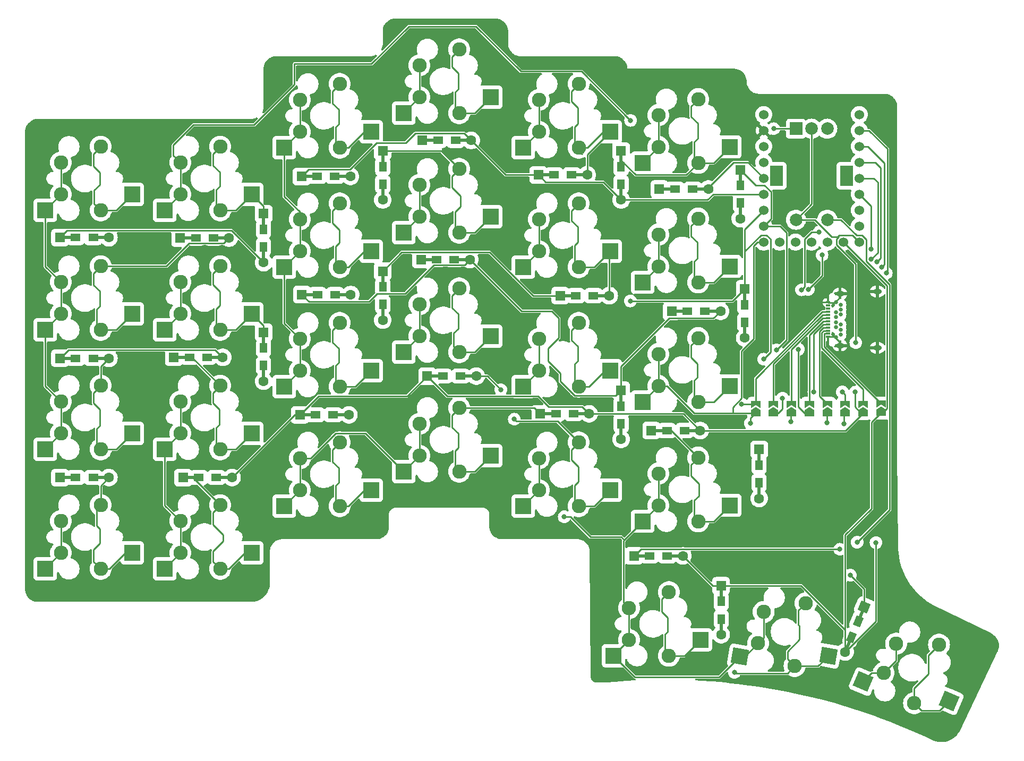
<source format=gbl>
G04 #@! TF.GenerationSoftware,KiCad,Pcbnew,8.0.8*
G04 #@! TF.CreationDate,2025-01-28T12:57:42+10:00*
G04 #@! TF.ProjectId,wetsocks54k,77657473-6f63-46b7-9335-346b2e6b6963,2*
G04 #@! TF.SameCoordinates,Original*
G04 #@! TF.FileFunction,Copper,L2,Bot*
G04 #@! TF.FilePolarity,Positive*
%FSLAX46Y46*%
G04 Gerber Fmt 4.6, Leading zero omitted, Abs format (unit mm)*
G04 Created by KiCad (PCBNEW 8.0.8) date 2025-01-28 12:57:42*
%MOMM*%
%LPD*%
G01*
G04 APERTURE LIST*
G04 Aperture macros list*
%AMRotRect*
0 Rectangle, with rotation*
0 The origin of the aperture is its center*
0 $1 length*
0 $2 width*
0 $3 Rotation angle, in degrees counterclockwise*
0 Add horizontal line*
21,1,$1,$2,0,0,$3*%
%AMFreePoly0*
4,1,6,1.000000,0.000000,0.500000,-0.750000,-0.500000,-0.750000,-0.500000,0.750000,0.500000,0.750000,1.000000,0.000000,1.000000,0.000000,$1*%
%AMFreePoly1*
4,1,6,0.500000,-0.750000,-0.650000,-0.750000,-0.150000,0.000000,-0.650000,0.750000,0.500000,0.750000,0.500000,-0.750000,0.500000,-0.750000,$1*%
G04 Aperture macros list end*
G04 #@! TA.AperFunction,SMDPad,CuDef*
%ADD10R,1.600000X1.200000*%
G04 #@! TD*
G04 #@! TA.AperFunction,SMDPad,CuDef*
%ADD11R,2.900000X0.500000*%
G04 #@! TD*
G04 #@! TA.AperFunction,ComponentPad*
%ADD12R,1.600000X1.600000*%
G04 #@! TD*
G04 #@! TA.AperFunction,ComponentPad*
%ADD13C,1.600000*%
G04 #@! TD*
G04 #@! TA.AperFunction,SMDPad,CuDef*
%ADD14R,2.550000X2.500000*%
G04 #@! TD*
G04 #@! TA.AperFunction,ComponentPad*
%ADD15C,2.286000*%
G04 #@! TD*
G04 #@! TA.AperFunction,SMDPad,CuDef*
%ADD16R,1.200000X1.600000*%
G04 #@! TD*
G04 #@! TA.AperFunction,SMDPad,CuDef*
%ADD17R,0.500000X2.900000*%
G04 #@! TD*
G04 #@! TA.AperFunction,ComponentPad*
%ADD18C,1.524000*%
G04 #@! TD*
G04 #@! TA.AperFunction,HeatsinkPad*
%ADD19C,0.650000*%
G04 #@! TD*
G04 #@! TA.AperFunction,HeatsinkPad*
%ADD20O,1.400000X0.800000*%
G04 #@! TD*
G04 #@! TA.AperFunction,SMDPad,CuDef*
%ADD21RotRect,1.600000X1.200000X67.000000*%
G04 #@! TD*
G04 #@! TA.AperFunction,SMDPad,CuDef*
%ADD22RotRect,2.900000X0.500000X67.000000*%
G04 #@! TD*
G04 #@! TA.AperFunction,ComponentPad*
%ADD23RotRect,1.600000X1.600000X67.000000*%
G04 #@! TD*
G04 #@! TA.AperFunction,SMDPad,CuDef*
%ADD24RotRect,2.550000X2.500000X350.000000*%
G04 #@! TD*
G04 #@! TA.AperFunction,SMDPad,CuDef*
%ADD25RotRect,2.550000X2.500000X337.000000*%
G04 #@! TD*
G04 #@! TA.AperFunction,SMDPad,CuDef*
%ADD26FreePoly0,90.000000*%
G04 #@! TD*
G04 #@! TA.AperFunction,SMDPad,CuDef*
%ADD27FreePoly1,90.000000*%
G04 #@! TD*
G04 #@! TA.AperFunction,SMDPad,CuDef*
%ADD28R,0.700000X0.300000*%
G04 #@! TD*
G04 #@! TA.AperFunction,ComponentPad*
%ADD29R,2.000000X2.000000*%
G04 #@! TD*
G04 #@! TA.AperFunction,ComponentPad*
%ADD30C,2.000000*%
G04 #@! TD*
G04 #@! TA.AperFunction,ComponentPad*
%ADD31R,2.000000X3.200000*%
G04 #@! TD*
G04 #@! TA.AperFunction,ViaPad*
%ADD32C,0.800000*%
G04 #@! TD*
G04 #@! TA.AperFunction,Conductor*
%ADD33C,0.250000*%
G04 #@! TD*
G04 #@! TA.AperFunction,Conductor*
%ADD34C,0.127000*%
G04 #@! TD*
G04 APERTURE END LIST*
D10*
X136008600Y-129035000D03*
D11*
X134908600Y-129035000D03*
D12*
X133508600Y-129035000D03*
D13*
X141308600Y-129035000D03*
D11*
X139908600Y-129035000D03*
D10*
X138808600Y-129035000D03*
X102258600Y-62785000D03*
D11*
X101158600Y-62785000D03*
D12*
X99758600Y-62785000D03*
D13*
X107558600Y-62785000D03*
D11*
X106158600Y-62785000D03*
D10*
X105058600Y-62785000D03*
D14*
X130245000Y-144945000D03*
D15*
X132725000Y-137325000D03*
X132725000Y-142405000D03*
X139075000Y-134785000D03*
X139075000Y-144945000D03*
D14*
X144095000Y-142405000D03*
X77768600Y-63945000D03*
D15*
X80248600Y-56325000D03*
X80248600Y-61405000D03*
X86598600Y-53785000D03*
X86598600Y-63945000D03*
D14*
X91618600Y-61405000D03*
D16*
X93458600Y-66965000D03*
D17*
X93458600Y-65865000D03*
D12*
X93458600Y-64465000D03*
D13*
X93458600Y-72265000D03*
D17*
X93458600Y-70865000D03*
D16*
X93458600Y-69765000D03*
X74458600Y-76965000D03*
D17*
X74458600Y-75865000D03*
D12*
X74458600Y-74465000D03*
D13*
X74458600Y-82265000D03*
D17*
X74458600Y-80865000D03*
D16*
X74458600Y-79765000D03*
D10*
X103058600Y-100365000D03*
D11*
X101958600Y-100365000D03*
D12*
X100558600Y-100365000D03*
D13*
X108358600Y-100365000D03*
D11*
X106958600Y-100365000D03*
D10*
X105858600Y-100365000D03*
X63658600Y-78365000D03*
D11*
X62558600Y-78365000D03*
D12*
X61158600Y-78365000D03*
D13*
X68958600Y-78365000D03*
D11*
X67558600Y-78365000D03*
D10*
X66458600Y-78365000D03*
D16*
X131458600Y-105135000D03*
D17*
X131458600Y-104035000D03*
D12*
X131458600Y-102635000D03*
D13*
X131458600Y-110435000D03*
D17*
X131458600Y-109035000D03*
D16*
X131458600Y-107935000D03*
D14*
X134918600Y-104465000D03*
D15*
X137398600Y-96845000D03*
X137398600Y-101925000D03*
X143748600Y-94305000D03*
X143748600Y-104465000D03*
D14*
X148768600Y-101925000D03*
D18*
X169428000Y-58668800D03*
X169428000Y-61208800D03*
X169428000Y-63748800D03*
X169428000Y-66288800D03*
X169428000Y-68828800D03*
X169428000Y-71368800D03*
X169428000Y-73908800D03*
X169428000Y-76448800D03*
X169428000Y-78988800D03*
X166888000Y-78988800D03*
X164348000Y-78988800D03*
X161808000Y-78988800D03*
X159268000Y-78988800D03*
X156728000Y-78988800D03*
X154188000Y-78988800D03*
X154188000Y-76448800D03*
X154188000Y-73908800D03*
X154188000Y-71368800D03*
X154188000Y-68828800D03*
X154188000Y-66288800D03*
X154188000Y-63748800D03*
X154188000Y-61208800D03*
X154188000Y-58668800D03*
D10*
X82758600Y-106535000D03*
D11*
X81658600Y-106535000D03*
D12*
X80258600Y-106535000D03*
D13*
X88058600Y-106535000D03*
D11*
X86658600Y-106535000D03*
D10*
X85558600Y-106535000D03*
D14*
X134918600Y-66365000D03*
D15*
X137398600Y-58745000D03*
X137398600Y-63825000D03*
X143748600Y-56205000D03*
X143748600Y-66365000D03*
D14*
X148768600Y-63825000D03*
D10*
X44508600Y-116535000D03*
D11*
X43408600Y-116535000D03*
D12*
X42008600Y-116535000D03*
D13*
X49808600Y-116535000D03*
D11*
X48408600Y-116535000D03*
D10*
X47308600Y-116535000D03*
D14*
X115868600Y-121095000D03*
D15*
X118348600Y-113475000D03*
X118348600Y-118555000D03*
X124698600Y-110935000D03*
X124698600Y-121095000D03*
D14*
X129718600Y-118555000D03*
X96818600Y-115595000D03*
D15*
X99298600Y-107975000D03*
X99298600Y-113055000D03*
X105648600Y-105435000D03*
X105648600Y-115595000D03*
D14*
X110668600Y-113055000D03*
D16*
X93458600Y-86135000D03*
D17*
X93458600Y-85035000D03*
D12*
X93458600Y-83635000D03*
D13*
X93458600Y-91435000D03*
D17*
X93458600Y-90035000D03*
D16*
X93458600Y-88935000D03*
D10*
X138758600Y-109035000D03*
D11*
X137658600Y-109035000D03*
D12*
X136258600Y-109035000D03*
D13*
X144058600Y-109035000D03*
D11*
X142658600Y-109035000D03*
D10*
X141558600Y-109035000D03*
D16*
X74458600Y-95885000D03*
D17*
X74458600Y-94785000D03*
D12*
X74458600Y-93385000D03*
D13*
X74458600Y-101185000D03*
D17*
X74458600Y-99785000D03*
D16*
X74458600Y-98685000D03*
D19*
X165748600Y-88565000D03*
X166448600Y-88965000D03*
X166448600Y-89765000D03*
X165748600Y-90165000D03*
X166448600Y-90565000D03*
X165748600Y-90965000D03*
X165748600Y-91765000D03*
X166448600Y-92165000D03*
X165748600Y-92565000D03*
X166448600Y-92965000D03*
X166448600Y-93765000D03*
X165748600Y-94165000D03*
D20*
X172298600Y-95855000D03*
X166348600Y-95495000D03*
X166348600Y-87235000D03*
X172298600Y-86875000D03*
D10*
X120758600Y-68285000D03*
D11*
X119658600Y-68285000D03*
D12*
X118258600Y-68285000D03*
D13*
X126058600Y-68285000D03*
D11*
X124658600Y-68285000D03*
D10*
X123558600Y-68285000D03*
X44508600Y-97535000D03*
D11*
X43408600Y-97535000D03*
D12*
X42008600Y-97535000D03*
D13*
X49808600Y-97535000D03*
D11*
X48408600Y-97535000D03*
D10*
X47308600Y-97535000D03*
D14*
X96818600Y-96545000D03*
D15*
X99298600Y-88925000D03*
X99298600Y-94005000D03*
X105648600Y-86385000D03*
X105648600Y-96545000D03*
D14*
X110668600Y-94005000D03*
D10*
X142008600Y-90035000D03*
D11*
X140908600Y-90035000D03*
D12*
X139508600Y-90035000D03*
D13*
X147308600Y-90035000D03*
D11*
X145908600Y-90035000D03*
D10*
X144808600Y-90035000D03*
D14*
X77768600Y-82995000D03*
D15*
X80248600Y-75375000D03*
X80248600Y-80455000D03*
X86598600Y-72835000D03*
X86598600Y-82995000D03*
D14*
X91618600Y-80455000D03*
D10*
X124258600Y-87535000D03*
D11*
X123158600Y-87535000D03*
D12*
X121758600Y-87535000D03*
D13*
X129558600Y-87535000D03*
D11*
X128158600Y-87535000D03*
D10*
X127058600Y-87535000D03*
D14*
X39668600Y-131095000D03*
D15*
X42148600Y-123475000D03*
X42148600Y-128555000D03*
X48498600Y-120935000D03*
X48498600Y-131095000D03*
D14*
X53518600Y-128555000D03*
X115868600Y-63945000D03*
D15*
X118348600Y-56325000D03*
X118348600Y-61405000D03*
X124698600Y-53785000D03*
X124698600Y-63945000D03*
D14*
X129718600Y-61405000D03*
X39668600Y-92995000D03*
D15*
X42148600Y-85375000D03*
X42148600Y-90455000D03*
X48498600Y-82835000D03*
X48498600Y-92995000D03*
D14*
X53518600Y-90455000D03*
X134918600Y-123515000D03*
D15*
X137398600Y-115895000D03*
X137398600Y-120975000D03*
X143748600Y-113355000D03*
X143748600Y-123515000D03*
D14*
X148768600Y-120975000D03*
D10*
X44508600Y-78285000D03*
D11*
X43408600Y-78285000D03*
D12*
X42008600Y-78285000D03*
D13*
X49808600Y-78285000D03*
D11*
X48408600Y-78285000D03*
D10*
X47308600Y-78285000D03*
D14*
X58718600Y-112045000D03*
D15*
X61198600Y-104425000D03*
X61198600Y-109505000D03*
X67548600Y-101885000D03*
X67548600Y-112045000D03*
D14*
X72568600Y-109505000D03*
X39668600Y-73945000D03*
D15*
X42148600Y-66325000D03*
X42148600Y-71405000D03*
X48498600Y-63785000D03*
X48498600Y-73945000D03*
D14*
X53518600Y-71405000D03*
X77768600Y-102045000D03*
D15*
X80248600Y-94425000D03*
X80248600Y-99505000D03*
X86598600Y-91885000D03*
X86598600Y-102045000D03*
D14*
X91618600Y-99505000D03*
X58718600Y-73945000D03*
D15*
X61198601Y-66325000D03*
X61198601Y-71405000D03*
X67548601Y-63785000D03*
X67548601Y-73945000D03*
D14*
X72568601Y-71405000D03*
D10*
X83058600Y-87365000D03*
D11*
X81958600Y-87365000D03*
D12*
X80558600Y-87365000D03*
D13*
X88358600Y-87365000D03*
D11*
X86958600Y-87365000D03*
D10*
X85858600Y-87365000D03*
D16*
X147408600Y-136285000D03*
D17*
X147408600Y-135185000D03*
D12*
X147408600Y-133785000D03*
D13*
X147408600Y-141585000D03*
D17*
X147408600Y-140185000D03*
D16*
X147408600Y-139085000D03*
D21*
X169252648Y-139457586D03*
D22*
X169682452Y-138445031D03*
D23*
X170229475Y-137156324D03*
D13*
X167181773Y-144336262D03*
D22*
X167728796Y-143047555D03*
D21*
X168158600Y-142035000D03*
D16*
X150458600Y-69965000D03*
D17*
X150458600Y-68865000D03*
D12*
X150458600Y-67465000D03*
D13*
X150458600Y-75265000D03*
D17*
X150458600Y-73865000D03*
D16*
X150458600Y-72765000D03*
D14*
X58718600Y-92995000D03*
D15*
X61198600Y-85375000D03*
X61198600Y-90455000D03*
X67548600Y-82835000D03*
X67548600Y-92995000D03*
D14*
X72568600Y-90455000D03*
D24*
X150412466Y-145045576D03*
D15*
X154177989Y-137971989D03*
X153295856Y-142974812D03*
X160872584Y-136573243D03*
X159108319Y-146578890D03*
D24*
X164493120Y-144949192D03*
D16*
X151158600Y-88965000D03*
D17*
X151158600Y-87865000D03*
D12*
X151158600Y-86465000D03*
D13*
X151158600Y-94265000D03*
D17*
X151158600Y-92865000D03*
D16*
X151158600Y-91765000D03*
D14*
X58718600Y-131095000D03*
D15*
X61198600Y-123475000D03*
X61198600Y-128555000D03*
X67548600Y-120935000D03*
X67548600Y-131095000D03*
D14*
X72568600Y-128555000D03*
X96818600Y-77495000D03*
D15*
X99298600Y-69875000D03*
X99298600Y-74955000D03*
X105648600Y-67335000D03*
X105648600Y-77495000D03*
D14*
X110668600Y-74955000D03*
X134918600Y-85415000D03*
D15*
X137398600Y-77795000D03*
X137398600Y-82875000D03*
X143748600Y-75255000D03*
X143748600Y-85415000D03*
D14*
X148768600Y-82875000D03*
D10*
X102058600Y-81785000D03*
D11*
X100958600Y-81785000D03*
D12*
X99558600Y-81785000D03*
D13*
X107358600Y-81785000D03*
D11*
X105958600Y-81785000D03*
D10*
X104858600Y-81785000D03*
D14*
X115868600Y-102045000D03*
D15*
X118348600Y-94425000D03*
X118348600Y-99505000D03*
X124698600Y-91885000D03*
X124698600Y-102045000D03*
D14*
X129718600Y-99505000D03*
D25*
X170035110Y-149069174D03*
D15*
X175295334Y-143023940D03*
X173310419Y-147700105D03*
X182132996Y-143167000D03*
X178163168Y-152519330D03*
D25*
X183776560Y-152142718D03*
D14*
X77768600Y-121095000D03*
D15*
X80248600Y-113475000D03*
X80248600Y-118555000D03*
X86598599Y-110935000D03*
X86598600Y-121095000D03*
D14*
X91618600Y-118555000D03*
X39668600Y-112045000D03*
D15*
X42148600Y-104425000D03*
X42148600Y-109505000D03*
X48498600Y-101885000D03*
X48498600Y-112045000D03*
D14*
X53518600Y-109505000D03*
D10*
X140058600Y-70535000D03*
D11*
X138958600Y-70535000D03*
D12*
X137558600Y-70535000D03*
D13*
X145358600Y-70535000D03*
D11*
X143958600Y-70535000D03*
D10*
X142858600Y-70535000D03*
D14*
X96818600Y-58445000D03*
D15*
X99298600Y-50825000D03*
X99298600Y-55905000D03*
X105648600Y-48285000D03*
X105648600Y-58445000D03*
D14*
X110668600Y-55905000D03*
X115868600Y-82995000D03*
D15*
X118348600Y-75375000D03*
X118348600Y-80455000D03*
X124698600Y-72835000D03*
X124698600Y-82995000D03*
D14*
X129718600Y-80455000D03*
D10*
X121058600Y-106365000D03*
D11*
X119958600Y-106365000D03*
D12*
X118558600Y-106365000D03*
D13*
X126358600Y-106365000D03*
D11*
X124958600Y-106365000D03*
D10*
X123858600Y-106365000D03*
X62658600Y-97365000D03*
D11*
X61558600Y-97365000D03*
D12*
X60158600Y-97365000D03*
D13*
X67958600Y-97365000D03*
D11*
X66558600Y-97365000D03*
D10*
X65458600Y-97365000D03*
X83008600Y-68535000D03*
D11*
X81908600Y-68535000D03*
D12*
X80508600Y-68535000D03*
D13*
X88308600Y-68535000D03*
D11*
X86908600Y-68535000D03*
D10*
X85808600Y-68535000D03*
X64133264Y-116535000D03*
D11*
X63033264Y-116535000D03*
D12*
X61633264Y-116535000D03*
D13*
X69433264Y-116535000D03*
D11*
X68033264Y-116535000D03*
D10*
X66933264Y-116535000D03*
D16*
X131458600Y-66965000D03*
D17*
X131458600Y-65865000D03*
D12*
X131458600Y-64465000D03*
D13*
X131458600Y-72265000D03*
D17*
X131458600Y-70865000D03*
D16*
X131458600Y-69765000D03*
X153458600Y-114565000D03*
D17*
X153458600Y-113465000D03*
D12*
X153458600Y-112065000D03*
D13*
X153458600Y-119865000D03*
D17*
X153458600Y-118465000D03*
D16*
X153458600Y-117365000D03*
D26*
X172866490Y-106203227D03*
D27*
X172866490Y-104753227D03*
D26*
X164324266Y-106243000D03*
D27*
X164324266Y-104793000D03*
D26*
X152890934Y-106243000D03*
D27*
X152890934Y-104793000D03*
D28*
X164438600Y-88615000D03*
X164438600Y-89115000D03*
X164438600Y-89615000D03*
X164438600Y-90115000D03*
X164438600Y-90615000D03*
X164438600Y-91115000D03*
X164438600Y-91615000D03*
X164438600Y-92115000D03*
X164438600Y-92615000D03*
X164438600Y-93115000D03*
X164438600Y-93615000D03*
X164438600Y-94115000D03*
D19*
X165748600Y-94165000D03*
X166448600Y-93765000D03*
X166448600Y-92965000D03*
X165748600Y-92565000D03*
X166448600Y-92165000D03*
X165748600Y-91765000D03*
X165748600Y-90965000D03*
X166448600Y-90565000D03*
X165748600Y-90165000D03*
X166448600Y-89765000D03*
X166448600Y-88965000D03*
X165748600Y-88565000D03*
D20*
X172298600Y-86875000D03*
X166348600Y-87235000D03*
X166348600Y-95495000D03*
X172298600Y-95855000D03*
D26*
X155749267Y-106243000D03*
D27*
X155749267Y-104793000D03*
D26*
X161465933Y-106243000D03*
D27*
X161465933Y-104793000D03*
D26*
X158607600Y-106243000D03*
D27*
X158607600Y-104793000D03*
D26*
X170040934Y-106243000D03*
D27*
X170040934Y-104793000D03*
D26*
X167182599Y-106243000D03*
D27*
X167182599Y-104793000D03*
D29*
X159322600Y-60929400D03*
D30*
X164322600Y-60929400D03*
X161822600Y-60929400D03*
D31*
X167422600Y-68429400D03*
X156222600Y-68429400D03*
D30*
X164322600Y-75429400D03*
X159322600Y-75429400D03*
D32*
X159738600Y-96085000D03*
X164288600Y-107775000D03*
X166998600Y-107985000D03*
X157188600Y-103865000D03*
X156218600Y-96185000D03*
X154158600Y-97655000D03*
X158498600Y-107603000D03*
X132928600Y-88385000D03*
X132958600Y-59605000D03*
X122388600Y-122795000D03*
X152088600Y-107885000D03*
X168858600Y-95025000D03*
X168778600Y-102915000D03*
X150658600Y-104815000D03*
X173726600Y-83955000D03*
X173018600Y-83015000D03*
X172238600Y-82155000D03*
X171338600Y-80135000D03*
X162168600Y-102895000D03*
X171324786Y-81748860D03*
X166728600Y-102895000D03*
X163478600Y-81085000D03*
X161298600Y-86545000D03*
X114418600Y-107225000D03*
X112278600Y-102515000D03*
X149518600Y-147625000D03*
X172078600Y-126905000D03*
X162998600Y-77415000D03*
X160218600Y-86605000D03*
X166328600Y-127975000D03*
X167998600Y-132105000D03*
X155788600Y-60915000D03*
X169088600Y-126845000D03*
D33*
X69353600Y-77160000D02*
X74458600Y-82265000D01*
X42008600Y-78285000D02*
X43133600Y-77160000D01*
X81633600Y-67410000D02*
X88263600Y-67410000D01*
X146115791Y-71368800D02*
X154188000Y-71368800D01*
X160710933Y-106243000D02*
X159738600Y-105270667D01*
X106433600Y-61660000D02*
X107558600Y-62785000D01*
X145219591Y-72265000D02*
X146115791Y-71368800D01*
X159738600Y-105270667D02*
X159738600Y-96085000D01*
X128603600Y-69410000D02*
X131458600Y-72265000D01*
X113058600Y-68285000D02*
X118258600Y-68285000D01*
X92508600Y-63165000D02*
X97128600Y-63165000D01*
X97128600Y-63165000D02*
X98633600Y-61660000D01*
X88263600Y-67410000D02*
X92508600Y-63165000D01*
X80508600Y-68535000D02*
X81633600Y-67410000D01*
X119383600Y-69410000D02*
X128603600Y-69410000D01*
X161465933Y-106243000D02*
X160710933Y-106243000D01*
X131458600Y-72265000D02*
X145219591Y-72265000D01*
X107558600Y-62785000D02*
X113058600Y-68285000D01*
X118258600Y-68285000D02*
X119383600Y-69410000D01*
X43133600Y-77160000D02*
X69353600Y-77160000D01*
X98633600Y-61660000D02*
X106433600Y-61660000D01*
X146228600Y-66365000D02*
X148768600Y-63825000D01*
X143748600Y-56205000D02*
X142605600Y-57348000D01*
X143679946Y-60063653D02*
X143679946Y-62506347D01*
X133768600Y-68244000D02*
X131458600Y-65934000D01*
X131458600Y-65934000D02*
X131458600Y-64465000D01*
X143139600Y-65756000D02*
X143748600Y-66365000D01*
X141869600Y-68244000D02*
X133768600Y-68244000D01*
X143748600Y-66365000D02*
X146228600Y-66365000D01*
X143139600Y-63046693D02*
X143139600Y-65756000D01*
X142605600Y-57348000D02*
X142605600Y-58989307D01*
X143679946Y-62506347D02*
X143139600Y-63046693D01*
X143748600Y-66365000D02*
X141869600Y-68244000D01*
X142605600Y-58989307D02*
X143679946Y-60063653D01*
X149333600Y-66340000D02*
X151699200Y-66340000D01*
X96433600Y-80660000D02*
X110543600Y-80660000D01*
X110543600Y-80660000D02*
X117418600Y-87535000D01*
X145358600Y-70315000D02*
X149333600Y-66340000D01*
X93458600Y-83635000D02*
X96433600Y-80660000D01*
X117418600Y-87535000D02*
X121758600Y-87535000D01*
X151699200Y-66340000D02*
X154188000Y-68828800D01*
X164288600Y-106278666D02*
X164324266Y-106243000D01*
X164288600Y-107775000D02*
X164288600Y-106278666D01*
X145358600Y-70535000D02*
X145358600Y-70315000D01*
X143139600Y-84806000D02*
X143748600Y-85415000D01*
X143139600Y-82096693D02*
X143139600Y-84806000D01*
X142605600Y-76398000D02*
X142605600Y-78039307D01*
X143581500Y-81654793D02*
X143139600Y-82096693D01*
X143581500Y-79015207D02*
X143581500Y-81654793D01*
X143748600Y-75255000D02*
X142605600Y-76398000D01*
X146228600Y-85415000D02*
X148768600Y-82875000D01*
X142605600Y-78039307D02*
X143581500Y-79015207D01*
X143748600Y-85415000D02*
X146228600Y-85415000D01*
X81683600Y-88490000D02*
X91293600Y-88490000D01*
X91293600Y-88490000D02*
X92596600Y-87187000D01*
X119785700Y-97947887D02*
X121802813Y-99965000D01*
X121497600Y-94270213D02*
X119785700Y-95982113D01*
X101626600Y-82637000D02*
X106506600Y-82637000D01*
X121802813Y-101225279D02*
X124090534Y-103513000D01*
X80558600Y-87365000D02*
X81683600Y-88490000D01*
X43368600Y-96175000D02*
X66768600Y-96175000D01*
X130580600Y-103513000D02*
X131458600Y-102635000D01*
X131458600Y-102635000D02*
X131458600Y-98857693D01*
X131458600Y-98857693D02*
X139156293Y-91160000D01*
X119785700Y-95982113D02*
X119785700Y-97947887D01*
X42008600Y-97535000D02*
X43368600Y-96175000D01*
X115579600Y-90006000D02*
X120396907Y-90006000D01*
X124090534Y-103513000D02*
X130580600Y-103513000D01*
X92596600Y-87187000D02*
X97076600Y-87187000D01*
X121802813Y-99965000D02*
X121802813Y-101225279D01*
X139156293Y-91160000D02*
X146183600Y-91160000D01*
X166998600Y-107985000D02*
X166998600Y-106426999D01*
X66768600Y-96175000D02*
X67958600Y-97365000D01*
X97076600Y-87187000D02*
X101626600Y-82637000D01*
X106506600Y-82637000D02*
X107358600Y-81785000D01*
X107358600Y-81785000D02*
X115579600Y-90006000D01*
X120396907Y-90006000D02*
X121497600Y-91106693D01*
X166998600Y-106426999D02*
X167182599Y-106243000D01*
X146183600Y-91160000D02*
X147308600Y-90035000D01*
X121497600Y-91106693D02*
X121497600Y-94270213D01*
X142605600Y-97426213D02*
X143581500Y-98402113D01*
X143748600Y-104465000D02*
X146228600Y-104465000D01*
X143748600Y-94305000D02*
X142605600Y-95448000D01*
X143581500Y-100572100D02*
X143139600Y-101014000D01*
X143581500Y-98402113D02*
X143581500Y-100572100D01*
X143139600Y-103856000D02*
X143748600Y-104465000D01*
X143139600Y-101014000D02*
X143139600Y-103856000D01*
X142605600Y-95448000D02*
X142605600Y-97426213D01*
X146228600Y-104465000D02*
X148768600Y-101925000D01*
X124698600Y-63945000D02*
X126085907Y-63945000D01*
X126058600Y-68285000D02*
X126058600Y-65065000D01*
X124089600Y-60626693D02*
X124089600Y-63336000D01*
X124089600Y-63796000D02*
X125278600Y-64985000D01*
X126085907Y-63945000D02*
X128625907Y-61405000D01*
X126058600Y-65065000D02*
X129718600Y-61405000D01*
X124698600Y-53785000D02*
X123555600Y-54928000D01*
X124599946Y-57613653D02*
X124599946Y-60116347D01*
X124089600Y-60626693D02*
X124089600Y-63796000D01*
X123555600Y-54928000D02*
X123555600Y-56569307D01*
X124089600Y-63336000D02*
X124698600Y-63945000D01*
X124599946Y-60116347D02*
X124089600Y-60626693D01*
X128625907Y-61405000D02*
X129718600Y-61405000D01*
X123555600Y-56569307D02*
X124599946Y-57613653D01*
X129558600Y-87535000D02*
X129558600Y-80615000D01*
X124089600Y-82386000D02*
X124698600Y-82995000D01*
X124531500Y-76595207D02*
X124531500Y-79042100D01*
X124089600Y-79484000D02*
X124089600Y-82386000D01*
X124531500Y-79042100D02*
X124089600Y-79484000D01*
X124698600Y-82995000D02*
X127178600Y-82995000D01*
X127178600Y-82995000D02*
X129718600Y-80455000D01*
X129558600Y-80615000D02*
X129718600Y-80455000D01*
X123555600Y-75619307D02*
X124531500Y-76595207D01*
X123555600Y-73978000D02*
X123555600Y-75619307D01*
X124698600Y-72835000D02*
X123555600Y-73978000D01*
X105481500Y-54612100D02*
X105039600Y-55054000D01*
X105039600Y-55054000D02*
X105039600Y-57836000D01*
X108128600Y-58445000D02*
X110668600Y-55905000D01*
X105648600Y-58445000D02*
X108128600Y-58445000D01*
X104505600Y-51112000D02*
X105481500Y-52087900D01*
X105039600Y-57836000D02*
X105648600Y-58445000D01*
X105481500Y-52087900D02*
X105481500Y-54612100D01*
X105648600Y-48285000D02*
X104505600Y-49428000D01*
X104505600Y-49428000D02*
X104505600Y-51112000D01*
X85455599Y-114056212D02*
X86431500Y-115032113D01*
X91618600Y-118555000D02*
X90525907Y-118555000D01*
X87985907Y-121095000D02*
X86598600Y-121095000D01*
X90525907Y-118555000D02*
X87985907Y-121095000D01*
X85989600Y-120486000D02*
X86598600Y-121095000D01*
X86431500Y-115032113D02*
X86431500Y-117334793D01*
X85455599Y-112078000D02*
X85455599Y-114056212D01*
X86431500Y-117334793D02*
X85989600Y-117776693D01*
X85989600Y-117776693D02*
X85989600Y-120486000D01*
X86598599Y-110935000D02*
X85455599Y-112078000D01*
X154188000Y-76448800D02*
X156782400Y-76448800D01*
X156504267Y-106243000D02*
X155749267Y-106243000D01*
X150458600Y-67465000D02*
X152909400Y-69915800D01*
X90690600Y-109467000D02*
X96818600Y-115595000D01*
X77768600Y-82995000D02*
X77768600Y-82935000D01*
X96818600Y-77495000D02*
X96818600Y-77435000D01*
X173310419Y-147700105D02*
X175295334Y-145715190D01*
X155348600Y-75288200D02*
X154188000Y-76448800D01*
X80248600Y-80455000D02*
X80248600Y-74222307D01*
X96818600Y-77435000D02*
X99298600Y-74955000D01*
X96818600Y-58385000D02*
X96818600Y-58445000D01*
X175295334Y-145715190D02*
X175295334Y-143023940D01*
X77768600Y-102045000D02*
X77768600Y-101985000D01*
X96818600Y-96485000D02*
X99298600Y-94005000D01*
X96818600Y-115535000D02*
X99298600Y-113055000D01*
X80248600Y-113475000D02*
X81982533Y-113475000D01*
X99298600Y-88925000D02*
X99298600Y-94005000D01*
X155348600Y-70992149D02*
X155348600Y-75288200D01*
X96818600Y-115595000D02*
X96818600Y-115535000D01*
X77768600Y-71742307D02*
X77768600Y-63945000D01*
X157815000Y-77481400D02*
X157815000Y-94588600D01*
X77768600Y-63945000D02*
X77768600Y-63885000D01*
X85990533Y-109467000D02*
X90690600Y-109467000D01*
X156782400Y-76448800D02*
X157815000Y-77481400D01*
X80248600Y-94425000D02*
X80248600Y-99505000D01*
X80248600Y-94425000D02*
X77768600Y-91945000D01*
X80248600Y-74222307D02*
X77768600Y-71742307D01*
X99298600Y-113055000D02*
X99298600Y-107975000D01*
X173310419Y-147700105D02*
X171404179Y-147700105D01*
X157188600Y-105558667D02*
X156504267Y-106243000D01*
X77768600Y-63885000D02*
X80248600Y-61405000D01*
X96818600Y-96545000D02*
X96818600Y-96485000D01*
X99298600Y-69875000D02*
X99298600Y-74955000D01*
X154272251Y-69915800D02*
X155348600Y-70992149D01*
X171404179Y-147700105D02*
X170035110Y-149069174D01*
X77768600Y-82935000D02*
X80248600Y-80455000D01*
X77768600Y-121035000D02*
X80248600Y-118555000D01*
X157188600Y-103865000D02*
X157188600Y-105558667D01*
X157815000Y-94588600D02*
X156218600Y-96185000D01*
X77768600Y-121095000D02*
X77768600Y-121035000D01*
X80248600Y-75375000D02*
X80248600Y-80455000D01*
X77768600Y-91945000D02*
X77768600Y-82995000D01*
X77768600Y-101985000D02*
X80248600Y-99505000D01*
X152909400Y-69915800D02*
X154272251Y-69915800D01*
X81982533Y-113475000D02*
X85990533Y-109467000D01*
X80248600Y-113475000D02*
X80248600Y-118555000D01*
X80248600Y-56325000D02*
X80248600Y-61405000D01*
X99298600Y-50825000D02*
X99298600Y-55905000D01*
X99298600Y-55905000D02*
X96818600Y-58385000D01*
X39668600Y-92935000D02*
X42148600Y-90455000D01*
X154638251Y-77901800D02*
X155275000Y-78538549D01*
X158498600Y-106352000D02*
X158607600Y-106243000D01*
X61198600Y-104425000D02*
X61198600Y-109505000D01*
X39668600Y-73945000D02*
X39668600Y-73885000D01*
X154188000Y-73908800D02*
X151158600Y-76938200D01*
X39668600Y-131035000D02*
X42148600Y-128555000D01*
X39668600Y-82895000D02*
X39668600Y-73945000D01*
X97653423Y-44611881D02*
X108295481Y-44611881D01*
X151158600Y-80480949D02*
X153737749Y-77901800D01*
X91665304Y-50600000D02*
X97653423Y-44611881D01*
X39668600Y-112045000D02*
X39668600Y-111985000D01*
X153737749Y-77901800D02*
X154638251Y-77901800D01*
X60055601Y-65182000D02*
X60055601Y-63540693D01*
X58718600Y-92935000D02*
X61198600Y-90455000D01*
X42148600Y-66325000D02*
X42148600Y-71405000D01*
X60055601Y-63540693D02*
X63261294Y-60335000D01*
X39668600Y-111985000D02*
X42148600Y-109505000D01*
X125143600Y-51790000D02*
X132958600Y-59605000D01*
X58718600Y-112045000D02*
X58718600Y-111985000D01*
X61198600Y-123475000D02*
X58718600Y-120995000D01*
X39668600Y-92995000D02*
X39668600Y-101945000D01*
X132928600Y-88385000D02*
X149238600Y-88385000D01*
X39668600Y-101945000D02*
X42148600Y-104425000D01*
X155275000Y-96538600D02*
X154158600Y-97655000D01*
X58718600Y-131095000D02*
X58718600Y-131035000D01*
X39668600Y-92995000D02*
X39668600Y-92935000D01*
X72930304Y-60335000D02*
X79363600Y-53901704D01*
X61198600Y-128555000D02*
X61198600Y-123475000D01*
X61198601Y-66325000D02*
X61198601Y-71405000D01*
X151158600Y-86465000D02*
X151158600Y-80480949D01*
X58718600Y-73945000D02*
X58718600Y-73885001D01*
X58718600Y-92995000D02*
X58718600Y-92935000D01*
X39668600Y-73885000D02*
X42148600Y-71405000D01*
X155275000Y-78538549D02*
X155275000Y-96538600D01*
X79363600Y-50600000D02*
X91665304Y-50600000D01*
X149238600Y-88385000D02*
X151158600Y-86465000D01*
X108295481Y-44611881D02*
X115473600Y-51790000D01*
X58718600Y-131035000D02*
X61198600Y-128555000D01*
X115473600Y-51790000D02*
X125143600Y-51790000D01*
X79363600Y-53901704D02*
X79363600Y-50600000D01*
X58718600Y-120995000D02*
X58718600Y-112045000D01*
X151158600Y-76938200D02*
X151158600Y-86465000D01*
X63261294Y-60335000D02*
X72930304Y-60335000D01*
X58718600Y-111985000D02*
X61198600Y-109505000D01*
X39668600Y-131095000D02*
X39668600Y-131035000D01*
X42148600Y-109505000D02*
X42148600Y-104425000D01*
X61198601Y-66325000D02*
X60055601Y-65182000D01*
X42148600Y-85375000D02*
X39668600Y-82895000D01*
X42148600Y-128555000D02*
X42148600Y-123475000D01*
X58718600Y-73885001D02*
X61198601Y-71405000D01*
X42148600Y-90455000D02*
X42148600Y-85375000D01*
X61198600Y-85375000D02*
X61198600Y-90455000D01*
X158498600Y-107603000D02*
X158498600Y-106352000D01*
X48331500Y-69847887D02*
X47448600Y-70730787D01*
X48498600Y-63785000D02*
X47355600Y-64928000D01*
X47448600Y-70730787D02*
X47448600Y-72895000D01*
X50978600Y-73945000D02*
X48498600Y-73945000D01*
X48331500Y-67882113D02*
X48331500Y-69847887D01*
X47355600Y-66906213D02*
X48331500Y-67882113D01*
X53518600Y-71405000D02*
X50978600Y-73945000D01*
X47355600Y-64928000D02*
X47355600Y-66906213D01*
X47448600Y-72895000D02*
X48498600Y-73945000D01*
X115868600Y-101985000D02*
X115868600Y-102045000D01*
X143103907Y-106243000D02*
X138785907Y-101925000D01*
X118348600Y-75375000D02*
X118348600Y-80455000D01*
X153185251Y-78988800D02*
X154188000Y-78988800D01*
X115868600Y-121035000D02*
X115868600Y-121095000D01*
X150658600Y-103892932D02*
X150658600Y-96355991D01*
X137398600Y-101925000D02*
X134918600Y-104405000D01*
X118348600Y-56325000D02*
X118348600Y-61405000D01*
X137398600Y-115895000D02*
X137398600Y-120975000D01*
X137398600Y-82875000D02*
X134918600Y-85355000D01*
X118348600Y-61405000D02*
X115868600Y-63885000D01*
X131868600Y-136468600D02*
X132725000Y-137325000D01*
X118348600Y-113475000D02*
X118348600Y-118555000D01*
X134918600Y-85355000D02*
X134918600Y-85415000D01*
X154177989Y-142092679D02*
X154177989Y-137971989D01*
X132725000Y-142405000D02*
X132725000Y-137325000D01*
X152890934Y-106243000D02*
X149248600Y-106243000D01*
X137398600Y-58745000D02*
X137398600Y-63825000D01*
X150658600Y-96355991D02*
X152558600Y-94455991D01*
X115868600Y-82935000D02*
X118348600Y-80455000D01*
X131953600Y-126480000D02*
X131868600Y-126565000D01*
X126608600Y-126025000D02*
X131498600Y-126025000D01*
X130245000Y-144885000D02*
X130245000Y-144945000D01*
X152558600Y-79615451D02*
X153185251Y-78988800D01*
X137398600Y-63825000D02*
X134918600Y-66305000D01*
X150658600Y-103892932D02*
X149248600Y-105302932D01*
X118348600Y-118555000D02*
X115868600Y-121035000D01*
X132725000Y-142405000D02*
X130245000Y-144885000D01*
X133647553Y-148347553D02*
X147110489Y-148347553D01*
X134918600Y-66305000D02*
X134918600Y-66365000D01*
X123378600Y-122795000D02*
X126608600Y-126025000D01*
X115868600Y-63885000D02*
X115868600Y-63945000D01*
X118348600Y-99505000D02*
X115868600Y-101985000D01*
X122388600Y-122795000D02*
X123378600Y-122795000D01*
X134918600Y-104405000D02*
X134918600Y-104465000D01*
X149248600Y-106243000D02*
X143103907Y-106243000D01*
X131498600Y-126025000D02*
X131953600Y-126480000D01*
X153295856Y-142974812D02*
X151225092Y-145045576D01*
X149248600Y-105302932D02*
X149248600Y-106243000D01*
X115868600Y-82995000D02*
X115868600Y-82935000D01*
X152558600Y-94455991D02*
X152558600Y-79615451D01*
X152088600Y-107885000D02*
X152088600Y-107045334D01*
X153295856Y-142974812D02*
X154177989Y-142092679D01*
X118348600Y-94425000D02*
X118348600Y-99505000D01*
X130245000Y-144945000D02*
X133647553Y-148347553D01*
X134918600Y-123455000D02*
X134918600Y-123515000D01*
X151225092Y-145045576D02*
X150412466Y-145045576D01*
X131868600Y-126565000D02*
X131868600Y-136468600D01*
X152088600Y-107045334D02*
X152890934Y-106243000D01*
X137398600Y-120975000D02*
X134918600Y-123455000D01*
X137398600Y-101925000D02*
X137398600Y-96845000D01*
X134918600Y-123515000D02*
X131953600Y-126480000D01*
X137398600Y-77795000D02*
X137398600Y-82875000D01*
X147110489Y-148347553D02*
X150412466Y-145045576D01*
X138785907Y-101925000D02*
X137398600Y-101925000D01*
X165064426Y-78167975D02*
X165958600Y-78167975D01*
X79433264Y-106535000D02*
X80258600Y-106535000D01*
X83237600Y-103556000D02*
X97367600Y-103556000D01*
X165801000Y-78538549D02*
X166171575Y-78167975D01*
X80258600Y-106535000D02*
X83237600Y-103556000D01*
X159322600Y-75429400D02*
X162325851Y-75429400D01*
X169428000Y-78988800D02*
X168341000Y-77901800D01*
X141388600Y-106365000D02*
X144058600Y-109035000D01*
X119938600Y-105235000D02*
X125228600Y-105235000D01*
X97367600Y-103556000D02*
X100558600Y-100365000D01*
X126358600Y-106365000D02*
X141388600Y-106365000D01*
X144058600Y-109035000D02*
X167248934Y-109035000D01*
X69433264Y-116535000D02*
X79433264Y-106535000D01*
X103740600Y-103547000D02*
X118250600Y-103547000D01*
X165958600Y-78167975D02*
X166171575Y-78167975D01*
X167248934Y-109035000D02*
X170040934Y-106243000D01*
X162325851Y-75429400D02*
X165064426Y-78167975D01*
X168341000Y-77901800D02*
X166224775Y-77901800D01*
X168778600Y-105293982D02*
X168778600Y-102915000D01*
X165801000Y-79439051D02*
X165801000Y-78538549D01*
X169727618Y-106243000D02*
X168778600Y-105293982D01*
X168858600Y-95025000D02*
X168858600Y-82496651D01*
X161822600Y-60929400D02*
X161822600Y-72929400D01*
X166224775Y-77901800D02*
X165958600Y-78167975D01*
X100558600Y-100365000D02*
X103740600Y-103547000D01*
X125228600Y-105235000D02*
X126358600Y-106365000D01*
X118250600Y-103547000D02*
X119938600Y-105235000D01*
X168858600Y-82496651D02*
X166437775Y-80075825D01*
X161822600Y-72929400D02*
X159322600Y-75429400D01*
X166437775Y-80075825D02*
X165801000Y-79439051D01*
X170040934Y-106243000D02*
X169727618Y-106243000D01*
X152868934Y-104815000D02*
X152890934Y-104793000D01*
X150658600Y-104815000D02*
X152868934Y-104815000D01*
X152890934Y-104793000D02*
X152890934Y-100763714D01*
X152890934Y-100763714D02*
X163539648Y-90115000D01*
X163539648Y-90115000D02*
X164438600Y-90115000D01*
X173928600Y-83753000D02*
X173928600Y-64135000D01*
X163572807Y-90615000D02*
X164438600Y-90615000D01*
X171002400Y-61208800D02*
X169428000Y-61208800D01*
X155749267Y-98438540D02*
X163572807Y-90615000D01*
X173726600Y-83955000D02*
X173928600Y-83753000D01*
X173928600Y-64135000D02*
X171002400Y-61208800D01*
X155749267Y-104793000D02*
X155749267Y-98438540D01*
X173428600Y-66425000D02*
X170752400Y-63748800D01*
X170752400Y-63748800D02*
X169428000Y-63748800D01*
X158607600Y-96113365D02*
X163605965Y-91115000D01*
X173018600Y-83015000D02*
X173428600Y-82605000D01*
X158607600Y-104793000D02*
X158607600Y-96113365D01*
X173428600Y-82605000D02*
X173428600Y-66425000D01*
X163605965Y-91115000D02*
X164438600Y-91115000D01*
X161465933Y-93788191D02*
X163639124Y-91615000D01*
X172858600Y-81535000D02*
X172858600Y-67165000D01*
X163639124Y-91615000D02*
X164438600Y-91615000D01*
X172238600Y-82155000D02*
X172858600Y-81535000D01*
X171982400Y-66288800D02*
X169428000Y-66288800D01*
X172858600Y-67165000D02*
X171982400Y-66288800D01*
X161465933Y-104793000D02*
X161465933Y-93788191D01*
X164324266Y-104793000D02*
X163077600Y-103546334D01*
X163077600Y-93242841D02*
X163705441Y-92615000D01*
X163077600Y-103546334D02*
X163077600Y-93242841D01*
X163705441Y-92615000D02*
X164438600Y-92615000D01*
X171338600Y-80135000D02*
X171338600Y-73279400D01*
X171338600Y-73279400D02*
X169428000Y-71368800D01*
X171324786Y-81748860D02*
X172358600Y-80715046D01*
X167182599Y-103348999D02*
X166728600Y-102895000D01*
X172358600Y-80715046D02*
X172358600Y-69465000D01*
X172358600Y-69465000D02*
X171722400Y-68828800D01*
X171722400Y-68828800D02*
X169428000Y-68828800D01*
X162168600Y-102895000D02*
X162168600Y-93618683D01*
X167182599Y-104793000D02*
X167182599Y-103348999D01*
X163672283Y-92115000D02*
X164438600Y-92115000D01*
X162168600Y-93618683D02*
X163672283Y-92115000D01*
X163454600Y-93399000D02*
X163738600Y-93115000D01*
X170040934Y-102460830D02*
X163454600Y-95874496D01*
X163454600Y-95874496D02*
X163454600Y-93399000D01*
X163738600Y-93115000D02*
X164438600Y-93115000D01*
X163478600Y-84365000D02*
X161298600Y-86545000D01*
X170040934Y-104793000D02*
X170040934Y-102460830D01*
X163478600Y-81085000D02*
X163478600Y-84365000D01*
X165428600Y-94065000D02*
X166348600Y-94985000D01*
X164438600Y-88615000D02*
X164488600Y-88665000D01*
D34*
X164438600Y-94115000D02*
X164438600Y-94218471D01*
D33*
X166348600Y-87795000D02*
X166348600Y-87235000D01*
X164488600Y-94065000D02*
X165428600Y-94065000D01*
X164488600Y-88665000D02*
X165478600Y-88665000D01*
D34*
X164438600Y-94218471D02*
X164375335Y-94281736D01*
X164438600Y-88615000D02*
X164438600Y-88511529D01*
D33*
X166348600Y-94985000D02*
X166348600Y-95495000D01*
X164438600Y-94115000D02*
X164488600Y-94065000D01*
D34*
X164438600Y-88511529D02*
X164375335Y-88448264D01*
D33*
X165478600Y-88665000D02*
X166348600Y-87795000D01*
X143139600Y-120196693D02*
X143139600Y-122906000D01*
X143748600Y-113355000D02*
X142605600Y-114498000D01*
X142605600Y-114498000D02*
X142605600Y-116302000D01*
X143878600Y-119457693D02*
X143139600Y-120196693D01*
X143878600Y-117575000D02*
X143878600Y-119457693D01*
X143748600Y-123515000D02*
X146228600Y-123515000D01*
X136258600Y-109035000D02*
X139428600Y-109035000D01*
X142605600Y-116302000D02*
X143878600Y-117575000D01*
X143139600Y-122906000D02*
X143748600Y-123515000D01*
X139428600Y-109035000D02*
X143748600Y-113355000D01*
X146228600Y-123515000D02*
X148768600Y-120975000D01*
X123555600Y-93028000D02*
X123555600Y-94672000D01*
X128855046Y-99505000D02*
X129718600Y-99505000D01*
X126315046Y-102045000D02*
X128855046Y-99505000D01*
X124089600Y-101436000D02*
X124698600Y-102045000D01*
X124698600Y-102045000D02*
X126315046Y-102045000D01*
X124698600Y-91885000D02*
X123555600Y-93028000D01*
X124531500Y-97942100D02*
X124089600Y-98384000D01*
X124089600Y-98384000D02*
X124089600Y-101436000D01*
X123555600Y-94672000D02*
X124531500Y-95647900D01*
X124531500Y-95647900D02*
X124531500Y-97942100D01*
X124089600Y-120486000D02*
X124698600Y-121095000D01*
X124698600Y-121095000D02*
X127178600Y-121095000D01*
X123555600Y-113719307D02*
X124689946Y-114853653D01*
X124689946Y-114853653D02*
X124689946Y-117176347D01*
X124698600Y-110935000D02*
X123555600Y-112078000D01*
X123555600Y-112078000D02*
X123555600Y-113719307D01*
X114778600Y-107585000D02*
X121348600Y-107585000D01*
X127178600Y-121095000D02*
X129718600Y-118555000D01*
X114418600Y-107225000D02*
X114778600Y-107585000D01*
X124689946Y-117176347D02*
X124089600Y-117776693D01*
X110128600Y-100365000D02*
X112278600Y-102515000D01*
X124089600Y-117776693D02*
X124089600Y-120486000D01*
X121348600Y-107585000D02*
X124698600Y-110935000D01*
X108358600Y-100365000D02*
X110128600Y-100365000D01*
X104505600Y-70262000D02*
X105878600Y-71635000D01*
X102778600Y-64465000D02*
X105648600Y-67335000D01*
X105878600Y-71635000D02*
X105878600Y-73337693D01*
X110668600Y-74955000D02*
X108128600Y-77495000D01*
X108128600Y-77495000D02*
X105648600Y-77495000D01*
X105648600Y-67335000D02*
X104505600Y-68478000D01*
X105039600Y-76886000D02*
X105648600Y-77495000D01*
X104505600Y-68478000D02*
X104505600Y-70262000D01*
X105039600Y-74176693D02*
X105039600Y-76886000D01*
X93458600Y-64465000D02*
X102778600Y-64465000D01*
X105878600Y-73337693D02*
X105039600Y-74176693D01*
X110668600Y-94005000D02*
X108128600Y-96545000D01*
X104505600Y-87528000D02*
X104505600Y-89506213D01*
X104768600Y-93505000D02*
X104768600Y-95665000D01*
X104768600Y-95665000D02*
X105648600Y-96545000D01*
X105481500Y-90482113D02*
X105481500Y-92792100D01*
X105648600Y-86385000D02*
X104505600Y-87528000D01*
X108128600Y-96545000D02*
X105648600Y-96545000D01*
X104505600Y-89506213D02*
X105481500Y-90482113D01*
X105481500Y-92792100D02*
X104768600Y-93505000D01*
X105039600Y-114986000D02*
X105648600Y-115595000D01*
X105481500Y-111812100D02*
X105039600Y-112254000D01*
X104505600Y-108556213D02*
X105481500Y-109532113D01*
X110668600Y-113055000D02*
X108128600Y-115595000D01*
X104505600Y-106578000D02*
X104505600Y-108556213D01*
X108128600Y-115595000D02*
X105648600Y-115595000D01*
X117628600Y-105435000D02*
X105648600Y-105435000D01*
X118558600Y-106365000D02*
X117628600Y-105435000D01*
X105039600Y-112254000D02*
X105039600Y-114986000D01*
X105648600Y-105435000D02*
X104505600Y-106578000D01*
X105481500Y-109532113D02*
X105481500Y-111812100D01*
X86598600Y-53785000D02*
X85455600Y-54928000D01*
X91618600Y-61405000D02*
X90525907Y-61405000D01*
X85455600Y-56906213D02*
X86431500Y-57882113D01*
X90525907Y-61405000D02*
X87985907Y-63945000D01*
X87985907Y-63945000D02*
X86598600Y-63945000D01*
X85455600Y-54928000D02*
X85455600Y-56906213D01*
X85989600Y-63336000D02*
X86598600Y-63945000D01*
X86431500Y-57882113D02*
X86431500Y-60184793D01*
X86431500Y-60184793D02*
X85989600Y-60626693D01*
X85989600Y-60626693D02*
X85989600Y-63336000D01*
X87985907Y-82995000D02*
X86598600Y-82995000D01*
X85455600Y-73978000D02*
X85455600Y-75942000D01*
X86598600Y-72835000D02*
X85455600Y-73978000D01*
X86589946Y-77076346D02*
X86589946Y-79076347D01*
X86589946Y-79076347D02*
X85989600Y-79676693D01*
X90525907Y-80455000D02*
X87985907Y-82995000D01*
X85989600Y-82386000D02*
X86598600Y-82995000D01*
X85989600Y-79676693D02*
X85989600Y-82386000D01*
X85455600Y-75942000D02*
X86589946Y-77076346D01*
X91618600Y-80455000D02*
X90525907Y-80455000D01*
X86598600Y-91885000D02*
X85455600Y-93028000D01*
X91618600Y-99505000D02*
X89078600Y-102045000D01*
X85455600Y-93028000D02*
X85455600Y-95006213D01*
X89078600Y-102045000D02*
X86598600Y-102045000D01*
X85989600Y-98644000D02*
X85989600Y-101436000D01*
X85989600Y-101436000D02*
X86598600Y-102045000D01*
X86431500Y-98202100D02*
X85989600Y-98644000D01*
X85455600Y-95006213D02*
X86431500Y-95982113D01*
X86431500Y-95982113D02*
X86431500Y-98202100D01*
X66405601Y-66802001D02*
X67478600Y-67875000D01*
X72568601Y-71405000D02*
X74458600Y-73294999D01*
X66405601Y-64928000D02*
X66405601Y-66802001D01*
X66939601Y-73336000D02*
X67548601Y-73945000D01*
X74458600Y-73294999D02*
X74458600Y-74465000D01*
X67548601Y-63785000D02*
X66405601Y-64928000D01*
X67478600Y-67875000D02*
X67478600Y-70087694D01*
X67478600Y-70087694D02*
X66939601Y-70626693D01*
X72568601Y-71405000D02*
X70028601Y-73945000D01*
X70028601Y-73945000D02*
X67548601Y-73945000D01*
X66939601Y-70626693D02*
X66939601Y-73336000D01*
X66405600Y-83978000D02*
X66405600Y-85782000D01*
X66405600Y-85782000D02*
X67498600Y-86875000D01*
X74458600Y-93385000D02*
X74458600Y-92345000D01*
X66939600Y-92386000D02*
X67548600Y-92995000D01*
X70028600Y-92995000D02*
X67548600Y-92995000D01*
X67498600Y-89117693D02*
X66939600Y-89676693D01*
X74458600Y-92345000D02*
X72568600Y-90455000D01*
X67548600Y-82835000D02*
X66405600Y-83978000D01*
X67498600Y-86875000D02*
X67498600Y-89117693D01*
X66939600Y-89676693D02*
X66939600Y-92386000D01*
X72568600Y-90455000D02*
X70028600Y-92995000D01*
X48331500Y-127052100D02*
X48331500Y-124695207D01*
X47355600Y-129952000D02*
X47355600Y-128028000D01*
X53518600Y-128555000D02*
X52425907Y-128555000D01*
X48498600Y-131095000D02*
X47355600Y-129952000D01*
X48498600Y-120935000D02*
X48498600Y-117845000D01*
X49885907Y-131095000D02*
X48498600Y-131095000D01*
X52425907Y-128555000D02*
X49885907Y-131095000D01*
X47889600Y-124253307D02*
X47889600Y-121544000D01*
X47889600Y-121544000D02*
X48498600Y-120935000D01*
X47355600Y-128028000D02*
X48331500Y-127052100D01*
X48498600Y-117845000D02*
X49808600Y-116535000D01*
X48331500Y-124695207D02*
X47889600Y-124253307D01*
X159729584Y-140019757D02*
X159861940Y-140152113D01*
X157965319Y-144268281D02*
X157965319Y-145435890D01*
X159729584Y-137716243D02*
X159729584Y-140019757D01*
X159861940Y-140152113D02*
X159861940Y-142371660D01*
X159108319Y-146578890D02*
X162863422Y-146578890D01*
X157965319Y-145435890D02*
X159108319Y-146578890D01*
X160872584Y-136573243D02*
X159729584Y-137716243D01*
X157965319Y-147721890D02*
X149615490Y-147721890D01*
X162863422Y-146578890D02*
X164493120Y-144949192D01*
X159108319Y-146578890D02*
X157965319Y-147721890D01*
X149615490Y-147721890D02*
X149518600Y-147625000D01*
X159861940Y-142371660D02*
X157965319Y-144268281D01*
X173873490Y-85974290D02*
X166888000Y-78988800D01*
X171348600Y-121515000D02*
X171348600Y-107721117D01*
X172078600Y-126905000D02*
X172078600Y-139439435D01*
X167181773Y-125681827D02*
X171348600Y-121515000D01*
X173873490Y-105509681D02*
X173873490Y-85974290D01*
X171348600Y-107721117D02*
X172866490Y-106203227D01*
X167181773Y-144336262D02*
X167181773Y-140806366D01*
X167181773Y-144336262D02*
X167181773Y-125681827D01*
X160160407Y-133785000D02*
X147408600Y-133785000D01*
X172866490Y-106203227D02*
X173179944Y-106203227D01*
X173179944Y-106203227D02*
X173873490Y-105509681D01*
X167181773Y-140806366D02*
X160160407Y-133785000D01*
X146058600Y-133785000D02*
X141308600Y-129035000D01*
X147408600Y-133785000D02*
X146058600Y-133785000D01*
X172078600Y-139439435D02*
X167181773Y-144336262D01*
X160721000Y-78482600D02*
X161788600Y-77415000D01*
X163836600Y-93617000D02*
X163836600Y-95723338D01*
X160218600Y-86605000D02*
X160721000Y-86102600D01*
X163836600Y-93617000D02*
X163838600Y-93615000D01*
X163836600Y-95723337D02*
X163836600Y-93617000D01*
X161788600Y-77415000D02*
X162998600Y-77415000D01*
X160721000Y-86102600D02*
X160721000Y-78482600D01*
X172866490Y-104753227D02*
X163836600Y-95723337D01*
X163838600Y-93615000D02*
X164438600Y-93615000D01*
X72568600Y-109505000D02*
X70028600Y-112045000D01*
X66939600Y-108564000D02*
X66939600Y-111436000D01*
X66939600Y-111436000D02*
X67548600Y-112045000D01*
X67381500Y-105645207D02*
X67381500Y-108122100D01*
X63028600Y-97365000D02*
X60158600Y-97365000D01*
X67381500Y-108122100D02*
X66939600Y-108564000D01*
X67548600Y-101885000D02*
X66405600Y-103028000D01*
X70028600Y-112045000D02*
X67548600Y-112045000D01*
X66405600Y-103028000D02*
X66405600Y-104669307D01*
X67548600Y-101885000D02*
X63028600Y-97365000D01*
X66405600Y-104669307D02*
X67381500Y-105645207D01*
X63148600Y-116535000D02*
X61633264Y-116535000D01*
X66405600Y-129952000D02*
X67548600Y-131095000D01*
X72568600Y-128555000D02*
X71475907Y-128555000D01*
X68040293Y-126676000D02*
X66405600Y-128310693D01*
X66405600Y-124056213D02*
X68040293Y-125690906D01*
X66405600Y-122078000D02*
X66405600Y-124056213D01*
X68040293Y-125690906D02*
X68040293Y-126676000D01*
X68935907Y-131095000D02*
X67548600Y-131095000D01*
X66405600Y-128310693D02*
X66405600Y-129952000D01*
X67548600Y-120935000D02*
X66405600Y-122078000D01*
X67548600Y-120935000D02*
X63148600Y-116535000D01*
X71475907Y-128555000D02*
X68935907Y-131095000D01*
X50978600Y-92995000D02*
X48498600Y-92995000D01*
X47355600Y-83978000D02*
X47355600Y-85832000D01*
X48331500Y-89222100D02*
X47889600Y-89664000D01*
X48331500Y-86807900D02*
X48331500Y-89222100D01*
X68106600Y-79217000D02*
X68958600Y-78365000D01*
X62556600Y-79217000D02*
X68106600Y-79217000D01*
X48498600Y-82835000D02*
X58938600Y-82835000D01*
X47355600Y-85832000D02*
X48331500Y-86807900D01*
X53518600Y-90455000D02*
X50978600Y-92995000D01*
X58938600Y-82835000D02*
X62556600Y-79217000D01*
X47889600Y-89664000D02*
X47889600Y-92386000D01*
X47889600Y-92386000D02*
X48498600Y-92995000D01*
X48498600Y-82835000D02*
X47355600Y-83978000D01*
X48498600Y-101885000D02*
X48498600Y-98845000D01*
X48498600Y-98845000D02*
X49808600Y-97535000D01*
X48498600Y-101885000D02*
X47355600Y-103028000D01*
X50978600Y-112045000D02*
X48498600Y-112045000D01*
X53518600Y-109505000D02*
X50978600Y-112045000D01*
X47355600Y-104669307D02*
X48331500Y-105645207D01*
X47889600Y-108726693D02*
X47889600Y-111436000D01*
X47889600Y-111436000D02*
X48498600Y-112045000D01*
X48331500Y-105645207D02*
X48331500Y-108284793D01*
X48331500Y-108284793D02*
X47889600Y-108726693D01*
X47355600Y-103028000D02*
X47355600Y-104669307D01*
X180430581Y-147833019D02*
X178163168Y-150100432D01*
X178163168Y-150100432D02*
X178163168Y-152519330D01*
X134633600Y-127910000D02*
X166263600Y-127910000D01*
X182132996Y-143167000D02*
X180430581Y-144869415D01*
X182256948Y-153662330D02*
X183776560Y-152142718D01*
X178163168Y-152519330D02*
X179306168Y-153662330D01*
X133508600Y-129035000D02*
X134633600Y-127910000D01*
X179306168Y-153662330D02*
X182256948Y-153662330D01*
X166263600Y-127910000D02*
X166328600Y-127975000D01*
X180430581Y-144869415D02*
X180430581Y-147833019D01*
X170229475Y-134335875D02*
X167998600Y-132105000D01*
X139075000Y-144945000D02*
X141555000Y-144945000D01*
X138466000Y-141547600D02*
X138466000Y-144336000D01*
X138466000Y-144336000D02*
X139075000Y-144945000D01*
X139075000Y-134785000D02*
X137932000Y-135928000D01*
X141555000Y-144945000D02*
X144095000Y-142405000D01*
X138907900Y-138882113D02*
X138907900Y-141105700D01*
X137932000Y-135928000D02*
X137932000Y-137906213D01*
X170229475Y-137156324D02*
X170229475Y-134335875D01*
X138907900Y-141105700D02*
X138466000Y-141547600D01*
X137932000Y-137906213D02*
X138907900Y-138882113D01*
X159322600Y-60929400D02*
X155803000Y-60929400D01*
X155803000Y-60929400D02*
X155788600Y-60915000D01*
X170548600Y-82045000D02*
X174250490Y-85746890D01*
X174250490Y-121683110D02*
X169088600Y-126845000D01*
X168977749Y-77901800D02*
X169878251Y-77901800D01*
X174250490Y-85746890D02*
X174250490Y-121683110D01*
X164322600Y-75429400D02*
X166505349Y-75429400D01*
X169878251Y-77901800D02*
X170548600Y-78572149D01*
X170548600Y-78572149D02*
X170548600Y-82045000D01*
X166505349Y-75429400D02*
X168977749Y-77901800D01*
G04 #@! TA.AperFunction,Conductor*
G36*
X111459945Y-43365024D02*
G01*
X111461927Y-43365059D01*
X111592150Y-43367381D01*
X111610678Y-43368873D01*
X111873731Y-43406694D01*
X111894494Y-43411211D01*
X112148202Y-43485706D01*
X112168103Y-43493128D01*
X112408624Y-43602971D01*
X112427283Y-43613159D01*
X112649723Y-43756113D01*
X112666741Y-43768853D01*
X112866565Y-43942001D01*
X112881598Y-43957034D01*
X113054746Y-44156858D01*
X113067486Y-44173876D01*
X113210440Y-44396316D01*
X113220628Y-44414975D01*
X113330467Y-44655487D01*
X113337896Y-44675406D01*
X113412387Y-44929100D01*
X113416906Y-44949873D01*
X113454725Y-45212911D01*
X113456218Y-45231459D01*
X113458576Y-45363654D01*
X113458600Y-45366311D01*
X113458600Y-47365017D01*
X113461147Y-47507856D01*
X113461148Y-47507869D01*
X113501809Y-47790671D01*
X113501811Y-47790682D01*
X113582305Y-48064817D01*
X113582307Y-48064823D01*
X113632258Y-48174199D01*
X113701000Y-48324722D01*
X113855473Y-48565086D01*
X114042580Y-48781020D01*
X114258514Y-48968127D01*
X114498878Y-49122600D01*
X114605089Y-49171105D01*
X114758776Y-49241292D01*
X114758782Y-49241294D01*
X115032917Y-49321788D01*
X115032922Y-49321789D01*
X115032926Y-49321790D01*
X115172763Y-49341895D01*
X115315730Y-49362451D01*
X115315734Y-49362451D01*
X115315739Y-49362452D01*
X115342950Y-49362937D01*
X115458583Y-49365000D01*
X115458600Y-49365000D01*
X130457289Y-49365000D01*
X130459945Y-49365024D01*
X130461927Y-49365059D01*
X130592150Y-49367381D01*
X130610678Y-49368873D01*
X130873731Y-49406694D01*
X130894494Y-49411211D01*
X131148202Y-49485706D01*
X131168103Y-49493128D01*
X131408624Y-49602971D01*
X131427283Y-49613159D01*
X131649723Y-49756113D01*
X131666741Y-49768853D01*
X131866565Y-49942001D01*
X131881598Y-49957034D01*
X132054746Y-50156858D01*
X132067486Y-50173876D01*
X132210440Y-50396316D01*
X132220628Y-50414975D01*
X132330467Y-50655487D01*
X132337896Y-50675406D01*
X132412387Y-50929100D01*
X132416906Y-50949873D01*
X132454725Y-51212910D01*
X132456218Y-51231458D01*
X132458599Y-51364999D01*
X132458600Y-51365000D01*
X149457289Y-51365000D01*
X149459945Y-51365024D01*
X149461927Y-51365059D01*
X149592150Y-51367381D01*
X149610678Y-51368873D01*
X149873731Y-51406694D01*
X149894494Y-51411211D01*
X150148202Y-51485706D01*
X150168103Y-51493128D01*
X150366192Y-51583593D01*
X150408624Y-51602971D01*
X150427283Y-51613159D01*
X150649723Y-51756113D01*
X150666741Y-51768853D01*
X150866565Y-51942001D01*
X150881598Y-51957034D01*
X151054746Y-52156858D01*
X151067486Y-52173876D01*
X151210440Y-52396316D01*
X151220628Y-52414975D01*
X151330467Y-52655487D01*
X151337896Y-52675406D01*
X151412387Y-52929100D01*
X151416906Y-52949873D01*
X151454725Y-53212911D01*
X151456218Y-53231459D01*
X151458600Y-53365000D01*
X151461147Y-53507856D01*
X151461148Y-53507869D01*
X151501809Y-53790671D01*
X151501811Y-53790682D01*
X151582305Y-54064817D01*
X151582307Y-54064823D01*
X151700998Y-54324718D01*
X151701001Y-54324724D01*
X151718633Y-54352159D01*
X151855473Y-54565086D01*
X151869432Y-54581196D01*
X152032944Y-54769900D01*
X152042580Y-54781020D01*
X152258514Y-54968127D01*
X152498878Y-55122600D01*
X152628828Y-55181946D01*
X152758776Y-55241292D01*
X152758782Y-55241294D01*
X153032917Y-55321788D01*
X153032922Y-55321789D01*
X153032926Y-55321790D01*
X153160269Y-55340099D01*
X153315730Y-55362451D01*
X153315734Y-55362451D01*
X153315739Y-55362452D01*
X153342950Y-55362937D01*
X153458583Y-55365000D01*
X153458600Y-55365000D01*
X171458600Y-55365000D01*
X173457289Y-55365000D01*
X173459945Y-55365024D01*
X173461927Y-55365059D01*
X173592150Y-55367381D01*
X173610678Y-55368873D01*
X173873731Y-55406694D01*
X173894494Y-55411211D01*
X174148202Y-55485706D01*
X174168103Y-55493128D01*
X174328547Y-55566401D01*
X174408624Y-55602971D01*
X174427283Y-55613159D01*
X174649723Y-55756113D01*
X174666741Y-55768853D01*
X174866565Y-55942001D01*
X174881598Y-55957034D01*
X175054746Y-56156858D01*
X175067486Y-56173876D01*
X175210440Y-56396316D01*
X175220628Y-56414975D01*
X175275670Y-56535500D01*
X175309673Y-56609956D01*
X175330467Y-56655487D01*
X175337896Y-56675406D01*
X175412387Y-56929100D01*
X175416906Y-56949873D01*
X175454725Y-57212911D01*
X175456218Y-57231459D01*
X175458576Y-57363654D01*
X175458600Y-57366311D01*
X175458600Y-112365009D01*
X175538383Y-120107840D01*
X175615465Y-127588509D01*
X175616760Y-127634500D01*
X175624798Y-127920070D01*
X175624798Y-127920080D01*
X175624799Y-127920084D01*
X175629573Y-127978330D01*
X175678984Y-128581241D01*
X175678989Y-128581289D01*
X175773481Y-129237857D01*
X175773491Y-129237910D01*
X175907941Y-129887493D01*
X175907942Y-129887496D01*
X175907946Y-129887513D01*
X176052616Y-130420043D01*
X176081867Y-130527718D01*
X176236401Y-130984193D01*
X176294586Y-131156066D01*
X176545320Y-131770251D01*
X176545325Y-131770262D01*
X176545329Y-131770271D01*
X176833119Y-132367946D01*
X176833130Y-132367968D01*
X177156923Y-132946949D01*
X177156924Y-132946952D01*
X177515526Y-133505098D01*
X177781309Y-133867915D01*
X177907555Y-134040252D01*
X178331568Y-134550451D01*
X178766705Y-135013284D01*
X178785978Y-135033783D01*
X178943977Y-135182477D01*
X179100266Y-135329562D01*
X179269071Y-135488425D01*
X179269091Y-135488443D01*
X179659955Y-135813610D01*
X179776403Y-135910486D01*
X179779048Y-135912686D01*
X179779081Y-135912713D01*
X180083286Y-136135792D01*
X180314028Y-136305000D01*
X180871974Y-136663869D01*
X181160172Y-136828097D01*
X181160178Y-136828100D01*
X181160191Y-136828107D01*
X190419147Y-141345752D01*
X190419870Y-141346107D01*
X190542094Y-141406689D01*
X190556825Y-141415067D01*
X190785531Y-141562983D01*
X190801047Y-141574512D01*
X190980218Y-141726648D01*
X191007754Y-141750029D01*
X191021651Y-141763476D01*
X191089626Y-141838381D01*
X191203876Y-141964279D01*
X191215916Y-141979414D01*
X191370600Y-142202132D01*
X191380578Y-142218699D01*
X191505111Y-142459574D01*
X191512859Y-142477293D01*
X191605145Y-142732268D01*
X191610533Y-142750842D01*
X191669016Y-143015622D01*
X191671953Y-143034737D01*
X191695650Y-143304867D01*
X191696086Y-143324203D01*
X191684594Y-143595122D01*
X191682522Y-143614350D01*
X191636038Y-143881494D01*
X191631494Y-143900291D01*
X191550442Y-144160318D01*
X191544479Y-144176200D01*
X191533107Y-144201936D01*
X191490152Y-144299145D01*
X191488171Y-144303442D01*
X185490086Y-156788913D01*
X185489752Y-156789604D01*
X185412245Y-156948835D01*
X185405341Y-156961436D01*
X185220550Y-157263199D01*
X185211219Y-157276704D01*
X184994994Y-157555486D01*
X184984235Y-157567883D01*
X184738647Y-157821198D01*
X184726589Y-157832336D01*
X184454635Y-158057093D01*
X184441426Y-158066837D01*
X184146392Y-158260321D01*
X184132190Y-158268553D01*
X183817672Y-158428405D01*
X183802652Y-158435025D01*
X183472446Y-158559315D01*
X183456787Y-158564242D01*
X183114924Y-158651451D01*
X183098820Y-158654626D01*
X182749442Y-158703702D01*
X182733086Y-158705087D01*
X182380420Y-158715434D01*
X182364011Y-158715011D01*
X182012346Y-158686503D01*
X181996083Y-158684277D01*
X181649696Y-158617261D01*
X181633776Y-158613260D01*
X181296854Y-158508545D01*
X181281471Y-158502817D01*
X180957177Y-158361268D01*
X180944312Y-158354898D01*
X180789261Y-158268574D01*
X179904887Y-157852970D01*
X179904866Y-157852960D01*
X178122030Y-157052503D01*
X176323689Y-156287427D01*
X174510579Y-155558045D01*
X172683423Y-154864650D01*
X172072494Y-154646520D01*
X170842897Y-154207497D01*
X168989750Y-153586854D01*
X168989732Y-153586848D01*
X168989716Y-153586843D01*
X167124697Y-153002960D01*
X165248499Y-152456052D01*
X163361792Y-151946319D01*
X161465402Y-151473983D01*
X159560083Y-151039230D01*
X157646518Y-150642217D01*
X155725448Y-150283097D01*
X153797754Y-149962035D01*
X152658981Y-149795431D01*
X167771884Y-149795431D01*
X167771884Y-149795435D01*
X167811473Y-149948514D01*
X167889333Y-150086132D01*
X167923606Y-150121008D01*
X168000157Y-150198907D01*
X168102186Y-150259006D01*
X170521937Y-151286129D01*
X170521941Y-151286130D01*
X170521946Y-151286132D01*
X170636042Y-151317775D01*
X170794148Y-151319155D01*
X170794152Y-151319155D01*
X170794152Y-151319154D01*
X170794154Y-151319155D01*
X170947232Y-151279566D01*
X171084848Y-151201706D01*
X171197624Y-151090882D01*
X171257723Y-150988853D01*
X171510349Y-150393700D01*
X171557833Y-150332924D01*
X171629345Y-150304032D01*
X171705723Y-150314766D01*
X171766501Y-150362250D01*
X171795393Y-150433762D01*
X171796504Y-150451921D01*
X171796504Y-150645222D01*
X171825427Y-150864916D01*
X171825428Y-150864922D01*
X171825429Y-150864924D01*
X171882784Y-151078975D01*
X171967588Y-151283709D01*
X172044231Y-151416460D01*
X172078391Y-151475626D01*
X172078391Y-151475627D01*
X172188163Y-151618683D01*
X172213292Y-151651432D01*
X172369988Y-151808128D01*
X172545797Y-151943031D01*
X172737711Y-152053832D01*
X172942445Y-152138636D01*
X173156496Y-152195991D01*
X173156502Y-152195991D01*
X173156503Y-152195992D01*
X173216225Y-152203854D01*
X173376203Y-152224916D01*
X173597805Y-152224916D01*
X173817512Y-152195991D01*
X174031563Y-152138636D01*
X174236297Y-152053832D01*
X174428211Y-151943031D01*
X174604020Y-151808128D01*
X174760716Y-151651432D01*
X174895619Y-151475623D01*
X175006420Y-151283709D01*
X175091224Y-151078975D01*
X175148579Y-150864924D01*
X175177504Y-150645217D01*
X175177504Y-150423615D01*
X175148579Y-150203908D01*
X175091224Y-149989857D01*
X175006420Y-149785123D01*
X174895619Y-149593209D01*
X174895616Y-149593205D01*
X174895616Y-149593204D01*
X174760715Y-149417399D01*
X174604021Y-149260705D01*
X174586171Y-149247008D01*
X174518386Y-149194994D01*
X174471434Y-149133806D01*
X174461367Y-149057338D01*
X174490882Y-148986081D01*
X174507747Y-148967561D01*
X174592076Y-148889315D01*
X174592076Y-148889314D01*
X174592079Y-148889312D01*
X174755006Y-148685008D01*
X174885663Y-148458703D01*
X174981132Y-148215452D01*
X175039280Y-147960689D01*
X175049738Y-147821135D01*
X175058808Y-147700109D01*
X175058808Y-147700100D01*
X175039281Y-147439532D01*
X175039280Y-147439529D01*
X175039280Y-147439521D01*
X174981132Y-147184758D01*
X174885663Y-146941507D01*
X174774617Y-146749169D01*
X174763460Y-146707529D01*
X175625600Y-146707529D01*
X175625600Y-146993886D01*
X175662973Y-147277763D01*
X175662975Y-147277776D01*
X175706313Y-147439513D01*
X175737088Y-147554367D01*
X175836439Y-147794222D01*
X175846670Y-147818920D01*
X175894181Y-147901212D01*
X175966641Y-148026717D01*
X175989843Y-148066903D01*
X175989843Y-148066904D01*
X176156000Y-148283443D01*
X176164157Y-148294073D01*
X176366635Y-148496551D01*
X176593808Y-148670867D01*
X176841792Y-148814040D01*
X177106341Y-148923620D01*
X177382930Y-148997732D01*
X177382936Y-148997732D01*
X177382944Y-148997734D01*
X177489133Y-149011714D01*
X177666827Y-149035108D01*
X177953173Y-149035108D01*
X178237070Y-148997732D01*
X178513659Y-148923620D01*
X178622637Y-148878479D01*
X178699101Y-148868413D01*
X178770358Y-148897928D01*
X178817312Y-148959117D01*
X178827379Y-149035585D01*
X178797864Y-149106842D01*
X178785013Y-149121497D01*
X178020138Y-149886373D01*
X177949110Y-149957401D01*
X177949108Y-149957402D01*
X177910668Y-150050206D01*
X177910668Y-150665969D01*
X177890706Y-150740469D01*
X177836168Y-150795007D01*
X177783883Y-150813304D01*
X177774112Y-150814777D01*
X177524421Y-150891797D01*
X177524400Y-150891805D01*
X177288975Y-151005180D01*
X177073065Y-151152383D01*
X176881507Y-151330122D01*
X176718585Y-151534421D01*
X176718580Y-151534429D01*
X176587924Y-151760731D01*
X176587922Y-151760736D01*
X176492454Y-152003983D01*
X176492453Y-152003987D01*
X176434308Y-152258738D01*
X176434305Y-152258757D01*
X176414779Y-152519325D01*
X176414779Y-152519334D01*
X176434305Y-152779902D01*
X176434308Y-152779921D01*
X176492453Y-153034672D01*
X176492454Y-153034676D01*
X176585774Y-153272451D01*
X176587924Y-153277928D01*
X176718581Y-153504233D01*
X176718585Y-153504238D01*
X176881507Y-153708537D01*
X177062408Y-153876388D01*
X177073065Y-153886276D01*
X177288974Y-154033479D01*
X177524410Y-154146859D01*
X177774115Y-154223883D01*
X178032511Y-154262830D01*
X178032514Y-154262830D01*
X178293822Y-154262830D01*
X178293825Y-154262830D01*
X178552221Y-154223883D01*
X178801926Y-154146859D01*
X179037363Y-154033479D01*
X179138440Y-153964565D01*
X179173416Y-153940720D01*
X179246216Y-153915247D01*
X179257350Y-153914830D01*
X182307173Y-153914830D01*
X182399978Y-153876389D01*
X182544913Y-153731453D01*
X182611705Y-153692890D01*
X182688833Y-153692890D01*
X182708488Y-153699657D01*
X184263387Y-154359673D01*
X184263391Y-154359674D01*
X184263396Y-154359676D01*
X184377492Y-154391319D01*
X184535598Y-154392699D01*
X184535602Y-154392699D01*
X184535602Y-154392698D01*
X184535604Y-154392699D01*
X184688682Y-154353110D01*
X184826298Y-154275250D01*
X184939074Y-154164426D01*
X184999173Y-154062397D01*
X186006759Y-151688672D01*
X186017087Y-151651432D01*
X186038405Y-151574566D01*
X186039785Y-151416460D01*
X186039785Y-151416456D01*
X186017457Y-151330122D01*
X186000196Y-151263377D01*
X185965303Y-151201704D01*
X185922336Y-151125759D01*
X185867416Y-151069873D01*
X185811513Y-151012985D01*
X185798264Y-151005181D01*
X185709486Y-150952887D01*
X185603404Y-150907858D01*
X184392129Y-150393702D01*
X183289736Y-149925764D01*
X183289727Y-149925761D01*
X183205726Y-149902464D01*
X183139271Y-149863318D01*
X183101292Y-149796188D01*
X183101967Y-149719063D01*
X183141113Y-149652608D01*
X183149251Y-149645297D01*
X183150015Y-149644532D01*
X183150019Y-149644530D01*
X183295073Y-149499476D01*
X183409042Y-149328910D01*
X183487545Y-149139387D01*
X183527565Y-148938191D01*
X183527565Y-148733053D01*
X183487545Y-148531857D01*
X183438042Y-148412347D01*
X183409045Y-148342341D01*
X183409044Y-148342340D01*
X183409042Y-148342334D01*
X183295073Y-148171768D01*
X183150019Y-148026714D01*
X182979453Y-147912745D01*
X182979449Y-147912743D01*
X182979445Y-147912741D01*
X182878293Y-147870843D01*
X182817103Y-147823891D01*
X182787587Y-147752634D01*
X182797654Y-147676166D01*
X182844606Y-147614976D01*
X182878292Y-147595527D01*
X182894585Y-147588777D01*
X183058874Y-147520727D01*
X183250788Y-147409926D01*
X183426597Y-147275023D01*
X183583293Y-147118327D01*
X183718196Y-146942518D01*
X183828997Y-146750604D01*
X183913801Y-146545870D01*
X183971156Y-146331819D01*
X184000081Y-146112112D01*
X184000081Y-145890510D01*
X183971156Y-145670803D01*
X183913801Y-145456752D01*
X183828997Y-145252018D01*
X183718196Y-145060104D01*
X183718193Y-145060100D01*
X183718193Y-145060099D01*
X183595427Y-144900108D01*
X183583293Y-144884295D01*
X183426597Y-144727599D01*
X183340963Y-144661889D01*
X183294011Y-144600701D01*
X183283944Y-144524233D01*
X183313459Y-144452976D01*
X183330324Y-144434456D01*
X183414653Y-144356210D01*
X183414653Y-144356209D01*
X183414656Y-144356207D01*
X183577583Y-144151903D01*
X183708240Y-143925598D01*
X183803709Y-143682347D01*
X183861857Y-143427584D01*
X183864942Y-143386419D01*
X183881385Y-143167004D01*
X183881385Y-143166995D01*
X183861858Y-142906427D01*
X183861857Y-142906424D01*
X183861857Y-142906416D01*
X183810404Y-142680987D01*
X183803710Y-142651657D01*
X183803709Y-142651653D01*
X183787664Y-142610771D01*
X183708240Y-142408402D01*
X183577583Y-142182097D01*
X183465302Y-142041301D01*
X183414656Y-141977792D01*
X183223098Y-141800053D01*
X183095953Y-141713368D01*
X183007191Y-141652851D01*
X182771754Y-141539471D01*
X182771751Y-141539470D01*
X182771749Y-141539469D01*
X182771745Y-141539468D01*
X182522054Y-141462448D01*
X182522050Y-141462447D01*
X182263656Y-141423500D01*
X182263653Y-141423500D01*
X182002339Y-141423500D01*
X182002335Y-141423500D01*
X181743941Y-141462447D01*
X181743937Y-141462448D01*
X181494249Y-141539467D01*
X181494228Y-141539475D01*
X181258803Y-141652850D01*
X181042893Y-141800053D01*
X180851335Y-141977792D01*
X180688413Y-142182091D01*
X180688408Y-142182099D01*
X180557752Y-142408401D01*
X180557750Y-142408406D01*
X180462282Y-142651653D01*
X180462281Y-142651657D01*
X180404136Y-142906408D01*
X180404133Y-142906427D01*
X180384607Y-143166995D01*
X180384607Y-143167004D01*
X180404133Y-143427572D01*
X180404136Y-143427591D01*
X180462281Y-143682342D01*
X180462282Y-143682346D01*
X180533739Y-143864414D01*
X180557752Y-143925598D01*
X180663958Y-144109553D01*
X180668795Y-144117930D01*
X180688757Y-144192430D01*
X180668795Y-144266930D01*
X180645116Y-144297789D01*
X180287551Y-144655356D01*
X180216523Y-144726384D01*
X180216521Y-144726385D01*
X180178081Y-144819189D01*
X180178081Y-146116868D01*
X180158119Y-146191368D01*
X180103581Y-146245906D01*
X180029081Y-146265868D01*
X179954581Y-146245906D01*
X179900043Y-146191368D01*
X179885159Y-146155434D01*
X179882912Y-146147049D01*
X179882911Y-146147047D01*
X179882121Y-146145140D01*
X179773332Y-145882500D01*
X179630159Y-145634516D01*
X179630156Y-145634512D01*
X179630156Y-145634511D01*
X179455842Y-145407342D01*
X179253365Y-145204865D01*
X179026195Y-145030551D01*
X178982126Y-145005108D01*
X178878016Y-144945000D01*
X178778212Y-144887378D01*
X178778210Y-144887377D01*
X178778208Y-144887376D01*
X178549310Y-144792563D01*
X178513662Y-144777797D01*
X178513660Y-144777796D01*
X178513659Y-144777796D01*
X178403437Y-144748262D01*
X178237068Y-144703683D01*
X178237055Y-144703681D01*
X177953178Y-144666308D01*
X177953173Y-144666308D01*
X177666827Y-144666308D01*
X177666821Y-144666308D01*
X177382944Y-144703681D01*
X177382931Y-144703683D01*
X177106337Y-144777797D01*
X176841787Y-144887378D01*
X176593804Y-145030551D01*
X176593803Y-145030551D01*
X176366634Y-145204865D01*
X176164157Y-145407342D01*
X175989843Y-145634511D01*
X175989843Y-145634512D01*
X175846670Y-145882495D01*
X175737089Y-146147045D01*
X175662975Y-146423639D01*
X175662973Y-146423652D01*
X175625600Y-146707529D01*
X174763460Y-146707529D01*
X174754656Y-146674673D01*
X174774618Y-146600173D01*
X174798293Y-146569318D01*
X175509393Y-145858220D01*
X175547834Y-145765415D01*
X175547834Y-145664965D01*
X175547834Y-144877300D01*
X175567796Y-144802800D01*
X175622334Y-144748262D01*
X175674626Y-144729964D01*
X175684387Y-144728493D01*
X175934092Y-144651469D01*
X176169529Y-144538089D01*
X176385437Y-144390886D01*
X176576994Y-144213147D01*
X176739921Y-144008843D01*
X176870578Y-143782538D01*
X176966047Y-143539287D01*
X177024195Y-143284524D01*
X177025529Y-143266718D01*
X177043723Y-143023944D01*
X177043723Y-143023941D01*
X177043192Y-143016860D01*
X177042953Y-143013669D01*
X177057290Y-142937887D01*
X177107598Y-142879425D01*
X177180397Y-142853949D01*
X177210984Y-142854807D01*
X177272978Y-142862968D01*
X177346031Y-142872586D01*
X177567633Y-142872586D01*
X177787340Y-142843661D01*
X178001391Y-142786306D01*
X178206125Y-142701502D01*
X178398039Y-142590701D01*
X178573848Y-142455798D01*
X178730544Y-142299102D01*
X178865447Y-142123293D01*
X178976248Y-141931379D01*
X179061052Y-141726645D01*
X179118407Y-141512594D01*
X179118407Y-141512589D01*
X179118409Y-141512584D01*
X179118410Y-141512578D01*
X179140541Y-141344468D01*
X179147332Y-141292887D01*
X179147332Y-141071285D01*
X179118484Y-140852160D01*
X179118408Y-140851585D01*
X179118407Y-140851584D01*
X179118407Y-140851578D01*
X179061052Y-140637527D01*
X178976248Y-140432793D01*
X178865447Y-140240879D01*
X178865444Y-140240875D01*
X178865444Y-140240874D01*
X178730543Y-140065069D01*
X178573848Y-139908374D01*
X178398042Y-139773473D01*
X178376696Y-139761149D01*
X178206125Y-139662670D01*
X178028302Y-139589013D01*
X178001394Y-139577867D01*
X178001392Y-139577866D01*
X178001391Y-139577866D01*
X177787340Y-139520511D01*
X177787338Y-139520510D01*
X177787332Y-139520509D01*
X177567638Y-139491586D01*
X177567633Y-139491586D01*
X177346031Y-139491586D01*
X177346025Y-139491586D01*
X177126331Y-139520509D01*
X176912269Y-139577867D01*
X176815075Y-139618127D01*
X176707539Y-139662670D01*
X176707534Y-139662672D01*
X176707531Y-139662674D01*
X176515621Y-139773473D01*
X176515620Y-139773473D01*
X176339815Y-139908374D01*
X176183120Y-140065069D01*
X176048219Y-140240874D01*
X176048219Y-140240875D01*
X175937420Y-140432785D01*
X175937418Y-140432788D01*
X175937416Y-140432793D01*
X175897626Y-140528854D01*
X175852613Y-140637523D01*
X175795255Y-140851585D01*
X175766332Y-141071279D01*
X175766332Y-141158596D01*
X175746370Y-141233096D01*
X175691832Y-141287634D01*
X175617332Y-141307596D01*
X175595125Y-141305932D01*
X175425995Y-141280440D01*
X175425991Y-141280440D01*
X175164677Y-141280440D01*
X175164673Y-141280440D01*
X174906279Y-141319387D01*
X174906275Y-141319388D01*
X174656587Y-141396407D01*
X174656566Y-141396415D01*
X174421141Y-141509790D01*
X174205231Y-141656993D01*
X174013673Y-141834732D01*
X173850751Y-142039031D01*
X173850748Y-142039035D01*
X173850747Y-142039037D01*
X173849440Y-142041301D01*
X173720090Y-142265341D01*
X173720088Y-142265346D01*
X173624620Y-142508593D01*
X173624619Y-142508597D01*
X173566474Y-142763348D01*
X173566471Y-142763367D01*
X173546945Y-143023935D01*
X173546945Y-143023944D01*
X173566471Y-143284512D01*
X173566474Y-143284531D01*
X173624619Y-143539282D01*
X173624620Y-143539286D01*
X173685279Y-143693842D01*
X173693915Y-143770486D01*
X173663072Y-143841178D01*
X173601015Y-143886978D01*
X173524371Y-143895614D01*
X173489560Y-143885936D01*
X173437601Y-143864414D01*
X173437597Y-143864413D01*
X173236404Y-143824394D01*
X173031266Y-143824394D01*
X172830072Y-143864413D01*
X172830068Y-143864414D01*
X172640554Y-143942913D01*
X172640547Y-143942917D01*
X172486018Y-144046171D01*
X172469977Y-144056889D01*
X172324930Y-144201936D01*
X172324927Y-144201939D01*
X172324927Y-144201940D01*
X172257105Y-144303442D01*
X172210958Y-144372506D01*
X172210954Y-144372513D01*
X172132455Y-144562027D01*
X172132454Y-144562031D01*
X172092435Y-144763224D01*
X172092435Y-144968363D01*
X172132454Y-145169556D01*
X172132455Y-145169560D01*
X172210954Y-145359074D01*
X172210956Y-145359078D01*
X172210958Y-145359082D01*
X172324927Y-145529648D01*
X172469981Y-145674702D01*
X172640547Y-145788671D01*
X172666568Y-145799449D01*
X172727759Y-145846400D01*
X172757276Y-145917656D01*
X172747210Y-145994125D01*
X172700259Y-146055316D01*
X172674200Y-146071352D01*
X172436226Y-146185955D01*
X172220316Y-146333158D01*
X172028758Y-146510897D01*
X171865836Y-146715196D01*
X171865831Y-146715204D01*
X171735175Y-146941506D01*
X171735173Y-146941511D01*
X171639705Y-147184758D01*
X171639704Y-147184762D01*
X171606153Y-147331761D01*
X171570114Y-147399951D01*
X171504808Y-147440985D01*
X171460889Y-147447605D01*
X171353954Y-147447605D01*
X171261148Y-147486046D01*
X171248949Y-147494198D01*
X171247272Y-147491688D01*
X171199948Y-147519005D01*
X171122820Y-147518997D01*
X171103180Y-147512233D01*
X169548286Y-146852220D01*
X169548273Y-146852215D01*
X169434177Y-146820572D01*
X169276071Y-146819192D01*
X169276067Y-146819192D01*
X169122989Y-146858781D01*
X168985369Y-146936643D01*
X168872597Y-147047465D01*
X168872594Y-147047468D01*
X168812498Y-147149492D01*
X167804912Y-149523216D01*
X167804907Y-149523229D01*
X167773264Y-149637325D01*
X167771884Y-149795431D01*
X152658981Y-149795431D01*
X151863957Y-149679118D01*
X149925047Y-149434492D01*
X148930225Y-149328909D01*
X147981637Y-149228233D01*
X147167441Y-149158063D01*
X146034544Y-149060426D01*
X144084467Y-148931135D01*
X143369084Y-148897892D01*
X143295591Y-148874493D01*
X143243644Y-148817483D01*
X143227162Y-148742136D01*
X143250561Y-148668643D01*
X143307571Y-148616696D01*
X143376001Y-148600053D01*
X147160714Y-148600053D01*
X147253519Y-148561612D01*
X148261526Y-147553603D01*
X148328319Y-147515041D01*
X148405447Y-147515041D01*
X148472242Y-147553605D01*
X148510806Y-147620400D01*
X148515165Y-147644354D01*
X148523446Y-147728430D01*
X148532576Y-147821135D01*
X148589787Y-148009731D01*
X148682683Y-148183526D01*
X148682684Y-148183527D01*
X148682690Y-148183538D01*
X148807717Y-148335883D01*
X148960062Y-148460910D01*
X148960071Y-148460915D01*
X148960073Y-148460916D01*
X149133868Y-148553812D01*
X149133870Y-148553812D01*
X149133873Y-148553814D01*
X149322468Y-148611024D01*
X149518600Y-148630341D01*
X149714732Y-148611024D01*
X149903327Y-148553814D01*
X150077138Y-148460910D01*
X150229483Y-148335883D01*
X150354510Y-148183538D01*
X150354516Y-148183527D01*
X150424203Y-148053152D01*
X150476926Y-147996859D01*
X150550733Y-147974470D01*
X150555609Y-147974390D01*
X158014137Y-147974390D01*
X158088637Y-147994352D01*
X158098071Y-148000280D01*
X158111933Y-148009731D01*
X158234125Y-148093039D01*
X158469561Y-148206419D01*
X158719266Y-148283443D01*
X158977662Y-148322390D01*
X158977665Y-148322390D01*
X159238973Y-148322390D01*
X159238976Y-148322390D01*
X159497372Y-148283443D01*
X159747077Y-148206419D01*
X159982514Y-148093039D01*
X160198422Y-147945836D01*
X160389979Y-147768097D01*
X160552906Y-147563793D01*
X160683563Y-147337488D01*
X160779032Y-147094237D01*
X160789707Y-147047465D01*
X160812585Y-146947234D01*
X160848624Y-146879044D01*
X160913930Y-146838010D01*
X160957849Y-146831390D01*
X162913647Y-146831390D01*
X163006452Y-146792949D01*
X163144452Y-146654947D01*
X163211246Y-146616384D01*
X163275684Y-146613571D01*
X165466176Y-146999814D01*
X165584478Y-147004980D01*
X165738845Y-146970758D01*
X165879095Y-146897749D01*
X165995669Y-146790928D01*
X166080624Y-146657575D01*
X166116232Y-146544642D01*
X166272310Y-145659468D01*
X166304905Y-145589569D01*
X166368085Y-145545330D01*
X166444919Y-145538608D01*
X166489960Y-145554301D01*
X166617270Y-145623198D01*
X166836792Y-145698560D01*
X167065724Y-145736762D01*
X167065726Y-145736762D01*
X167297820Y-145736762D01*
X167297822Y-145736762D01*
X167526754Y-145698560D01*
X167746276Y-145623198D01*
X167950399Y-145512732D01*
X168133557Y-145370175D01*
X168290752Y-145199415D01*
X168417697Y-145005111D01*
X168510930Y-144792562D01*
X168567907Y-144567567D01*
X168587073Y-144336262D01*
X168583997Y-144299145D01*
X168575943Y-144201936D01*
X168567907Y-144104957D01*
X168510930Y-143879962D01*
X168469753Y-143786090D01*
X168458108Y-143709848D01*
X168486144Y-143637996D01*
X168546351Y-143589788D01*
X168568884Y-143581988D01*
X168625211Y-143567421D01*
X168762827Y-143489562D01*
X168875602Y-143378738D01*
X168935702Y-143276709D01*
X169173148Y-142717316D01*
X169204940Y-142670182D01*
X172292659Y-139582465D01*
X172331100Y-139489660D01*
X172331100Y-139389210D01*
X172331100Y-127984430D01*
X172351062Y-127909930D01*
X172405600Y-127855392D01*
X172436849Y-127841846D01*
X172440006Y-127840888D01*
X172463327Y-127833814D01*
X172637138Y-127740910D01*
X172789483Y-127615883D01*
X172914510Y-127463538D01*
X173007414Y-127289727D01*
X173064624Y-127101132D01*
X173083941Y-126905000D01*
X173064624Y-126708868D01*
X173007414Y-126520273D01*
X173007412Y-126520270D01*
X173007412Y-126520268D01*
X172914516Y-126346473D01*
X172914515Y-126346471D01*
X172914510Y-126346462D01*
X172789483Y-126194117D01*
X172637138Y-126069090D01*
X172637132Y-126069087D01*
X172637126Y-126069083D01*
X172463331Y-125976187D01*
X172274734Y-125918976D01*
X172078600Y-125899659D01*
X171882465Y-125918976D01*
X171693868Y-125976187D01*
X171520073Y-126069083D01*
X171520065Y-126069088D01*
X171520063Y-126069089D01*
X171520062Y-126069090D01*
X171367717Y-126194117D01*
X171249298Y-126338411D01*
X171242688Y-126346465D01*
X171242683Y-126346473D01*
X171149787Y-126520268D01*
X171092576Y-126708865D01*
X171073259Y-126905000D01*
X171092576Y-127101134D01*
X171149787Y-127289731D01*
X171242683Y-127463526D01*
X171242687Y-127463532D01*
X171242690Y-127463538D01*
X171367717Y-127615883D01*
X171520062Y-127740910D01*
X171520068Y-127740913D01*
X171520072Y-127740916D01*
X171628752Y-127799006D01*
X171693873Y-127833814D01*
X171715667Y-127840425D01*
X171720351Y-127841846D01*
X171785849Y-127882574D01*
X171822207Y-127950595D01*
X171826100Y-127984430D01*
X171826100Y-136097455D01*
X171806138Y-136171955D01*
X171751600Y-136226493D01*
X171677100Y-136246455D01*
X171602600Y-136226493D01*
X171601477Y-136225838D01*
X171549329Y-136195120D01*
X170572756Y-135780590D01*
X170511978Y-135733105D01*
X170483086Y-135661594D01*
X170481975Y-135643435D01*
X170481975Y-134285649D01*
X170443534Y-134192845D01*
X168940417Y-132689728D01*
X168901853Y-132622933D01*
X168901853Y-132545805D01*
X168914371Y-132514129D01*
X168927412Y-132489731D01*
X168927412Y-132489730D01*
X168927414Y-132489727D01*
X168984624Y-132301132D01*
X169003941Y-132105000D01*
X168984624Y-131908868D01*
X168927414Y-131720273D01*
X168927412Y-131720270D01*
X168927412Y-131720268D01*
X168834516Y-131546473D01*
X168834515Y-131546471D01*
X168834510Y-131546462D01*
X168709483Y-131394117D01*
X168557138Y-131269090D01*
X168557132Y-131269087D01*
X168557126Y-131269083D01*
X168383331Y-131176187D01*
X168194734Y-131118976D01*
X167998600Y-131099659D01*
X167802465Y-131118976D01*
X167680199Y-131156066D01*
X167626525Y-131172348D01*
X167549439Y-131174872D01*
X167481418Y-131138514D01*
X167440689Y-131073017D01*
X167434273Y-131029764D01*
X167434273Y-125848134D01*
X167454235Y-125773634D01*
X167477914Y-125742775D01*
X171562658Y-121658031D01*
X171562659Y-121658030D01*
X171601100Y-121565225D01*
X171601100Y-121464775D01*
X171601100Y-107887424D01*
X171621062Y-107812924D01*
X171644741Y-107782065D01*
X172074438Y-107352368D01*
X172141233Y-107313804D01*
X172179797Y-107308727D01*
X173616490Y-107308727D01*
X173743947Y-107291946D01*
X173773198Y-107288096D01*
X173773198Y-107288095D01*
X173773205Y-107288095D01*
X173791972Y-107280321D01*
X173868435Y-107270253D01*
X173939692Y-107299767D01*
X173986647Y-107360956D01*
X173997990Y-107417979D01*
X173997990Y-121516802D01*
X173978028Y-121591302D01*
X173954349Y-121622161D01*
X169673327Y-125903182D01*
X169606532Y-125941746D01*
X169529404Y-125941746D01*
X169497730Y-125929229D01*
X169473331Y-125916187D01*
X169284734Y-125858976D01*
X169088600Y-125839659D01*
X168892465Y-125858976D01*
X168703868Y-125916187D01*
X168530073Y-126009083D01*
X168530065Y-126009088D01*
X168530063Y-126009089D01*
X168530062Y-126009090D01*
X168377717Y-126134117D01*
X168292690Y-126237723D01*
X168252688Y-126286465D01*
X168252683Y-126286473D01*
X168159787Y-126460268D01*
X168102576Y-126648865D01*
X168083259Y-126845000D01*
X168102576Y-127041134D01*
X168159787Y-127229731D01*
X168252683Y-127403526D01*
X168252687Y-127403532D01*
X168252690Y-127403538D01*
X168377717Y-127555883D01*
X168530062Y-127680910D01*
X168530071Y-127680915D01*
X168530073Y-127680916D01*
X168703868Y-127773812D01*
X168703870Y-127773812D01*
X168703873Y-127773814D01*
X168892468Y-127831024D01*
X169088600Y-127850341D01*
X169284732Y-127831024D01*
X169473327Y-127773814D01*
X169647138Y-127680910D01*
X169799483Y-127555883D01*
X169924510Y-127403538D01*
X169994188Y-127273179D01*
X170017412Y-127229731D01*
X170017412Y-127229730D01*
X170017414Y-127229727D01*
X170074624Y-127041132D01*
X170093941Y-126845000D01*
X170074624Y-126648868D01*
X170017414Y-126460273D01*
X170004369Y-126435868D01*
X169986855Y-126360759D01*
X170009242Y-126286951D01*
X170030412Y-126260275D01*
X174464549Y-121826140D01*
X174502990Y-121733335D01*
X174502990Y-121632885D01*
X174502990Y-85696665D01*
X174494507Y-85676186D01*
X174464549Y-85603860D01*
X174005659Y-85144970D01*
X173967095Y-85078175D01*
X173967095Y-85001047D01*
X174005659Y-84934252D01*
X174067762Y-84897029D01*
X174111327Y-84883814D01*
X174285138Y-84790910D01*
X174437483Y-84665883D01*
X174562510Y-84513538D01*
X174643538Y-84361946D01*
X174655412Y-84339731D01*
X174655412Y-84339730D01*
X174655414Y-84339727D01*
X174712624Y-84151132D01*
X174731941Y-83955000D01*
X174712624Y-83758868D01*
X174655414Y-83570273D01*
X174655412Y-83570270D01*
X174655412Y-83570268D01*
X174562516Y-83396473D01*
X174562515Y-83396471D01*
X174562510Y-83396462D01*
X174437483Y-83244117D01*
X174437481Y-83244115D01*
X174437480Y-83244114D01*
X174285142Y-83119092D01*
X174260276Y-83105801D01*
X174259858Y-83105577D01*
X174203567Y-83052852D01*
X174181180Y-82979045D01*
X174181100Y-82974173D01*
X174181100Y-64084774D01*
X174142659Y-63991970D01*
X171145429Y-60994740D01*
X171052625Y-60956300D01*
X170885539Y-60956300D01*
X170811039Y-60936338D01*
X170756501Y-60881800D01*
X170741099Y-60843878D01*
X170721094Y-60764885D01*
X170721094Y-60764882D01*
X170630392Y-60558104D01*
X170630390Y-60558099D01*
X170506889Y-60369067D01*
X170506888Y-60369066D01*
X170506887Y-60369064D01*
X170373013Y-60223638D01*
X170353959Y-60202940D01*
X170353958Y-60202939D01*
X170353956Y-60202937D01*
X170353954Y-60202935D01*
X170175779Y-60064257D01*
X170175777Y-60064255D01*
X170175771Y-60064251D01*
X170175764Y-60064247D01*
X170174687Y-60063544D01*
X170174282Y-60063092D01*
X170170908Y-60060466D01*
X170171383Y-60059855D01*
X170123232Y-60006088D01*
X170107399Y-59930603D01*
X170131429Y-59857314D01*
X170171214Y-59817528D01*
X170170908Y-59817134D01*
X170174070Y-59814672D01*
X170174687Y-59814056D01*
X170175755Y-59813357D01*
X170175771Y-59813349D01*
X170353959Y-59674660D01*
X170506889Y-59508533D01*
X170630390Y-59319501D01*
X170721093Y-59112719D01*
X170776524Y-58893829D01*
X170795170Y-58668800D01*
X170794704Y-58663182D01*
X170779891Y-58484408D01*
X170776524Y-58443771D01*
X170721093Y-58224881D01*
X170630390Y-58018099D01*
X170506889Y-57829067D01*
X170506888Y-57829066D01*
X170506887Y-57829064D01*
X170375556Y-57686401D01*
X170353959Y-57662940D01*
X170353958Y-57662939D01*
X170353956Y-57662937D01*
X170353954Y-57662935D01*
X170175775Y-57524254D01*
X170175769Y-57524250D01*
X170137960Y-57503789D01*
X169977186Y-57416782D01*
X169763619Y-57343464D01*
X169763615Y-57343463D01*
X169562474Y-57309900D01*
X169540900Y-57306300D01*
X169315100Y-57306300D01*
X169092384Y-57343463D01*
X169092380Y-57343464D01*
X168878813Y-57416782D01*
X168680230Y-57524250D01*
X168680224Y-57524254D01*
X168502045Y-57662935D01*
X168502043Y-57662937D01*
X168349112Y-57829064D01*
X168255509Y-57972334D01*
X168240240Y-57995707D01*
X168225609Y-58018101D01*
X168225607Y-58018104D01*
X168134907Y-58224879D01*
X168079475Y-58443775D01*
X168060830Y-58668798D01*
X168060830Y-58668801D01*
X168079475Y-58893824D01*
X168079475Y-58893827D01*
X168079476Y-58893829D01*
X168096320Y-58960342D01*
X168134907Y-59112720D01*
X168225607Y-59319495D01*
X168225610Y-59319501D01*
X168319211Y-59462768D01*
X168349112Y-59508535D01*
X168502043Y-59674662D01*
X168502045Y-59674664D01*
X168664535Y-59801134D01*
X168680229Y-59813349D01*
X168680235Y-59813352D01*
X168681322Y-59814062D01*
X168681728Y-59814516D01*
X168685092Y-59817134D01*
X168684617Y-59817743D01*
X168732772Y-59871522D01*
X168748600Y-59947008D01*
X168724564Y-60020296D01*
X168684786Y-60060073D01*
X168685092Y-60060466D01*
X168681943Y-60062916D01*
X168681322Y-60063538D01*
X168680220Y-60064257D01*
X168502045Y-60202935D01*
X168502043Y-60202937D01*
X168349112Y-60369064D01*
X168266899Y-60494901D01*
X168247980Y-60523860D01*
X168225609Y-60558101D01*
X168225607Y-60558104D01*
X168134907Y-60764879D01*
X168079475Y-60983775D01*
X168060830Y-61208798D01*
X168060830Y-61208801D01*
X168079475Y-61433824D01*
X168079475Y-61433827D01*
X168079476Y-61433829D01*
X168086433Y-61461300D01*
X168134907Y-61652720D01*
X168225607Y-61859495D01*
X168225610Y-61859501D01*
X168308214Y-61985935D01*
X168349112Y-62048535D01*
X168454874Y-62163423D01*
X168497030Y-62209217D01*
X168502043Y-62214662D01*
X168502045Y-62214664D01*
X168667507Y-62343447D01*
X168680229Y-62353349D01*
X168680238Y-62353354D01*
X168681322Y-62354062D01*
X168681728Y-62354516D01*
X168685092Y-62357134D01*
X168684617Y-62357743D01*
X168732772Y-62411522D01*
X168748600Y-62487008D01*
X168724564Y-62560296D01*
X168684786Y-62600073D01*
X168685092Y-62600466D01*
X168681943Y-62602916D01*
X168681322Y-62603538D01*
X168680220Y-62604257D01*
X168502045Y-62742935D01*
X168502043Y-62742937D01*
X168349112Y-62909064D01*
X168266378Y-63035699D01*
X168235291Y-63083282D01*
X168225609Y-63098101D01*
X168225607Y-63098104D01*
X168134907Y-63304879D01*
X168079475Y-63523775D01*
X168060830Y-63748798D01*
X168060830Y-63748801D01*
X168079475Y-63973824D01*
X168079475Y-63973827D01*
X168079476Y-63973829D01*
X168085224Y-63996527D01*
X168134907Y-64192720D01*
X168216407Y-64378521D01*
X168225610Y-64399501D01*
X168310841Y-64529956D01*
X168349112Y-64588535D01*
X168502043Y-64754662D01*
X168502045Y-64754664D01*
X168625627Y-64850851D01*
X168680229Y-64893349D01*
X168680238Y-64893354D01*
X168681322Y-64894062D01*
X168681728Y-64894516D01*
X168685092Y-64897134D01*
X168684617Y-64897743D01*
X168732772Y-64951522D01*
X168748600Y-65027008D01*
X168724564Y-65100296D01*
X168684786Y-65140073D01*
X168685092Y-65140466D01*
X168681943Y-65142916D01*
X168681322Y-65143538D01*
X168680220Y-65144257D01*
X168502045Y-65282935D01*
X168502043Y-65282937D01*
X168349112Y-65449064D01*
X168256055Y-65591500D01*
X168230610Y-65630447D01*
X168225609Y-65638101D01*
X168225607Y-65638104D01*
X168134907Y-65844879D01*
X168079475Y-66063775D01*
X168077120Y-66092204D01*
X168051074Y-66164802D01*
X167992219Y-66214649D01*
X167928629Y-66228900D01*
X166383243Y-66228900D01*
X166265838Y-66244356D01*
X166119759Y-66304863D01*
X165994318Y-66401117D01*
X165994317Y-66401118D01*
X165898063Y-66526559D01*
X165837554Y-66672642D01*
X165822100Y-66790033D01*
X165822100Y-70068756D01*
X165830332Y-70131288D01*
X165837556Y-70186162D01*
X165855963Y-70230600D01*
X165898063Y-70332240D01*
X165965480Y-70420099D01*
X165994318Y-70457682D01*
X166119759Y-70553936D01*
X166265838Y-70614444D01*
X166265841Y-70614444D01*
X166265843Y-70614445D01*
X166265840Y-70614445D01*
X166330297Y-70622930D01*
X166383239Y-70629900D01*
X168036236Y-70629899D01*
X168110736Y-70649861D01*
X168165274Y-70704399D01*
X168185236Y-70778899D01*
X168172686Y-70838751D01*
X168134907Y-70924877D01*
X168079475Y-71143775D01*
X168060830Y-71368798D01*
X168060830Y-71368801D01*
X168079475Y-71593824D01*
X168079475Y-71593827D01*
X168079476Y-71593829D01*
X168096780Y-71662159D01*
X168134907Y-71812720D01*
X168212861Y-71990436D01*
X168225610Y-72019501D01*
X168285543Y-72111235D01*
X168349112Y-72208535D01*
X168502043Y-72374662D01*
X168502045Y-72374664D01*
X168668858Y-72504499D01*
X168680229Y-72513349D01*
X168680238Y-72513354D01*
X168681322Y-72514062D01*
X168681728Y-72514516D01*
X168685092Y-72517134D01*
X168684617Y-72517743D01*
X168732772Y-72571522D01*
X168748600Y-72647008D01*
X168724564Y-72720296D01*
X168684786Y-72760073D01*
X168685092Y-72760466D01*
X168681943Y-72762916D01*
X168681322Y-72763538D01*
X168680220Y-72764257D01*
X168502045Y-72902935D01*
X168502043Y-72902937D01*
X168349112Y-73069064D01*
X168272453Y-73186401D01*
X168229368Y-73252348D01*
X168225609Y-73258101D01*
X168225607Y-73258104D01*
X168134907Y-73464879D01*
X168079475Y-73683775D01*
X168060830Y-73908798D01*
X168060830Y-73908801D01*
X168079475Y-74133824D01*
X168079475Y-74133827D01*
X168079476Y-74133829D01*
X168105304Y-74235822D01*
X168134907Y-74352720D01*
X168216739Y-74539277D01*
X168225610Y-74559501D01*
X168284210Y-74649195D01*
X168349112Y-74748535D01*
X168502043Y-74914662D01*
X168502045Y-74914664D01*
X168668858Y-75044499D01*
X168680229Y-75053349D01*
X168680238Y-75053354D01*
X168681322Y-75054062D01*
X168681728Y-75054516D01*
X168685092Y-75057134D01*
X168684617Y-75057743D01*
X168732772Y-75111522D01*
X168748600Y-75187008D01*
X168724564Y-75260296D01*
X168684786Y-75300073D01*
X168685092Y-75300466D01*
X168681943Y-75302916D01*
X168681322Y-75303538D01*
X168680220Y-75304257D01*
X168502045Y-75442935D01*
X168502043Y-75442937D01*
X168349112Y-75609064D01*
X168271189Y-75728335D01*
X168229368Y-75792348D01*
X168225609Y-75798101D01*
X168225607Y-75798104D01*
X168134907Y-76004879D01*
X168079475Y-76223774D01*
X168073678Y-76293737D01*
X168047631Y-76366333D01*
X167988775Y-76416181D01*
X167912881Y-76429922D01*
X167840285Y-76403875D01*
X167819828Y-76386790D01*
X166648378Y-75215340D01*
X166555574Y-75176900D01*
X166025421Y-75176900D01*
X165950921Y-75156938D01*
X165896383Y-75102400D01*
X165880538Y-75062683D01*
X165849476Y-74933300D01*
X165849471Y-74933284D01*
X165753067Y-74700543D01*
X165749319Y-74694427D01*
X165621436Y-74485741D01*
X165457824Y-74294176D01*
X165266259Y-74130564D01*
X165051459Y-73998934D01*
X165051456Y-73998933D01*
X165051455Y-73998932D01*
X165051456Y-73998932D01*
X164818713Y-73902527D01*
X164818699Y-73902523D01*
X164573758Y-73843719D01*
X164573751Y-73843717D01*
X164322600Y-73823951D01*
X164071448Y-73843717D01*
X164071441Y-73843719D01*
X163826500Y-73902523D01*
X163826486Y-73902527D01*
X163593743Y-73998932D01*
X163378940Y-74130564D01*
X163187379Y-74294173D01*
X163187373Y-74294179D01*
X163023764Y-74485740D01*
X162892132Y-74700543D01*
X162795727Y-74933286D01*
X162795724Y-74933298D01*
X162739954Y-75165597D01*
X162703152Y-75233378D01*
X162637389Y-75273677D01*
X162560287Y-75275696D01*
X162492506Y-75238894D01*
X162489712Y-75236172D01*
X162468880Y-75215340D01*
X162376076Y-75176900D01*
X161025421Y-75176900D01*
X160950921Y-75156938D01*
X160896383Y-75102400D01*
X160880538Y-75062683D01*
X160849476Y-74933300D01*
X160849471Y-74933284D01*
X160753067Y-74700543D01*
X160749312Y-74694416D01*
X160683535Y-74587078D01*
X160661630Y-74513127D01*
X160679635Y-74438130D01*
X160705216Y-74403871D01*
X162036659Y-73072430D01*
X162075100Y-72979625D01*
X162075100Y-72879175D01*
X162075100Y-62632220D01*
X162095062Y-62557720D01*
X162149600Y-62503182D01*
X162189318Y-62487337D01*
X162318711Y-62456273D01*
X162551459Y-62359866D01*
X162766259Y-62228236D01*
X162957824Y-62064624D01*
X162959297Y-62062899D01*
X162960101Y-62062346D01*
X162961970Y-62060478D01*
X162962316Y-62060824D01*
X163022858Y-62019212D01*
X163099748Y-62013158D01*
X163169364Y-62046360D01*
X163185901Y-62062897D01*
X163187376Y-62064624D01*
X163378941Y-62228236D01*
X163593741Y-62359866D01*
X163593743Y-62359867D01*
X163826486Y-62456272D01*
X163826487Y-62456272D01*
X163826489Y-62456273D01*
X163826492Y-62456273D01*
X163826500Y-62456276D01*
X163906159Y-62475400D01*
X164071452Y-62515083D01*
X164322600Y-62534849D01*
X164573748Y-62515083D01*
X164818711Y-62456273D01*
X165051459Y-62359866D01*
X165266259Y-62228236D01*
X165457824Y-62064624D01*
X165621436Y-61873059D01*
X165753066Y-61658259D01*
X165849473Y-61425511D01*
X165908283Y-61180548D01*
X165928049Y-60929400D01*
X165908283Y-60678252D01*
X165877267Y-60549059D01*
X165849476Y-60433300D01*
X165849472Y-60433286D01*
X165753067Y-60200543D01*
X165745687Y-60188500D01*
X165621436Y-59985741D01*
X165457824Y-59794176D01*
X165266259Y-59630564D01*
X165051459Y-59498934D01*
X165051456Y-59498933D01*
X165051455Y-59498932D01*
X165051456Y-59498932D01*
X164818713Y-59402527D01*
X164818699Y-59402523D01*
X164573758Y-59343719D01*
X164573751Y-59343717D01*
X164322600Y-59323951D01*
X164071448Y-59343717D01*
X164071441Y-59343719D01*
X163826500Y-59402523D01*
X163826486Y-59402527D01*
X163593743Y-59498932D01*
X163378941Y-59630564D01*
X163187381Y-59794170D01*
X163187374Y-59794178D01*
X163185895Y-59795910D01*
X163185088Y-59796464D01*
X163183243Y-59798310D01*
X163182900Y-59797967D01*
X163122329Y-59839593D01*
X163045438Y-59845639D01*
X162975826Y-59812431D01*
X162959305Y-59795910D01*
X162959265Y-59795863D01*
X162957824Y-59794176D01*
X162957821Y-59794173D01*
X162957818Y-59794170D01*
X162831412Y-59686210D01*
X162766259Y-59630564D01*
X162551459Y-59498934D01*
X162551456Y-59498933D01*
X162551455Y-59498932D01*
X162551456Y-59498932D01*
X162318713Y-59402527D01*
X162318699Y-59402523D01*
X162073758Y-59343719D01*
X162073751Y-59343717D01*
X161822600Y-59323951D01*
X161571448Y-59343717D01*
X161571441Y-59343719D01*
X161326500Y-59402523D01*
X161326486Y-59402527D01*
X161093745Y-59498931D01*
X160973788Y-59572441D01*
X160899836Y-59594346D01*
X160824839Y-59576340D01*
X160777726Y-59536102D01*
X160772164Y-59528854D01*
X160750882Y-59501118D01*
X160741988Y-59494293D01*
X160625440Y-59404863D01*
X160524447Y-59363031D01*
X160479362Y-59344356D01*
X160479360Y-59344355D01*
X160479356Y-59344354D01*
X160479359Y-59344354D01*
X160361963Y-59328900D01*
X158283243Y-59328900D01*
X158165838Y-59344356D01*
X158019759Y-59404863D01*
X157894318Y-59501117D01*
X157894317Y-59501118D01*
X157798063Y-59626559D01*
X157737554Y-59772642D01*
X157722100Y-59890033D01*
X157722100Y-60527900D01*
X157702138Y-60602400D01*
X157647600Y-60656938D01*
X157573100Y-60676900D01*
X156872399Y-60676900D01*
X156797899Y-60656938D01*
X156743361Y-60602400D01*
X156729815Y-60571154D01*
X156725856Y-60558104D01*
X156717414Y-60530273D01*
X156707028Y-60510843D01*
X156624516Y-60356473D01*
X156624515Y-60356471D01*
X156624510Y-60356462D01*
X156499483Y-60204117D01*
X156347138Y-60079090D01*
X156347132Y-60079087D01*
X156347126Y-60079083D01*
X156173331Y-59986187D01*
X155984734Y-59928976D01*
X155788600Y-59909659D01*
X155592465Y-59928976D01*
X155403868Y-59986187D01*
X155230073Y-60079083D01*
X155230059Y-60079092D01*
X155107864Y-60179375D01*
X155037611Y-60211206D01*
X154960854Y-60203646D01*
X154927877Y-60186249D01*
X154828467Y-60116641D01*
X154778890Y-60057558D01*
X154765497Y-59981601D01*
X154791877Y-59909125D01*
X154843014Y-59863547D01*
X154926768Y-59818221D01*
X154935771Y-59813349D01*
X155113959Y-59674660D01*
X155266889Y-59508533D01*
X155390390Y-59319501D01*
X155481093Y-59112719D01*
X155536524Y-58893829D01*
X155555170Y-58668800D01*
X155554704Y-58663182D01*
X155539891Y-58484408D01*
X155536524Y-58443771D01*
X155481093Y-58224881D01*
X155390390Y-58018099D01*
X155266889Y-57829067D01*
X155266888Y-57829066D01*
X155266887Y-57829064D01*
X155135556Y-57686401D01*
X155113959Y-57662940D01*
X155113958Y-57662939D01*
X155113956Y-57662937D01*
X155113954Y-57662935D01*
X154935775Y-57524254D01*
X154935769Y-57524250D01*
X154897960Y-57503789D01*
X154737186Y-57416782D01*
X154523619Y-57343464D01*
X154523615Y-57343463D01*
X154322474Y-57309900D01*
X154300900Y-57306300D01*
X154075100Y-57306300D01*
X153852384Y-57343463D01*
X153852380Y-57343464D01*
X153638813Y-57416782D01*
X153440230Y-57524250D01*
X153440224Y-57524254D01*
X153262045Y-57662935D01*
X153262043Y-57662937D01*
X153109112Y-57829064D01*
X153015509Y-57972334D01*
X153000240Y-57995707D01*
X152985609Y-58018101D01*
X152985607Y-58018104D01*
X152894907Y-58224879D01*
X152839475Y-58443775D01*
X152820830Y-58668798D01*
X152820830Y-58668801D01*
X152839475Y-58893824D01*
X152839475Y-58893827D01*
X152839476Y-58893829D01*
X152856320Y-58960342D01*
X152894907Y-59112720D01*
X152985607Y-59319495D01*
X152985610Y-59319501D01*
X153079211Y-59462768D01*
X153109112Y-59508535D01*
X153262043Y-59674662D01*
X153262045Y-59674664D01*
X153407506Y-59787880D01*
X153440229Y-59813349D01*
X153440232Y-59813350D01*
X153440234Y-59813352D01*
X153532986Y-59863547D01*
X153589006Y-59916561D01*
X153611013Y-59990483D01*
X153593111Y-60065504D01*
X153547532Y-60116642D01*
X153489812Y-60157057D01*
X153489812Y-60157058D01*
X154160554Y-60827800D01*
X154137840Y-60827800D01*
X154040939Y-60853764D01*
X153954060Y-60903924D01*
X153883124Y-60974860D01*
X153832964Y-61061739D01*
X153807000Y-61158640D01*
X153807000Y-61181354D01*
X153136258Y-60510612D01*
X153136257Y-60510612D01*
X153090902Y-60575386D01*
X153090900Y-60575391D01*
X152997578Y-60775521D01*
X152997577Y-60775523D01*
X152940425Y-60988818D01*
X152921179Y-61208799D01*
X152921179Y-61208800D01*
X152940425Y-61428781D01*
X152997577Y-61642076D01*
X152997580Y-61642083D01*
X153090895Y-61842201D01*
X153090900Y-61842210D01*
X153136258Y-61906987D01*
X153807000Y-61236245D01*
X153807000Y-61258960D01*
X153832964Y-61355861D01*
X153883124Y-61442740D01*
X153954060Y-61513676D01*
X154040939Y-61563836D01*
X154137840Y-61589800D01*
X154160553Y-61589800D01*
X153489811Y-62260540D01*
X153547532Y-62300957D01*
X153597109Y-62360041D01*
X153610502Y-62435997D01*
X153584123Y-62508474D01*
X153532987Y-62554052D01*
X153469904Y-62588191D01*
X153440229Y-62604251D01*
X153440227Y-62604252D01*
X153440226Y-62604253D01*
X153440224Y-62604254D01*
X153262045Y-62742935D01*
X153262043Y-62742937D01*
X153109112Y-62909064D01*
X153026378Y-63035699D01*
X152995291Y-63083282D01*
X152985609Y-63098101D01*
X152985607Y-63098104D01*
X152894907Y-63304879D01*
X152839475Y-63523775D01*
X152820830Y-63748798D01*
X152820830Y-63748801D01*
X152839475Y-63973824D01*
X152839475Y-63973827D01*
X152839476Y-63973829D01*
X152845224Y-63996527D01*
X152894907Y-64192720D01*
X152976407Y-64378521D01*
X152985610Y-64399501D01*
X153070841Y-64529956D01*
X153109112Y-64588535D01*
X153262043Y-64754662D01*
X153262045Y-64754664D01*
X153385627Y-64850851D01*
X153440229Y-64893349D01*
X153440238Y-64893354D01*
X153441322Y-64894062D01*
X153441728Y-64894516D01*
X153445092Y-64897134D01*
X153444617Y-64897743D01*
X153492772Y-64951522D01*
X153508600Y-65027008D01*
X153484564Y-65100296D01*
X153444786Y-65140073D01*
X153445092Y-65140466D01*
X153441943Y-65142916D01*
X153441322Y-65143538D01*
X153440220Y-65144257D01*
X153262045Y-65282935D01*
X153262043Y-65282937D01*
X153109112Y-65449064D01*
X153016055Y-65591500D01*
X152990610Y-65630447D01*
X152985609Y-65638101D01*
X152985607Y-65638104D01*
X152894907Y-65844879D01*
X152839475Y-66063775D01*
X152820830Y-66288798D01*
X152820830Y-66288801D01*
X152839475Y-66513824D01*
X152839475Y-66513827D01*
X152839476Y-66513829D01*
X152851488Y-66561262D01*
X152894907Y-66732722D01*
X152925285Y-66801976D01*
X152936931Y-66878220D01*
X152908894Y-66950071D01*
X152848687Y-66998278D01*
X152772443Y-67009924D01*
X152700592Y-66981887D01*
X152683476Y-66967187D01*
X151842229Y-66125940D01*
X151749425Y-66087500D01*
X151463131Y-66087500D01*
X151424560Y-66082421D01*
X151415357Y-66079954D01*
X151297963Y-66064500D01*
X149619243Y-66064500D01*
X149501835Y-66079956D01*
X149492626Y-66082424D01*
X149454065Y-66087500D01*
X149283375Y-66087500D01*
X149190570Y-66125940D01*
X149190568Y-66125942D01*
X146095972Y-69220537D01*
X146029177Y-69259101D01*
X145952049Y-69259101D01*
X145929011Y-69249933D01*
X145928746Y-69250539D01*
X145923104Y-69248064D01*
X145703584Y-69172703D01*
X145703583Y-69172702D01*
X145703581Y-69172702D01*
X145474649Y-69134500D01*
X145242551Y-69134500D01*
X145013619Y-69172702D01*
X145013617Y-69172702D01*
X145013615Y-69172703D01*
X144794096Y-69248064D01*
X144589975Y-69358529D01*
X144589969Y-69358533D01*
X144406820Y-69501082D01*
X144406817Y-69501085D01*
X144349954Y-69562855D01*
X144284810Y-69604146D01*
X144207748Y-69607332D01*
X144139416Y-69571561D01*
X144122122Y-69552644D01*
X144103867Y-69528854D01*
X144086882Y-69506718D01*
X144051405Y-69479495D01*
X143961440Y-69410463D01*
X143874269Y-69374356D01*
X143815362Y-69349956D01*
X143815360Y-69349955D01*
X143815356Y-69349954D01*
X143815359Y-69349954D01*
X143697963Y-69334500D01*
X142019243Y-69334500D01*
X141901838Y-69349956D01*
X141755759Y-69410463D01*
X141630318Y-69506717D01*
X141630317Y-69506718D01*
X141576810Y-69576451D01*
X141515620Y-69623404D01*
X141439152Y-69633471D01*
X141367895Y-69603956D01*
X141340390Y-69576451D01*
X141286882Y-69506718D01*
X141286881Y-69506717D01*
X141161440Y-69410463D01*
X141074269Y-69374356D01*
X141015362Y-69349956D01*
X141015360Y-69349955D01*
X141015356Y-69349954D01*
X141015359Y-69349954D01*
X140897963Y-69334500D01*
X139219243Y-69334500D01*
X139101840Y-69349955D01*
X138993647Y-69394770D01*
X138917178Y-69404836D01*
X138845922Y-69375320D01*
X138818419Y-69347817D01*
X138786884Y-69306720D01*
X138786881Y-69306717D01*
X138661440Y-69210463D01*
X138570278Y-69172703D01*
X138515362Y-69149956D01*
X138515360Y-69149955D01*
X138515356Y-69149954D01*
X138515359Y-69149954D01*
X138397963Y-69134500D01*
X136719243Y-69134500D01*
X136601838Y-69149956D01*
X136455759Y-69210463D01*
X136330318Y-69306717D01*
X136330317Y-69306718D01*
X136234063Y-69432159D01*
X136173554Y-69578242D01*
X136158100Y-69695633D01*
X136158100Y-71374356D01*
X136164950Y-71426387D01*
X136173556Y-71491762D01*
X136184187Y-71517427D01*
X136234063Y-71637840D01*
X136336263Y-71771030D01*
X136333737Y-71772967D01*
X136363741Y-71824936D01*
X136363741Y-71902064D01*
X136325177Y-71968859D01*
X136258382Y-72007423D01*
X136219818Y-72012500D01*
X132955338Y-72012500D01*
X132880838Y-71992538D01*
X132826300Y-71938000D01*
X132810897Y-71900078D01*
X132809305Y-71893793D01*
X132787757Y-71808700D01*
X132787554Y-71808238D01*
X132712811Y-71637841D01*
X132694524Y-71596151D01*
X132567579Y-71401847D01*
X132472994Y-71299100D01*
X132424142Y-71246032D01*
X132388371Y-71177700D01*
X132391559Y-71100638D01*
X132432850Y-71035494D01*
X132443048Y-71026916D01*
X132486882Y-70993282D01*
X132583136Y-70867841D01*
X132643644Y-70721762D01*
X132644127Y-70718099D01*
X132655251Y-70633598D01*
X132659100Y-70604361D01*
X132659099Y-68925640D01*
X132643644Y-68808238D01*
X132583136Y-68662159D01*
X132486882Y-68536718D01*
X132486881Y-68536717D01*
X132486878Y-68536714D01*
X132417149Y-68483210D01*
X132370195Y-68422021D01*
X132360128Y-68345553D01*
X132389643Y-68274296D01*
X132417149Y-68246790D01*
X132486878Y-68193285D01*
X132486877Y-68193285D01*
X132486882Y-68193282D01*
X132583136Y-68067841D01*
X132643644Y-67921762D01*
X132656049Y-67827529D01*
X132685563Y-67756277D01*
X132746753Y-67709324D01*
X132823221Y-67699255D01*
X132894478Y-67728770D01*
X132909133Y-67741622D01*
X133554541Y-68387030D01*
X133625570Y-68458059D01*
X133718375Y-68496500D01*
X141919825Y-68496500D01*
X142012630Y-68458059D01*
X142618918Y-67851769D01*
X142685713Y-67813206D01*
X142762841Y-67813206D01*
X142808211Y-67834019D01*
X142874401Y-67879146D01*
X142874403Y-67879147D01*
X142874406Y-67879149D01*
X143109842Y-67992529D01*
X143359547Y-68069553D01*
X143617943Y-68108500D01*
X143617946Y-68108500D01*
X143879254Y-68108500D01*
X143879257Y-68108500D01*
X144137653Y-68069553D01*
X144387358Y-67992529D01*
X144622795Y-67879149D01*
X144838703Y-67731946D01*
X145030260Y-67554207D01*
X145193187Y-67349903D01*
X145323844Y-67123598D01*
X145419313Y-66880347D01*
X145433166Y-66819653D01*
X145452866Y-66733344D01*
X145488905Y-66665154D01*
X145554211Y-66624120D01*
X145598130Y-66617500D01*
X146278825Y-66617500D01*
X146371630Y-66579059D01*
X147244062Y-65706625D01*
X147310855Y-65668063D01*
X147368867Y-65664261D01*
X147397179Y-65667988D01*
X147454239Y-65675500D01*
X150082960Y-65675499D01*
X150200362Y-65660044D01*
X150346441Y-65599536D01*
X150471882Y-65503282D01*
X150568136Y-65377841D01*
X150628644Y-65231762D01*
X150631775Y-65207984D01*
X150640259Y-65143538D01*
X150644100Y-65114361D01*
X150644099Y-62535640D01*
X150628644Y-62418238D01*
X150568136Y-62272159D01*
X150471882Y-62146718D01*
X150465532Y-62141845D01*
X150346440Y-62050463D01*
X150256376Y-62013158D01*
X150200362Y-61989956D01*
X150200360Y-61989955D01*
X150200356Y-61989954D01*
X150200359Y-61989954D01*
X150082963Y-61974500D01*
X147454242Y-61974500D01*
X147367378Y-61985935D01*
X147290910Y-61975866D01*
X147229721Y-61928912D01*
X147200207Y-61857654D01*
X147210275Y-61781189D01*
X147222746Y-61751082D01*
X147289980Y-61588765D01*
X147330000Y-61387569D01*
X147330000Y-61182431D01*
X147329894Y-61181900D01*
X147303539Y-61049400D01*
X147289980Y-60981235D01*
X147226425Y-60827800D01*
X147211480Y-60791719D01*
X147211479Y-60791718D01*
X147211477Y-60791712D01*
X147097508Y-60621146D01*
X146952454Y-60476092D01*
X146781888Y-60362123D01*
X146781884Y-60362121D01*
X146781880Y-60362119D01*
X146592366Y-60283620D01*
X146592362Y-60283619D01*
X146391169Y-60243600D01*
X146270446Y-60243600D01*
X146195946Y-60223638D01*
X146141408Y-60169100D01*
X146121446Y-60094600D01*
X146141408Y-60020100D01*
X146165087Y-59989241D01*
X146227966Y-59926362D01*
X146292312Y-59862016D01*
X146427215Y-59686207D01*
X146538016Y-59494293D01*
X146622820Y-59289559D01*
X146680175Y-59075508D01*
X146709100Y-58855801D01*
X146709100Y-58634199D01*
X146680175Y-58414492D01*
X146622820Y-58200441D01*
X146538016Y-57995707D01*
X146427215Y-57803793D01*
X146427212Y-57803789D01*
X146427212Y-57803788D01*
X146308287Y-57648803D01*
X146292312Y-57627984D01*
X146135616Y-57471288D01*
X146118090Y-57457840D01*
X145959810Y-57336387D01*
X145934662Y-57321868D01*
X145767893Y-57225584D01*
X145576261Y-57146207D01*
X145563162Y-57140781D01*
X145563160Y-57140780D01*
X145563159Y-57140780D01*
X145444742Y-57109050D01*
X145377949Y-57070487D01*
X145339385Y-57003692D01*
X145339385Y-56926564D01*
X145344608Y-56910692D01*
X145360750Y-56869562D01*
X145419313Y-56720347D01*
X145477461Y-56465584D01*
X145479693Y-56435801D01*
X145496989Y-56205004D01*
X145496989Y-56204995D01*
X145477462Y-55944427D01*
X145477461Y-55944424D01*
X145477461Y-55944416D01*
X145419313Y-55689653D01*
X145323844Y-55446402D01*
X145193187Y-55220097D01*
X145141834Y-55155702D01*
X145030260Y-55015792D01*
X144838702Y-54838053D01*
X144659377Y-54715792D01*
X144622795Y-54690851D01*
X144387358Y-54577471D01*
X144387355Y-54577470D01*
X144387353Y-54577469D01*
X144387349Y-54577468D01*
X144137658Y-54500448D01*
X144137654Y-54500447D01*
X143879260Y-54461500D01*
X143879257Y-54461500D01*
X143617943Y-54461500D01*
X143617939Y-54461500D01*
X143359545Y-54500447D01*
X143359541Y-54500448D01*
X143109853Y-54577467D01*
X143109832Y-54577475D01*
X142874407Y-54690850D01*
X142658497Y-54838053D01*
X142466939Y-55015792D01*
X142304017Y-55220091D01*
X142304012Y-55220099D01*
X142173356Y-55446401D01*
X142173354Y-55446406D01*
X142077886Y-55689653D01*
X142077885Y-55689657D01*
X142019740Y-55944408D01*
X142019737Y-55944427D01*
X142000211Y-56204995D01*
X142000211Y-56205004D01*
X142019737Y-56465572D01*
X142019740Y-56465591D01*
X142077885Y-56720342D01*
X142077886Y-56720346D01*
X142160504Y-56930851D01*
X142173356Y-56963598D01*
X142304013Y-57189903D01*
X142316722Y-57205840D01*
X142320592Y-57210692D01*
X142351436Y-57281384D01*
X142353100Y-57303593D01*
X142353100Y-58939082D01*
X142353100Y-59039532D01*
X142355970Y-59046462D01*
X142394132Y-59138592D01*
X142404199Y-59215060D01*
X142374684Y-59286317D01*
X142313494Y-59333270D01*
X142237026Y-59343337D01*
X142181977Y-59324652D01*
X142176812Y-59321670D01*
X142176810Y-59321669D01*
X142176808Y-59321668D01*
X141956903Y-59230580D01*
X141912262Y-59212089D01*
X141912260Y-59212088D01*
X141912259Y-59212088D01*
X141750580Y-59168766D01*
X141635668Y-59137975D01*
X141635655Y-59137973D01*
X141351778Y-59100600D01*
X141351773Y-59100600D01*
X141065427Y-59100600D01*
X141065421Y-59100600D01*
X140781544Y-59137973D01*
X140781531Y-59137975D01*
X140504937Y-59212089D01*
X140240387Y-59321670D01*
X139992404Y-59464843D01*
X139992403Y-59464843D01*
X139765234Y-59639157D01*
X139562757Y-59841634D01*
X139388443Y-60068803D01*
X139388443Y-60068804D01*
X139245270Y-60316787D01*
X139135689Y-60581337D01*
X139061575Y-60857931D01*
X139061573Y-60857944D01*
X139024200Y-61141821D01*
X139024200Y-61428178D01*
X139061573Y-61712055D01*
X139061575Y-61712068D01*
X139102931Y-61866409D01*
X139131894Y-61974501D01*
X139135689Y-61988662D01*
X139163053Y-62054725D01*
X139234924Y-62228236D01*
X139245270Y-62253212D01*
X139281805Y-62316493D01*
X139363535Y-62458054D01*
X139388443Y-62501195D01*
X139388443Y-62501196D01*
X139547117Y-62707983D01*
X139562757Y-62728365D01*
X139765235Y-62930843D01*
X139992408Y-63105159D01*
X140240392Y-63248332D01*
X140504941Y-63357912D01*
X140781530Y-63432024D01*
X140781536Y-63432024D01*
X140781544Y-63432026D01*
X140902892Y-63448001D01*
X141065427Y-63469400D01*
X141351773Y-63469400D01*
X141635670Y-63432024D01*
X141912259Y-63357912D01*
X142176808Y-63248332D01*
X142424792Y-63105159D01*
X142647395Y-62934349D01*
X142718651Y-62904834D01*
X142795119Y-62914901D01*
X142856309Y-62961853D01*
X142885825Y-63033110D01*
X142887100Y-63052559D01*
X142887100Y-64763447D01*
X142867138Y-64837947D01*
X142822034Y-64886557D01*
X142658497Y-64998053D01*
X142466939Y-65175792D01*
X142304017Y-65380091D01*
X142304014Y-65380095D01*
X142304013Y-65380097D01*
X142298746Y-65389220D01*
X142173356Y-65606401D01*
X142173354Y-65606406D01*
X142077886Y-65849653D01*
X142077885Y-65849657D01*
X142019740Y-66104408D01*
X142019737Y-66104427D01*
X142000211Y-66364995D01*
X142000211Y-66365004D01*
X142019737Y-66625572D01*
X142019740Y-66625591D01*
X142077885Y-66880342D01*
X142077886Y-66880346D01*
X142163238Y-67097817D01*
X142173356Y-67123598D01*
X142282623Y-67312855D01*
X142284399Y-67315930D01*
X142304361Y-67390430D01*
X142284399Y-67464930D01*
X142260720Y-67495789D01*
X141808652Y-67947859D01*
X141741857Y-67986423D01*
X141703293Y-67991500D01*
X139764794Y-67991500D01*
X139690294Y-67971538D01*
X139635756Y-67917000D01*
X139615794Y-67842500D01*
X139635756Y-67768000D01*
X139674088Y-67724291D01*
X139725944Y-67684500D01*
X139785616Y-67638712D01*
X139942312Y-67482016D01*
X140077215Y-67306207D01*
X140188016Y-67114293D01*
X140272820Y-66909559D01*
X140330175Y-66695508D01*
X140359100Y-66475801D01*
X140359100Y-66254199D01*
X140330175Y-66034492D01*
X140272820Y-65820441D01*
X140188016Y-65615707D01*
X140077215Y-65423793D01*
X140077212Y-65423789D01*
X140077212Y-65423788D01*
X139942311Y-65247983D01*
X139785616Y-65091288D01*
X139609810Y-64956387D01*
X139563938Y-64929903D01*
X139427016Y-64850851D01*
X139417900Y-64845588D01*
X139417899Y-64845587D01*
X139417893Y-64845584D01*
X139214031Y-64761141D01*
X139213162Y-64760781D01*
X139213160Y-64760780D01*
X139213159Y-64760780D01*
X139094742Y-64729050D01*
X139027949Y-64690487D01*
X138989385Y-64623692D01*
X138989385Y-64546564D01*
X138994608Y-64530692D01*
X138995234Y-64529097D01*
X139069313Y-64340347D01*
X139127461Y-64085584D01*
X139130459Y-64045584D01*
X139146989Y-63825004D01*
X139146989Y-63824995D01*
X139127462Y-63564427D01*
X139127461Y-63564424D01*
X139127461Y-63564416D01*
X139073189Y-63326634D01*
X139069314Y-63309657D01*
X139069313Y-63309653D01*
X139049190Y-63258381D01*
X138973844Y-63066402D01*
X138843187Y-62840097D01*
X138775956Y-62755792D01*
X138680260Y-62635792D01*
X138488702Y-62458053D01*
X138344944Y-62360041D01*
X138272795Y-62310851D01*
X138037358Y-62197471D01*
X138037355Y-62197470D01*
X138037353Y-62197469D01*
X138037349Y-62197468D01*
X137787655Y-62120447D01*
X137777885Y-62118974D01*
X137707194Y-62088127D01*
X137661397Y-62026068D01*
X137651100Y-61971639D01*
X137651100Y-60598360D01*
X137671062Y-60523860D01*
X137725600Y-60469322D01*
X137777892Y-60451024D01*
X137787653Y-60449553D01*
X138037358Y-60372529D01*
X138272795Y-60259149D01*
X138488703Y-60111946D01*
X138680260Y-59934207D01*
X138843187Y-59729903D01*
X138973844Y-59503598D01*
X139069313Y-59260347D01*
X139127461Y-59005584D01*
X139130851Y-58960346D01*
X139146989Y-58745004D01*
X139146989Y-58744995D01*
X139127462Y-58484427D01*
X139127461Y-58484424D01*
X139127461Y-58484416D01*
X139069313Y-58229653D01*
X138994606Y-58039304D01*
X138985971Y-57962664D01*
X139016814Y-57891971D01*
X139078871Y-57846171D01*
X139094722Y-57840955D01*
X139213159Y-57809220D01*
X139417893Y-57724416D01*
X139609807Y-57613615D01*
X139785616Y-57478712D01*
X139942312Y-57322016D01*
X140077215Y-57146207D01*
X140188016Y-56954293D01*
X140272820Y-56749559D01*
X140330175Y-56535508D01*
X140359100Y-56315801D01*
X140359100Y-56094199D01*
X140330175Y-55874492D01*
X140272820Y-55660441D01*
X140188016Y-55455707D01*
X140077215Y-55263793D01*
X140077212Y-55263789D01*
X140077212Y-55263788D01*
X139942311Y-55087983D01*
X139785616Y-54931288D01*
X139609810Y-54796387D01*
X139563938Y-54769903D01*
X139438475Y-54697467D01*
X139417900Y-54685588D01*
X139417899Y-54685587D01*
X139417893Y-54685584D01*
X139249017Y-54615633D01*
X139213162Y-54600781D01*
X139213160Y-54600780D01*
X139213159Y-54600780D01*
X138999108Y-54543425D01*
X138999106Y-54543424D01*
X138999100Y-54543423D01*
X138779406Y-54514500D01*
X138779401Y-54514500D01*
X138557799Y-54514500D01*
X138557793Y-54514500D01*
X138338099Y-54543423D01*
X138124037Y-54600781D01*
X138023909Y-54642255D01*
X137919307Y-54685584D01*
X137919302Y-54685586D01*
X137919299Y-54685588D01*
X137727389Y-54796387D01*
X137727388Y-54796387D01*
X137551583Y-54931288D01*
X137394888Y-55087983D01*
X137259987Y-55263788D01*
X137259987Y-55263789D01*
X137149188Y-55455699D01*
X137149186Y-55455702D01*
X137149184Y-55455707D01*
X137113165Y-55542664D01*
X137064381Y-55660437D01*
X137007023Y-55874499D01*
X136978100Y-56094193D01*
X136978100Y-56315806D01*
X137007023Y-56535500D01*
X137007024Y-56535506D01*
X137007025Y-56535508D01*
X137038143Y-56651643D01*
X137064381Y-56749563D01*
X137064382Y-56749567D01*
X137102389Y-56841322D01*
X137112456Y-56917790D01*
X137082941Y-56989047D01*
X137021751Y-57036000D01*
X137008650Y-57040722D01*
X136759853Y-57117467D01*
X136759832Y-57117475D01*
X136524407Y-57230850D01*
X136308497Y-57378053D01*
X136116939Y-57555792D01*
X135954017Y-57760091D01*
X135954012Y-57760099D01*
X135823356Y-57986401D01*
X135823354Y-57986406D01*
X135727886Y-58229653D01*
X135727885Y-58229657D01*
X135669740Y-58484408D01*
X135669737Y-58484427D01*
X135650211Y-58744995D01*
X135650211Y-58745004D01*
X135669737Y-59005572D01*
X135669740Y-59005591D01*
X135727885Y-59260342D01*
X135727886Y-59260346D01*
X135822382Y-59501117D01*
X135823356Y-59503598D01*
X135954013Y-59729903D01*
X135954017Y-59729908D01*
X136116939Y-59934207D01*
X136172086Y-59985375D01*
X136213120Y-60050681D01*
X136216004Y-60127755D01*
X136179965Y-60195946D01*
X136114659Y-60236980D01*
X136070740Y-60243600D01*
X136026031Y-60243600D01*
X135824837Y-60283619D01*
X135824833Y-60283620D01*
X135635319Y-60362119D01*
X135635312Y-60362123D01*
X135473662Y-60470135D01*
X135464742Y-60476095D01*
X135319695Y-60621142D01*
X135319692Y-60621145D01*
X135319692Y-60621146D01*
X135283446Y-60675392D01*
X135205723Y-60791712D01*
X135205719Y-60791719D01*
X135127220Y-60981233D01*
X135127219Y-60981237D01*
X135087200Y-61182430D01*
X135087200Y-61387569D01*
X135127219Y-61588762D01*
X135127220Y-61588766D01*
X135205719Y-61778280D01*
X135205721Y-61778284D01*
X135205723Y-61778288D01*
X135319692Y-61948854D01*
X135464746Y-62093908D01*
X135635312Y-62207877D01*
X135635318Y-62207879D01*
X135635319Y-62207880D01*
X135684463Y-62228236D01*
X135824835Y-62286380D01*
X136026031Y-62326400D01*
X136070740Y-62326400D01*
X136145240Y-62346362D01*
X136199778Y-62400900D01*
X136219740Y-62475400D01*
X136199778Y-62549900D01*
X136172086Y-62584625D01*
X136116939Y-62635792D01*
X135954017Y-62840091D01*
X135954014Y-62840095D01*
X135954013Y-62840097D01*
X135937407Y-62868859D01*
X135823356Y-63066401D01*
X135823354Y-63066406D01*
X135727886Y-63309653D01*
X135727885Y-63309657D01*
X135669740Y-63564408D01*
X135669737Y-63564427D01*
X135650211Y-63824995D01*
X135650211Y-63825004D01*
X135669737Y-64085572D01*
X135669740Y-64085594D01*
X135726059Y-64332345D01*
X135723175Y-64409419D01*
X135682140Y-64474725D01*
X135613950Y-64510764D01*
X135580795Y-64514500D01*
X133604243Y-64514500D01*
X133486838Y-64529956D01*
X133340759Y-64590463D01*
X133215318Y-64686717D01*
X133215315Y-64686720D01*
X133126308Y-64802717D01*
X133065119Y-64849669D01*
X132988650Y-64859736D01*
X132917393Y-64830220D01*
X132870441Y-64769031D01*
X132859099Y-64712014D01*
X132859099Y-63625640D01*
X132843644Y-63508238D01*
X132783136Y-63362159D01*
X132686882Y-63236718D01*
X132633436Y-63195707D01*
X132561440Y-63140463D01*
X132459175Y-63098104D01*
X132415362Y-63079956D01*
X132415360Y-63079955D01*
X132415356Y-63079954D01*
X132415359Y-63079954D01*
X132297966Y-63064500D01*
X132297961Y-63064500D01*
X131696951Y-63064500D01*
X131622451Y-63044538D01*
X131567913Y-62990000D01*
X131547951Y-62915500D01*
X131559292Y-62858482D01*
X131566907Y-62840097D01*
X131578644Y-62811762D01*
X131580180Y-62800099D01*
X131587558Y-62744053D01*
X131594100Y-62694361D01*
X131594099Y-60115640D01*
X131578644Y-59998238D01*
X131518136Y-59852159D01*
X131421882Y-59726718D01*
X131411449Y-59718712D01*
X131296440Y-59630463D01*
X131216544Y-59597369D01*
X131150362Y-59569956D01*
X131150360Y-59569955D01*
X131150356Y-59569954D01*
X131150359Y-59569954D01*
X131032963Y-59554500D01*
X128404242Y-59554500D01*
X128317378Y-59565935D01*
X128240910Y-59555866D01*
X128179721Y-59508912D01*
X128150207Y-59437654D01*
X128160275Y-59361189D01*
X128164103Y-59351948D01*
X128239980Y-59168765D01*
X128280000Y-58967569D01*
X128280000Y-58762431D01*
X128276563Y-58745154D01*
X128239980Y-58561237D01*
X128239979Y-58561233D01*
X128208160Y-58484416D01*
X128161477Y-58371712D01*
X128047508Y-58201146D01*
X127902454Y-58056092D01*
X127731888Y-57942123D01*
X127731884Y-57942121D01*
X127731880Y-57942119D01*
X127542366Y-57863620D01*
X127542362Y-57863619D01*
X127341169Y-57823600D01*
X127220446Y-57823600D01*
X127145946Y-57803638D01*
X127091408Y-57749100D01*
X127071446Y-57674600D01*
X127091408Y-57600100D01*
X127115087Y-57569241D01*
X127176467Y-57507861D01*
X127242312Y-57442016D01*
X127377215Y-57266207D01*
X127488016Y-57074293D01*
X127572820Y-56869559D01*
X127630175Y-56655508D01*
X127659100Y-56435801D01*
X127659100Y-56214199D01*
X127630175Y-55994492D01*
X127572820Y-55780441D01*
X127488016Y-55575707D01*
X127377215Y-55383793D01*
X127377212Y-55383789D01*
X127377212Y-55383788D01*
X127251608Y-55220099D01*
X127242312Y-55207984D01*
X127085616Y-55051288D01*
X127039357Y-55015792D01*
X126909810Y-54916387D01*
X126900427Y-54910970D01*
X126717893Y-54805584D01*
X126526261Y-54726207D01*
X126513162Y-54720781D01*
X126513160Y-54720780D01*
X126513159Y-54720780D01*
X126394742Y-54689050D01*
X126327949Y-54650487D01*
X126289385Y-54583692D01*
X126289385Y-54506564D01*
X126294608Y-54490692D01*
X126321834Y-54421322D01*
X126369313Y-54300347D01*
X126427461Y-54045584D01*
X126433098Y-53970366D01*
X126446038Y-53797693D01*
X126471511Y-53724894D01*
X126529972Y-53674584D01*
X126605756Y-53660245D01*
X126678555Y-53685718D01*
X126699980Y-53703469D01*
X132016782Y-59020271D01*
X132055346Y-59087066D01*
X132055346Y-59164194D01*
X132042832Y-59195863D01*
X132029788Y-59220268D01*
X132029786Y-59220273D01*
X131972576Y-59408865D01*
X131953259Y-59605000D01*
X131972576Y-59801134D01*
X132029787Y-59989731D01*
X132122683Y-60163526D01*
X132122687Y-60163532D01*
X132122690Y-60163538D01*
X132247717Y-60315883D01*
X132400062Y-60440910D01*
X132400071Y-60440915D01*
X132400073Y-60440916D01*
X132573868Y-60533812D01*
X132573870Y-60533812D01*
X132573873Y-60533814D01*
X132762468Y-60591024D01*
X132958600Y-60610341D01*
X133154732Y-60591024D01*
X133343327Y-60533814D01*
X133517138Y-60440910D01*
X133669483Y-60315883D01*
X133794510Y-60163538D01*
X133878669Y-60006088D01*
X133887412Y-59989731D01*
X133887412Y-59989730D01*
X133887414Y-59989727D01*
X133944624Y-59801132D01*
X133963941Y-59605000D01*
X133944624Y-59408868D01*
X133887414Y-59220273D01*
X133887412Y-59220270D01*
X133887412Y-59220268D01*
X133794516Y-59046473D01*
X133794515Y-59046471D01*
X133794510Y-59046462D01*
X133669483Y-58894117D01*
X133517138Y-58769090D01*
X133517132Y-58769087D01*
X133517126Y-58769083D01*
X133343331Y-58676187D01*
X133154734Y-58618976D01*
X132958600Y-58599659D01*
X132762465Y-58618976D01*
X132573873Y-58676186D01*
X132573868Y-58676188D01*
X132549463Y-58689232D01*
X132474349Y-58706743D01*
X132400543Y-58684351D01*
X132373871Y-58663182D01*
X125286629Y-51575940D01*
X125193825Y-51537500D01*
X115639907Y-51537500D01*
X115565407Y-51517538D01*
X115534548Y-51493859D01*
X108438510Y-44397821D01*
X108345706Y-44359381D01*
X97703648Y-44359381D01*
X97603198Y-44359381D01*
X97510393Y-44397821D01*
X93491436Y-48416778D01*
X93424641Y-48455342D01*
X93347513Y-48455342D01*
X93280718Y-48416778D01*
X93242154Y-48349983D01*
X93242154Y-48272855D01*
X93250539Y-48249529D01*
X93334893Y-48064821D01*
X93415390Y-47790674D01*
X93456052Y-47507861D01*
X93458600Y-47365000D01*
X93458600Y-45366311D01*
X93458624Y-45363655D01*
X93458658Y-45361718D01*
X93460981Y-45231447D01*
X93462473Y-45212923D01*
X93500294Y-44949865D01*
X93504810Y-44929108D01*
X93579308Y-44675392D01*
X93586726Y-44655501D01*
X93696574Y-44414969D01*
X93706755Y-44396321D01*
X93849716Y-44173871D01*
X93862449Y-44156862D01*
X94035602Y-43957032D01*
X94050634Y-43942001D01*
X94250462Y-43768849D01*
X94267471Y-43756116D01*
X94489921Y-43613155D01*
X94508569Y-43602974D01*
X94749101Y-43493126D01*
X94768992Y-43485708D01*
X95022708Y-43411210D01*
X95043465Y-43406694D01*
X95306523Y-43368873D01*
X95325047Y-43367381D01*
X95455318Y-43365058D01*
X95457255Y-43365024D01*
X95459911Y-43365000D01*
X111457289Y-43365000D01*
X111459945Y-43365024D01*
G37*
G04 #@! TD.AperFunction*
G04 #@! TA.AperFunction,Conductor*
G36*
X108203674Y-44884343D02*
G01*
X108234533Y-44908022D01*
X115259541Y-51933030D01*
X115330570Y-52004059D01*
X115423375Y-52042500D01*
X118699623Y-52042500D01*
X118774123Y-52062462D01*
X118828661Y-52117000D01*
X118848623Y-52191500D01*
X118828661Y-52266000D01*
X118774123Y-52320538D01*
X118677390Y-52376386D01*
X118677388Y-52376387D01*
X118501583Y-52511288D01*
X118344888Y-52667983D01*
X118209987Y-52843788D01*
X118209987Y-52843789D01*
X118099188Y-53035699D01*
X118099186Y-53035702D01*
X118099184Y-53035707D01*
X118055855Y-53140309D01*
X118014381Y-53240437D01*
X117957023Y-53454499D01*
X117928100Y-53674193D01*
X117928100Y-53895806D01*
X117957023Y-54115500D01*
X117957024Y-54115506D01*
X117957025Y-54115508D01*
X117986824Y-54226718D01*
X118014381Y-54329563D01*
X118052389Y-54421322D01*
X118062456Y-54497790D01*
X118032941Y-54569047D01*
X117971751Y-54616000D01*
X117958650Y-54620722D01*
X117709853Y-54697467D01*
X117709832Y-54697475D01*
X117474407Y-54810850D01*
X117258497Y-54958053D01*
X117066939Y-55135792D01*
X116904017Y-55340091D01*
X116904012Y-55340099D01*
X116773356Y-55566401D01*
X116773354Y-55566406D01*
X116677886Y-55809653D01*
X116677885Y-55809657D01*
X116619740Y-56064408D01*
X116619737Y-56064427D01*
X116600211Y-56324995D01*
X116600211Y-56325004D01*
X116619737Y-56585572D01*
X116619740Y-56585591D01*
X116677885Y-56840342D01*
X116677886Y-56840346D01*
X116755555Y-57038242D01*
X116773356Y-57083598D01*
X116904013Y-57309903D01*
X116904017Y-57309908D01*
X117066939Y-57514207D01*
X117122086Y-57565375D01*
X117163120Y-57630681D01*
X117166004Y-57707755D01*
X117129965Y-57775946D01*
X117064659Y-57816980D01*
X117020740Y-57823600D01*
X116976031Y-57823600D01*
X116774837Y-57863619D01*
X116774833Y-57863620D01*
X116585319Y-57942119D01*
X116585312Y-57942123D01*
X116423662Y-58050135D01*
X116414742Y-58056095D01*
X116269695Y-58201142D01*
X116269692Y-58201145D01*
X116269692Y-58201146D01*
X116177869Y-58338568D01*
X116155723Y-58371712D01*
X116155719Y-58371719D01*
X116077220Y-58561233D01*
X116077219Y-58561237D01*
X116037200Y-58762430D01*
X116037200Y-58967569D01*
X116077219Y-59168762D01*
X116077220Y-59168766D01*
X116155719Y-59358280D01*
X116155721Y-59358284D01*
X116155723Y-59358288D01*
X116269692Y-59528854D01*
X116414746Y-59673908D01*
X116585312Y-59787877D01*
X116585318Y-59787879D01*
X116585319Y-59787880D01*
X116616465Y-59800781D01*
X116774835Y-59866380D01*
X116976031Y-59906400D01*
X117020740Y-59906400D01*
X117095240Y-59926362D01*
X117149778Y-59980900D01*
X117169740Y-60055400D01*
X117149778Y-60129900D01*
X117122086Y-60164625D01*
X117066939Y-60215792D01*
X116904017Y-60420091D01*
X116904012Y-60420099D01*
X116773356Y-60646401D01*
X116773354Y-60646406D01*
X116677886Y-60889653D01*
X116677885Y-60889657D01*
X116619740Y-61144408D01*
X116619737Y-61144427D01*
X116600211Y-61404995D01*
X116600211Y-61405004D01*
X116619737Y-61665572D01*
X116619740Y-61665594D01*
X116676059Y-61912345D01*
X116673175Y-61989419D01*
X116632140Y-62054725D01*
X116563950Y-62090764D01*
X116530795Y-62094500D01*
X114554243Y-62094500D01*
X114436838Y-62109956D01*
X114290759Y-62170463D01*
X114165318Y-62266717D01*
X114165317Y-62266718D01*
X114069063Y-62392159D01*
X114008554Y-62538242D01*
X113993100Y-62655633D01*
X113993100Y-65234356D01*
X114004283Y-65319302D01*
X114008556Y-65351762D01*
X114020016Y-65379428D01*
X114069063Y-65497840D01*
X114159506Y-65615707D01*
X114165318Y-65623282D01*
X114290759Y-65719536D01*
X114436838Y-65780044D01*
X114436841Y-65780044D01*
X114436843Y-65780045D01*
X114436840Y-65780045D01*
X114501297Y-65788530D01*
X114554239Y-65795500D01*
X117182960Y-65795499D01*
X117300362Y-65780044D01*
X117446441Y-65719536D01*
X117571882Y-65623282D01*
X117668136Y-65497841D01*
X117728644Y-65351762D01*
X117730180Y-65340099D01*
X117737034Y-65288031D01*
X117744100Y-65234361D01*
X117744099Y-64586115D01*
X117764061Y-64511618D01*
X117818599Y-64457080D01*
X117893099Y-64437118D01*
X117967599Y-64457080D01*
X118022137Y-64511618D01*
X118030757Y-64529097D01*
X118066754Y-64616000D01*
X118097607Y-64690487D01*
X118099187Y-64694300D01*
X118209987Y-64886210D01*
X118209987Y-64886211D01*
X118265114Y-64958053D01*
X118344888Y-65062016D01*
X118501584Y-65218712D01*
X118677393Y-65353615D01*
X118869307Y-65464416D01*
X119074041Y-65549220D01*
X119288092Y-65606575D01*
X119288098Y-65606575D01*
X119288099Y-65606576D01*
X119347821Y-65614438D01*
X119507799Y-65635500D01*
X119729401Y-65635500D01*
X119949108Y-65606575D01*
X120163159Y-65549220D01*
X120367893Y-65464416D01*
X120559807Y-65353615D01*
X120735616Y-65218712D01*
X120892312Y-65062016D01*
X121021740Y-64893342D01*
X121027212Y-64886211D01*
X121027212Y-64886210D01*
X121027215Y-64886207D01*
X121138016Y-64694293D01*
X121222820Y-64489559D01*
X121280175Y-64275508D01*
X121309100Y-64055801D01*
X121309100Y-63834199D01*
X121280175Y-63614492D01*
X121222820Y-63400441D01*
X121138016Y-63195707D01*
X121027215Y-63003793D01*
X121027212Y-63003789D01*
X121027212Y-63003788D01*
X120904443Y-62843793D01*
X120892312Y-62827984D01*
X120735616Y-62671288D01*
X120648252Y-62604251D01*
X120559810Y-62536387D01*
X120558521Y-62535643D01*
X120367893Y-62425584D01*
X120196697Y-62354672D01*
X120163162Y-62340781D01*
X120163160Y-62340780D01*
X120163159Y-62340780D01*
X120044742Y-62309050D01*
X119977949Y-62270487D01*
X119939385Y-62203692D01*
X119939385Y-62126564D01*
X119944608Y-62110692D01*
X119948858Y-62099864D01*
X120019313Y-61920347D01*
X120019313Y-61920344D01*
X120019315Y-61920341D01*
X120057947Y-61751082D01*
X120077461Y-61665584D01*
X120081388Y-61613178D01*
X120096989Y-61405004D01*
X120096989Y-61404995D01*
X120077462Y-61144427D01*
X120077461Y-61144424D01*
X120077461Y-61144416D01*
X120019313Y-60889653D01*
X119923844Y-60646402D01*
X119793187Y-60420097D01*
X119742440Y-60356462D01*
X119630260Y-60215792D01*
X119438702Y-60038053D01*
X119309611Y-59950041D01*
X119222795Y-59890851D01*
X118987358Y-59777471D01*
X118987355Y-59777470D01*
X118987353Y-59777469D01*
X118987349Y-59777468D01*
X118737655Y-59700447D01*
X118727885Y-59698974D01*
X118657194Y-59668127D01*
X118611397Y-59606068D01*
X118601100Y-59551639D01*
X118601100Y-58178360D01*
X118621062Y-58103860D01*
X118675600Y-58049322D01*
X118727892Y-58031024D01*
X118737653Y-58029553D01*
X118987358Y-57952529D01*
X119222795Y-57839149D01*
X119438703Y-57691946D01*
X119630260Y-57514207D01*
X119793187Y-57309903D01*
X119923844Y-57083598D01*
X120019313Y-56840347D01*
X120077461Y-56585584D01*
X120089844Y-56420342D01*
X120096989Y-56325004D01*
X120096989Y-56324995D01*
X120077462Y-56064427D01*
X120077461Y-56064424D01*
X120077461Y-56064416D01*
X120019313Y-55809653D01*
X119944606Y-55619304D01*
X119935971Y-55542664D01*
X119966814Y-55471971D01*
X120028871Y-55426171D01*
X120044722Y-55420955D01*
X120163159Y-55389220D01*
X120367893Y-55304416D01*
X120559807Y-55193615D01*
X120735616Y-55058712D01*
X120892312Y-54902016D01*
X121027215Y-54726207D01*
X121138016Y-54534293D01*
X121222820Y-54329559D01*
X121280175Y-54115508D01*
X121309100Y-53895801D01*
X121309100Y-53674199D01*
X121280175Y-53454492D01*
X121222820Y-53240441D01*
X121138016Y-53035707D01*
X121027215Y-52843793D01*
X121027212Y-52843789D01*
X121027212Y-52843788D01*
X120892311Y-52667983D01*
X120735616Y-52511288D01*
X120559811Y-52376387D01*
X120559809Y-52376386D01*
X120463077Y-52320538D01*
X120408539Y-52266000D01*
X120388577Y-52191500D01*
X120408539Y-52117000D01*
X120463077Y-52062462D01*
X120537577Y-52042500D01*
X123676289Y-52042500D01*
X123750789Y-52062462D01*
X123805327Y-52117000D01*
X123825289Y-52191500D01*
X123805327Y-52266000D01*
X123760223Y-52314610D01*
X123608497Y-52418053D01*
X123416939Y-52595792D01*
X123254017Y-52800091D01*
X123254012Y-52800099D01*
X123123356Y-53026401D01*
X123123354Y-53026406D01*
X123027886Y-53269653D01*
X123027885Y-53269657D01*
X122969740Y-53524408D01*
X122969737Y-53524427D01*
X122950211Y-53784995D01*
X122950211Y-53785004D01*
X122969737Y-54045572D01*
X122969740Y-54045591D01*
X123027885Y-54300342D01*
X123027886Y-54300346D01*
X123106420Y-54500447D01*
X123123356Y-54543598D01*
X123254013Y-54769903D01*
X123268431Y-54787983D01*
X123270592Y-54790692D01*
X123301436Y-54861384D01*
X123303100Y-54883593D01*
X123303100Y-56619532D01*
X123344132Y-56718592D01*
X123354199Y-56795060D01*
X123324684Y-56866317D01*
X123263494Y-56913270D01*
X123187026Y-56923337D01*
X123131977Y-56904652D01*
X123126812Y-56901670D01*
X123126810Y-56901669D01*
X123126808Y-56901668D01*
X122944603Y-56826196D01*
X122862262Y-56792089D01*
X122862260Y-56792088D01*
X122862259Y-56792088D01*
X122767577Y-56766718D01*
X122585668Y-56717975D01*
X122585655Y-56717973D01*
X122301778Y-56680600D01*
X122301773Y-56680600D01*
X122015427Y-56680600D01*
X122015421Y-56680600D01*
X121731544Y-56717973D01*
X121731531Y-56717975D01*
X121454937Y-56792089D01*
X121190387Y-56901670D01*
X120942404Y-57044843D01*
X120942403Y-57044843D01*
X120715234Y-57219157D01*
X120512757Y-57421634D01*
X120338443Y-57648803D01*
X120338443Y-57648804D01*
X120195270Y-57896787D01*
X120085689Y-58161337D01*
X120011575Y-58437931D01*
X120011573Y-58437944D01*
X119974200Y-58721821D01*
X119974200Y-59008178D01*
X120011573Y-59292055D01*
X120011575Y-59292068D01*
X120063461Y-59485708D01*
X120081894Y-59554501D01*
X120085689Y-59568662D01*
X120111330Y-59630564D01*
X120187337Y-59814062D01*
X120195270Y-59833212D01*
X120267979Y-59959147D01*
X120337227Y-60079090D01*
X120338443Y-60081195D01*
X120338443Y-60081196D01*
X120491026Y-60280045D01*
X120512757Y-60308365D01*
X120715235Y-60510843D01*
X120942408Y-60685159D01*
X121190392Y-60828332D01*
X121454941Y-60937912D01*
X121731530Y-61012024D01*
X121731536Y-61012024D01*
X121731544Y-61012026D01*
X121852892Y-61028001D01*
X122015427Y-61049400D01*
X122301773Y-61049400D01*
X122585670Y-61012024D01*
X122862259Y-60937912D01*
X123126808Y-60828332D01*
X123374792Y-60685159D01*
X123597395Y-60514349D01*
X123668651Y-60484834D01*
X123745119Y-60494901D01*
X123806309Y-60541853D01*
X123835825Y-60613110D01*
X123837100Y-60632559D01*
X123837100Y-62343447D01*
X123817138Y-62417947D01*
X123772034Y-62466557D01*
X123608497Y-62578053D01*
X123416939Y-62755792D01*
X123254017Y-62960091D01*
X123254012Y-62960099D01*
X123123356Y-63186401D01*
X123123354Y-63186406D01*
X123027886Y-63429653D01*
X123027885Y-63429657D01*
X122969740Y-63684408D01*
X122969737Y-63684427D01*
X122950211Y-63944995D01*
X122950211Y-63945004D01*
X122969737Y-64205572D01*
X122969740Y-64205591D01*
X123027885Y-64460342D01*
X123027886Y-64460346D01*
X123107589Y-64663425D01*
X123123356Y-64703598D01*
X123254013Y-64929903D01*
X123254017Y-64929908D01*
X123416939Y-65134207D01*
X123577233Y-65282937D01*
X123608497Y-65311946D01*
X123824406Y-65459149D01*
X124059842Y-65572529D01*
X124309547Y-65649553D01*
X124567943Y-65688500D01*
X124567946Y-65688500D01*
X124829254Y-65688500D01*
X124829257Y-65688500D01*
X125087653Y-65649553D01*
X125337358Y-65572529D01*
X125572795Y-65459149D01*
X125573155Y-65458903D01*
X125573321Y-65458845D01*
X125577622Y-65456362D01*
X125578091Y-65457175D01*
X125645950Y-65433423D01*
X125721735Y-65447754D01*
X125780201Y-65498058D01*
X125805682Y-65570855D01*
X125806100Y-65582005D01*
X125806100Y-66784568D01*
X125786138Y-66859068D01*
X125731600Y-66913606D01*
X125705481Y-66925495D01*
X125494094Y-66998065D01*
X125289975Y-67108529D01*
X125289969Y-67108533D01*
X125106820Y-67251082D01*
X125106817Y-67251085D01*
X125049954Y-67312855D01*
X124984810Y-67354146D01*
X124907748Y-67357332D01*
X124839416Y-67321561D01*
X124822122Y-67302644D01*
X124786882Y-67256718D01*
X124786881Y-67256717D01*
X124661440Y-67160463D01*
X124549991Y-67114300D01*
X124515362Y-67099956D01*
X124515360Y-67099955D01*
X124515356Y-67099954D01*
X124515359Y-67099954D01*
X124397963Y-67084500D01*
X122719243Y-67084500D01*
X122601838Y-67099956D01*
X122455759Y-67160463D01*
X122330318Y-67256717D01*
X122330317Y-67256718D01*
X122276810Y-67326451D01*
X122215620Y-67373404D01*
X122139152Y-67383471D01*
X122067895Y-67353956D01*
X122040390Y-67326451D01*
X121986882Y-67256718D01*
X121986881Y-67256717D01*
X121861440Y-67160463D01*
X121749991Y-67114300D01*
X121715362Y-67099956D01*
X121715360Y-67099955D01*
X121715356Y-67099954D01*
X121715359Y-67099954D01*
X121597963Y-67084500D01*
X119919243Y-67084500D01*
X119801840Y-67099955D01*
X119693647Y-67144770D01*
X119617178Y-67154836D01*
X119545922Y-67125320D01*
X119518419Y-67097817D01*
X119486884Y-67056720D01*
X119486881Y-67056717D01*
X119361440Y-66960463D01*
X119281544Y-66927369D01*
X119215362Y-66899956D01*
X119215360Y-66899955D01*
X119215356Y-66899954D01*
X119215359Y-66899954D01*
X119097963Y-66884500D01*
X117419243Y-66884500D01*
X117301838Y-66899956D01*
X117155759Y-66960463D01*
X117030318Y-67056717D01*
X117030317Y-67056718D01*
X116934063Y-67182159D01*
X116873554Y-67328242D01*
X116858100Y-67445633D01*
X116858100Y-67883500D01*
X116838138Y-67958000D01*
X116783600Y-68012538D01*
X116709100Y-68032500D01*
X113224907Y-68032500D01*
X113150407Y-68012538D01*
X113119548Y-67988859D01*
X108797104Y-63666415D01*
X108758540Y-63599620D01*
X108758540Y-63522492D01*
X108777724Y-63479561D01*
X108794524Y-63453849D01*
X108887757Y-63241300D01*
X108944734Y-63016305D01*
X108961153Y-62818149D01*
X108963900Y-62785001D01*
X108963900Y-62784998D01*
X108951537Y-62635793D01*
X108944734Y-62553695D01*
X108887757Y-62328700D01*
X108794524Y-62116151D01*
X108667579Y-61921847D01*
X108510384Y-61751087D01*
X108510383Y-61751086D01*
X108510381Y-61751084D01*
X108510379Y-61751082D01*
X108327230Y-61608533D01*
X108327224Y-61608529D01*
X108290703Y-61588765D01*
X108123103Y-61498064D01*
X107919532Y-61428178D01*
X107903584Y-61422703D01*
X107903583Y-61422702D01*
X107903581Y-61422702D01*
X107674649Y-61384500D01*
X107442551Y-61384500D01*
X107213619Y-61422702D01*
X107213617Y-61422702D01*
X107213615Y-61422703D01*
X106994095Y-61498064D01*
X106854752Y-61573472D01*
X106779730Y-61591373D01*
X106705809Y-61569365D01*
X106678478Y-61547789D01*
X106576629Y-61445940D01*
X106483825Y-61407500D01*
X100763131Y-61407500D01*
X100724560Y-61402421D01*
X100715357Y-61399954D01*
X100597963Y-61384500D01*
X98919243Y-61384500D01*
X98801835Y-61399956D01*
X98792626Y-61402424D01*
X98754065Y-61407500D01*
X98583375Y-61407500D01*
X98490570Y-61445940D01*
X98490569Y-61445942D01*
X97067652Y-62868859D01*
X97000857Y-62907423D01*
X96962293Y-62912500D01*
X93635284Y-62912500D01*
X93560784Y-62892538D01*
X93506246Y-62838000D01*
X93486284Y-62763500D01*
X93487558Y-62744053D01*
X93487637Y-62743447D01*
X93494100Y-62694361D01*
X93494099Y-60115640D01*
X93478644Y-59998238D01*
X93418136Y-59852159D01*
X93321882Y-59726718D01*
X93311449Y-59718712D01*
X93196440Y-59630463D01*
X93116544Y-59597369D01*
X93050362Y-59569956D01*
X93050360Y-59569955D01*
X93050356Y-59569954D01*
X93050359Y-59569954D01*
X92932963Y-59554500D01*
X90304242Y-59554500D01*
X90217378Y-59565935D01*
X90140910Y-59555866D01*
X90079721Y-59508912D01*
X90050207Y-59437654D01*
X90060275Y-59361189D01*
X90064103Y-59351948D01*
X90139980Y-59168765D01*
X90180000Y-58967569D01*
X90180000Y-58762431D01*
X90176563Y-58745154D01*
X90139980Y-58561237D01*
X90139979Y-58561233D01*
X90108160Y-58484416D01*
X90061477Y-58371712D01*
X89947508Y-58201146D01*
X89802454Y-58056092D01*
X89631888Y-57942123D01*
X89631884Y-57942121D01*
X89631880Y-57942119D01*
X89442366Y-57863620D01*
X89442362Y-57863619D01*
X89241169Y-57823600D01*
X89120446Y-57823600D01*
X89045946Y-57803638D01*
X88991408Y-57749100D01*
X88971446Y-57674600D01*
X88991408Y-57600100D01*
X89015087Y-57569241D01*
X89076467Y-57507861D01*
X89142312Y-57442016D01*
X89277215Y-57266207D01*
X89341055Y-57155633D01*
X94943100Y-57155633D01*
X94943100Y-59734356D01*
X94954049Y-59817528D01*
X94958556Y-59851762D01*
X94974411Y-59890039D01*
X95019063Y-59997840D01*
X95113522Y-60120941D01*
X95115318Y-60123282D01*
X95240759Y-60219536D01*
X95386838Y-60280044D01*
X95386841Y-60280044D01*
X95386843Y-60280045D01*
X95386840Y-60280045D01*
X95451297Y-60288530D01*
X95504239Y-60295500D01*
X98132960Y-60295499D01*
X98250362Y-60280044D01*
X98396441Y-60219536D01*
X98521882Y-60123282D01*
X98618136Y-59997841D01*
X98678644Y-59851762D01*
X98679978Y-59841635D01*
X98687055Y-59787876D01*
X98694100Y-59734361D01*
X98694099Y-59086115D01*
X98714061Y-59011618D01*
X98768599Y-58957080D01*
X98843099Y-58937118D01*
X98917599Y-58957080D01*
X98972137Y-59011618D01*
X98980757Y-59029097D01*
X99049187Y-59194300D01*
X99135455Y-59343719D01*
X99146604Y-59363031D01*
X99159987Y-59386210D01*
X99159987Y-59386211D01*
X99290169Y-59555866D01*
X99294888Y-59562016D01*
X99451584Y-59718712D01*
X99579850Y-59817134D01*
X99625495Y-59852159D01*
X99627393Y-59853615D01*
X99819307Y-59964416D01*
X100024041Y-60049220D01*
X100238092Y-60106575D01*
X100238098Y-60106575D01*
X100238099Y-60106576D01*
X100278889Y-60111946D01*
X100457799Y-60135500D01*
X100679401Y-60135500D01*
X100899108Y-60106575D01*
X101113159Y-60049220D01*
X101317893Y-59964416D01*
X101509807Y-59853615D01*
X101511705Y-59852159D01*
X101557350Y-59817134D01*
X101685616Y-59718712D01*
X101842312Y-59562016D01*
X101968468Y-59397605D01*
X101977212Y-59386211D01*
X101977212Y-59386210D01*
X101977215Y-59386207D01*
X102088016Y-59194293D01*
X102172820Y-58989559D01*
X102230175Y-58775508D01*
X102259100Y-58555801D01*
X102259100Y-58334199D01*
X102230175Y-58114492D01*
X102172820Y-57900441D01*
X102088016Y-57695707D01*
X101977215Y-57503793D01*
X101977212Y-57503789D01*
X101977212Y-57503788D01*
X101842311Y-57327983D01*
X101685616Y-57171288D01*
X101509810Y-57036387D01*
X101478354Y-57018226D01*
X101317893Y-56925584D01*
X101119598Y-56843447D01*
X101113162Y-56840781D01*
X101113160Y-56840780D01*
X101113159Y-56840780D01*
X100994742Y-56809050D01*
X100927949Y-56770487D01*
X100889385Y-56703692D01*
X100889385Y-56626564D01*
X100894608Y-56610692D01*
X100894897Y-56609956D01*
X100969313Y-56420347D01*
X101027461Y-56165584D01*
X101035042Y-56064427D01*
X101046989Y-55905004D01*
X101046989Y-55904995D01*
X101027462Y-55644427D01*
X101027461Y-55644424D01*
X101027461Y-55644416D01*
X100974534Y-55412526D01*
X100969314Y-55389657D01*
X100969313Y-55389653D01*
X100919951Y-55263881D01*
X100873844Y-55146402D01*
X100743187Y-54920097D01*
X100696365Y-54861384D01*
X100580260Y-54715792D01*
X100388702Y-54538053D01*
X100186865Y-54400444D01*
X100172795Y-54390851D01*
X99937358Y-54277471D01*
X99937355Y-54277470D01*
X99937353Y-54277469D01*
X99937349Y-54277468D01*
X99687655Y-54200447D01*
X99677885Y-54198974D01*
X99607194Y-54168127D01*
X99561397Y-54106068D01*
X99551100Y-54051639D01*
X99551100Y-53221821D01*
X100924200Y-53221821D01*
X100924200Y-53508178D01*
X100961573Y-53792055D01*
X100961575Y-53792068D01*
X100989372Y-53895806D01*
X101031894Y-54054501D01*
X101035689Y-54068662D01*
X101072786Y-54158221D01*
X101143758Y-54329563D01*
X101145270Y-54333212D01*
X101187525Y-54406400D01*
X101286290Y-54577467D01*
X101288443Y-54581195D01*
X101288443Y-54581196D01*
X101441774Y-54781020D01*
X101462757Y-54808365D01*
X101665235Y-55010843D01*
X101892408Y-55185159D01*
X102140392Y-55328332D01*
X102404941Y-55437912D01*
X102681530Y-55512024D01*
X102681536Y-55512024D01*
X102681544Y-55512026D01*
X102802892Y-55528001D01*
X102965427Y-55549400D01*
X103251773Y-55549400D01*
X103535670Y-55512024D01*
X103812259Y-55437912D01*
X104076808Y-55328332D01*
X104324792Y-55185159D01*
X104547395Y-55014349D01*
X104618651Y-54984834D01*
X104695119Y-54994901D01*
X104756309Y-55041853D01*
X104785825Y-55113110D01*
X104787100Y-55132559D01*
X104787100Y-56843447D01*
X104767138Y-56917947D01*
X104722034Y-56966557D01*
X104558497Y-57078053D01*
X104366939Y-57255792D01*
X104204017Y-57460091D01*
X104204012Y-57460099D01*
X104073356Y-57686401D01*
X104073354Y-57686406D01*
X103977886Y-57929653D01*
X103977885Y-57929657D01*
X103919740Y-58184408D01*
X103919737Y-58184427D01*
X103900211Y-58444995D01*
X103900211Y-58445004D01*
X103919737Y-58705572D01*
X103919740Y-58705591D01*
X103977885Y-58960342D01*
X103977886Y-58960346D01*
X104057891Y-59164194D01*
X104073356Y-59203598D01*
X104204013Y-59429903D01*
X104204017Y-59429908D01*
X104366939Y-59634207D01*
X104539348Y-59794178D01*
X104558497Y-59811946D01*
X104774406Y-59959149D01*
X105009842Y-60072529D01*
X105259547Y-60149553D01*
X105517943Y-60188500D01*
X105517946Y-60188500D01*
X105779254Y-60188500D01*
X105779257Y-60188500D01*
X106037653Y-60149553D01*
X106287358Y-60072529D01*
X106522795Y-59959149D01*
X106738703Y-59811946D01*
X106930260Y-59634207D01*
X107093187Y-59429903D01*
X107223844Y-59203598D01*
X107319313Y-58960347D01*
X107334495Y-58893829D01*
X107352866Y-58813344D01*
X107388905Y-58745154D01*
X107454211Y-58704120D01*
X107498130Y-58697500D01*
X108178825Y-58697500D01*
X108271630Y-58659059D01*
X109144062Y-57786625D01*
X109210855Y-57748063D01*
X109268867Y-57744261D01*
X109297749Y-57748063D01*
X109354239Y-57755500D01*
X111982960Y-57755499D01*
X112100362Y-57740044D01*
X112246441Y-57679536D01*
X112371882Y-57583282D01*
X112468136Y-57457841D01*
X112528644Y-57311762D01*
X112529720Y-57303593D01*
X112539989Y-57225584D01*
X112544100Y-57194361D01*
X112544099Y-54615640D01*
X112528644Y-54498238D01*
X112468136Y-54352159D01*
X112371882Y-54226718D01*
X112358187Y-54216209D01*
X112246440Y-54130463D01*
X112166544Y-54097369D01*
X112100362Y-54069956D01*
X112100360Y-54069955D01*
X112100356Y-54069954D01*
X112100359Y-54069954D01*
X111982963Y-54054500D01*
X109354242Y-54054500D01*
X109267378Y-54065935D01*
X109190910Y-54055866D01*
X109129721Y-54008912D01*
X109100207Y-53937654D01*
X109110275Y-53861189D01*
X109136576Y-53797693D01*
X109189980Y-53668765D01*
X109230000Y-53467569D01*
X109230000Y-53262431D01*
X109221923Y-53221827D01*
X109189980Y-53061237D01*
X109189979Y-53061233D01*
X109111480Y-52871719D01*
X109111479Y-52871718D01*
X109111477Y-52871712D01*
X108997508Y-52701146D01*
X108852454Y-52556092D01*
X108681888Y-52442123D01*
X108681884Y-52442121D01*
X108681880Y-52442119D01*
X108492366Y-52363620D01*
X108492362Y-52363619D01*
X108291169Y-52323600D01*
X108170446Y-52323600D01*
X108095946Y-52303638D01*
X108041408Y-52249100D01*
X108021446Y-52174600D01*
X108041408Y-52100100D01*
X108065087Y-52069241D01*
X108120121Y-52014207D01*
X108192312Y-51942016D01*
X108327215Y-51766207D01*
X108438016Y-51574293D01*
X108522820Y-51369559D01*
X108580175Y-51155508D01*
X108609100Y-50935801D01*
X108609100Y-50714199D01*
X108580175Y-50494492D01*
X108522820Y-50280441D01*
X108438016Y-50075707D01*
X108327215Y-49883793D01*
X108327212Y-49883789D01*
X108327212Y-49883788D01*
X108192311Y-49707983D01*
X108035616Y-49551288D01*
X107859810Y-49416387D01*
X107850843Y-49411210D01*
X107667893Y-49305584D01*
X107476261Y-49226207D01*
X107463162Y-49220781D01*
X107463160Y-49220780D01*
X107463159Y-49220780D01*
X107344742Y-49189050D01*
X107277949Y-49150487D01*
X107239385Y-49083692D01*
X107239385Y-49006564D01*
X107244608Y-48990692D01*
X107307845Y-48829567D01*
X107319313Y-48800347D01*
X107377461Y-48545584D01*
X107392119Y-48349983D01*
X107396989Y-48285004D01*
X107396989Y-48284995D01*
X107377462Y-48024427D01*
X107377461Y-48024424D01*
X107377461Y-48024416D01*
X107319313Y-47769653D01*
X107223844Y-47526402D01*
X107093187Y-47300097D01*
X107058565Y-47256682D01*
X106930260Y-47095792D01*
X106738702Y-46918053D01*
X106522796Y-46770852D01*
X106522797Y-46770852D01*
X106522795Y-46770851D01*
X106287358Y-46657471D01*
X106287355Y-46657470D01*
X106287353Y-46657469D01*
X106287349Y-46657468D01*
X106037658Y-46580448D01*
X106037654Y-46580447D01*
X105779260Y-46541500D01*
X105779257Y-46541500D01*
X105517943Y-46541500D01*
X105517939Y-46541500D01*
X105259545Y-46580447D01*
X105259541Y-46580448D01*
X105009853Y-46657467D01*
X105009832Y-46657475D01*
X104774407Y-46770850D01*
X104558497Y-46918053D01*
X104366939Y-47095792D01*
X104204017Y-47300091D01*
X104204012Y-47300099D01*
X104073356Y-47526401D01*
X104073354Y-47526406D01*
X103977886Y-47769653D01*
X103977885Y-47769657D01*
X103919740Y-48024408D01*
X103919737Y-48024427D01*
X103900211Y-48284995D01*
X103900211Y-48285004D01*
X103919737Y-48545572D01*
X103919740Y-48545591D01*
X103977885Y-48800342D01*
X103977886Y-48800346D01*
X104025366Y-48921322D01*
X104073356Y-49043598D01*
X104204013Y-49269903D01*
X104204018Y-49269909D01*
X104220592Y-49290692D01*
X104251436Y-49361384D01*
X104253100Y-49383593D01*
X104253100Y-51162227D01*
X104271674Y-51207069D01*
X104281741Y-51283537D01*
X104252225Y-51354794D01*
X104191035Y-51401746D01*
X104114567Y-51411813D01*
X104076996Y-51401746D01*
X103812262Y-51292089D01*
X103812260Y-51292088D01*
X103812259Y-51292088D01*
X103699966Y-51261999D01*
X103535668Y-51217975D01*
X103535655Y-51217973D01*
X103251778Y-51180600D01*
X103251773Y-51180600D01*
X102965427Y-51180600D01*
X102965421Y-51180600D01*
X102681544Y-51217973D01*
X102681531Y-51217975D01*
X102404937Y-51292089D01*
X102140387Y-51401670D01*
X101892404Y-51544843D01*
X101892403Y-51544843D01*
X101665234Y-51719157D01*
X101462757Y-51921634D01*
X101288443Y-52148803D01*
X101288443Y-52148804D01*
X101145270Y-52396787D01*
X101035689Y-52661337D01*
X100961575Y-52937931D01*
X100961573Y-52937944D01*
X100924200Y-53221821D01*
X99551100Y-53221821D01*
X99551100Y-52678360D01*
X99571062Y-52603860D01*
X99625600Y-52549322D01*
X99677892Y-52531024D01*
X99687653Y-52529553D01*
X99937358Y-52452529D01*
X100172795Y-52339149D01*
X100388703Y-52191946D01*
X100580260Y-52014207D01*
X100743187Y-51809903D01*
X100873844Y-51583598D01*
X100969313Y-51340347D01*
X101027461Y-51085584D01*
X101033762Y-51001500D01*
X101046989Y-50825004D01*
X101046989Y-50824995D01*
X101027462Y-50564427D01*
X101027461Y-50564424D01*
X101027461Y-50564416D01*
X100969313Y-50309653D01*
X100894606Y-50119304D01*
X100885971Y-50042664D01*
X100916814Y-49971971D01*
X100978871Y-49926171D01*
X100994722Y-49920955D01*
X101113159Y-49889220D01*
X101317893Y-49804416D01*
X101509807Y-49693615D01*
X101685616Y-49558712D01*
X101842312Y-49402016D01*
X101968468Y-49237605D01*
X101977212Y-49226211D01*
X101977212Y-49226210D01*
X101977215Y-49226207D01*
X102088016Y-49034293D01*
X102172820Y-48829559D01*
X102230175Y-48615508D01*
X102259100Y-48395801D01*
X102259100Y-48174199D01*
X102230175Y-47954492D01*
X102172820Y-47740441D01*
X102088016Y-47535707D01*
X101977215Y-47343793D01*
X101977212Y-47343789D01*
X101977212Y-47343788D01*
X101842311Y-47167983D01*
X101685616Y-47011288D01*
X101509810Y-46876387D01*
X101317900Y-46765588D01*
X101317899Y-46765587D01*
X101317893Y-46765584D01*
X101150149Y-46696101D01*
X101113162Y-46680781D01*
X101113160Y-46680780D01*
X101113159Y-46680780D01*
X100899108Y-46623425D01*
X100899106Y-46623424D01*
X100899100Y-46623423D01*
X100679406Y-46594500D01*
X100679401Y-46594500D01*
X100457799Y-46594500D01*
X100457793Y-46594500D01*
X100238099Y-46623423D01*
X100024037Y-46680781D01*
X99923909Y-46722255D01*
X99819307Y-46765584D01*
X99819302Y-46765586D01*
X99819299Y-46765588D01*
X99627389Y-46876387D01*
X99627388Y-46876387D01*
X99451583Y-47011288D01*
X99294888Y-47167983D01*
X99159987Y-47343788D01*
X99159987Y-47343789D01*
X99049188Y-47535699D01*
X99049186Y-47535702D01*
X99049184Y-47535707D01*
X99005855Y-47640309D01*
X98964381Y-47740437D01*
X98907023Y-47954499D01*
X98878100Y-48174193D01*
X98878100Y-48395806D01*
X98907023Y-48615500D01*
X98964381Y-48829563D01*
X98964382Y-48829567D01*
X99002389Y-48921322D01*
X99012456Y-48997790D01*
X98982941Y-49069047D01*
X98921751Y-49116000D01*
X98908650Y-49120722D01*
X98659853Y-49197467D01*
X98659832Y-49197475D01*
X98424407Y-49310850D01*
X98208497Y-49458053D01*
X98016939Y-49635792D01*
X97854017Y-49840091D01*
X97854012Y-49840099D01*
X97723356Y-50066401D01*
X97723354Y-50066406D01*
X97627886Y-50309653D01*
X97627885Y-50309657D01*
X97569740Y-50564408D01*
X97569737Y-50564427D01*
X97550211Y-50824995D01*
X97550211Y-50825004D01*
X97569737Y-51085572D01*
X97569740Y-51085591D01*
X97627885Y-51340342D01*
X97627886Y-51340346D01*
X97651984Y-51401746D01*
X97723356Y-51583598D01*
X97854013Y-51809903D01*
X97854017Y-51809908D01*
X98016939Y-52014207D01*
X98072086Y-52065375D01*
X98113120Y-52130681D01*
X98116004Y-52207755D01*
X98079965Y-52275946D01*
X98014659Y-52316980D01*
X97970740Y-52323600D01*
X97926031Y-52323600D01*
X97724837Y-52363619D01*
X97724833Y-52363620D01*
X97535319Y-52442119D01*
X97535312Y-52442123D01*
X97373662Y-52550135D01*
X97364742Y-52556095D01*
X97219695Y-52701142D01*
X97219692Y-52701145D01*
X97219692Y-52701146D01*
X97127869Y-52838568D01*
X97105723Y-52871712D01*
X97105719Y-52871719D01*
X97027220Y-53061233D01*
X97027219Y-53061237D01*
X96987200Y-53262430D01*
X96987200Y-53467569D01*
X97027219Y-53668762D01*
X97027220Y-53668766D01*
X97105719Y-53858280D01*
X97105721Y-53858284D01*
X97105723Y-53858288D01*
X97219692Y-54028854D01*
X97364746Y-54173908D01*
X97535312Y-54287877D01*
X97535318Y-54287879D01*
X97535319Y-54287880D01*
X97566465Y-54300781D01*
X97724835Y-54366380D01*
X97926031Y-54406400D01*
X97970740Y-54406400D01*
X98045240Y-54426362D01*
X98099778Y-54480900D01*
X98119740Y-54555400D01*
X98099778Y-54629900D01*
X98072086Y-54664625D01*
X98016939Y-54715792D01*
X97854017Y-54920091D01*
X97854012Y-54920099D01*
X97723356Y-55146401D01*
X97723354Y-55146406D01*
X97627886Y-55389653D01*
X97627885Y-55389657D01*
X97569740Y-55644408D01*
X97569737Y-55644427D01*
X97550211Y-55904995D01*
X97550211Y-55905004D01*
X97569737Y-56165572D01*
X97569740Y-56165594D01*
X97626059Y-56412345D01*
X97623175Y-56489419D01*
X97582140Y-56554725D01*
X97513950Y-56590764D01*
X97480795Y-56594500D01*
X95504243Y-56594500D01*
X95386838Y-56609956D01*
X95240759Y-56670463D01*
X95115318Y-56766717D01*
X95115317Y-56766718D01*
X95019063Y-56892159D01*
X94958554Y-57038242D01*
X94943100Y-57155633D01*
X89341055Y-57155633D01*
X89388016Y-57074293D01*
X89472820Y-56869559D01*
X89530175Y-56655508D01*
X89559100Y-56435801D01*
X89559100Y-56214199D01*
X89530175Y-55994492D01*
X89472820Y-55780441D01*
X89388016Y-55575707D01*
X89277215Y-55383793D01*
X89277212Y-55383789D01*
X89277212Y-55383788D01*
X89151608Y-55220099D01*
X89142312Y-55207984D01*
X88985616Y-55051288D01*
X88939357Y-55015792D01*
X88809810Y-54916387D01*
X88800427Y-54910970D01*
X88617893Y-54805584D01*
X88426261Y-54726207D01*
X88413162Y-54720781D01*
X88413160Y-54720780D01*
X88413159Y-54720780D01*
X88294742Y-54689050D01*
X88227949Y-54650487D01*
X88189385Y-54583692D01*
X88189385Y-54506564D01*
X88194608Y-54490692D01*
X88221834Y-54421322D01*
X88269313Y-54300347D01*
X88327461Y-54045584D01*
X88333098Y-53970366D01*
X88346989Y-53785004D01*
X88346989Y-53784995D01*
X88327462Y-53524427D01*
X88327461Y-53524424D01*
X88327461Y-53524416D01*
X88269313Y-53269653D01*
X88173844Y-53026402D01*
X88043187Y-52800097D01*
X87946105Y-52678360D01*
X87880260Y-52595792D01*
X87688702Y-52418053D01*
X87480268Y-52275946D01*
X87472795Y-52270851D01*
X87237358Y-52157471D01*
X87237355Y-52157470D01*
X87237353Y-52157469D01*
X87237349Y-52157468D01*
X86987658Y-52080448D01*
X86987654Y-52080447D01*
X86729260Y-52041500D01*
X86729257Y-52041500D01*
X86467943Y-52041500D01*
X86467939Y-52041500D01*
X86209545Y-52080447D01*
X86209541Y-52080448D01*
X85959853Y-52157467D01*
X85959832Y-52157475D01*
X85724407Y-52270850D01*
X85508497Y-52418053D01*
X85316939Y-52595792D01*
X85154017Y-52800091D01*
X85154012Y-52800099D01*
X85023356Y-53026401D01*
X85023354Y-53026406D01*
X84927886Y-53269653D01*
X84927885Y-53269657D01*
X84869740Y-53524408D01*
X84869737Y-53524427D01*
X84850211Y-53784995D01*
X84850211Y-53785004D01*
X84869737Y-54045572D01*
X84869740Y-54045591D01*
X84927885Y-54300342D01*
X84927886Y-54300346D01*
X85006420Y-54500447D01*
X85023356Y-54543598D01*
X85154013Y-54769903D01*
X85168431Y-54787983D01*
X85170592Y-54790692D01*
X85201436Y-54861384D01*
X85203100Y-54883593D01*
X85203100Y-56751696D01*
X85183138Y-56826196D01*
X85128600Y-56880734D01*
X85054100Y-56900696D01*
X84997080Y-56889354D01*
X84762262Y-56792089D01*
X84762260Y-56792088D01*
X84762259Y-56792088D01*
X84667577Y-56766718D01*
X84485668Y-56717975D01*
X84485655Y-56717973D01*
X84201778Y-56680600D01*
X84201773Y-56680600D01*
X83915427Y-56680600D01*
X83915421Y-56680600D01*
X83631544Y-56717973D01*
X83631531Y-56717975D01*
X83354937Y-56792089D01*
X83090387Y-56901670D01*
X82842404Y-57044843D01*
X82842403Y-57044843D01*
X82615234Y-57219157D01*
X82412757Y-57421634D01*
X82238443Y-57648803D01*
X82238443Y-57648804D01*
X82095270Y-57896787D01*
X81985689Y-58161337D01*
X81911575Y-58437931D01*
X81911573Y-58437944D01*
X81874200Y-58721821D01*
X81874200Y-59008178D01*
X81911573Y-59292055D01*
X81911575Y-59292068D01*
X81963461Y-59485708D01*
X81981894Y-59554501D01*
X81985689Y-59568662D01*
X82011330Y-59630564D01*
X82087337Y-59814062D01*
X82095270Y-59833212D01*
X82167979Y-59959147D01*
X82237227Y-60079090D01*
X82238443Y-60081195D01*
X82238443Y-60081196D01*
X82391026Y-60280045D01*
X82412757Y-60308365D01*
X82615235Y-60510843D01*
X82842408Y-60685159D01*
X83090392Y-60828332D01*
X83354941Y-60937912D01*
X83631530Y-61012024D01*
X83631536Y-61012024D01*
X83631544Y-61012026D01*
X83752892Y-61028001D01*
X83915427Y-61049400D01*
X84201773Y-61049400D01*
X84485670Y-61012024D01*
X84762259Y-60937912D01*
X85026808Y-60828332D01*
X85274792Y-60685159D01*
X85497395Y-60514349D01*
X85568651Y-60484834D01*
X85645119Y-60494901D01*
X85706309Y-60541853D01*
X85735825Y-60613110D01*
X85737100Y-60632559D01*
X85737100Y-62343447D01*
X85717138Y-62417947D01*
X85672034Y-62466557D01*
X85508497Y-62578053D01*
X85316939Y-62755792D01*
X85154017Y-62960091D01*
X85154012Y-62960099D01*
X85023356Y-63186401D01*
X85023354Y-63186406D01*
X84927886Y-63429653D01*
X84927885Y-63429657D01*
X84869740Y-63684408D01*
X84869737Y-63684427D01*
X84850211Y-63944995D01*
X84850211Y-63945004D01*
X84869737Y-64205572D01*
X84869740Y-64205591D01*
X84927885Y-64460342D01*
X84927886Y-64460346D01*
X85007589Y-64663425D01*
X85023356Y-64703598D01*
X85154013Y-64929903D01*
X85154017Y-64929908D01*
X85316939Y-65134207D01*
X85477233Y-65282937D01*
X85508497Y-65311946D01*
X85724406Y-65459149D01*
X85959842Y-65572529D01*
X86209547Y-65649553D01*
X86467943Y-65688500D01*
X86467946Y-65688500D01*
X86729254Y-65688500D01*
X86729257Y-65688500D01*
X86987653Y-65649553D01*
X87237358Y-65572529D01*
X87472795Y-65459149D01*
X87688703Y-65311946D01*
X87880260Y-65134207D01*
X88043187Y-64929903D01*
X88173844Y-64703598D01*
X88269313Y-64460347D01*
X88327461Y-64205584D01*
X88343181Y-63995813D01*
X88368654Y-63923014D01*
X88386400Y-63901594D01*
X89518186Y-62769808D01*
X89584979Y-62731246D01*
X89662107Y-62731246D01*
X89728902Y-62769810D01*
X89761201Y-62818149D01*
X89819063Y-62957840D01*
X89909506Y-63075707D01*
X89915318Y-63083282D01*
X90040759Y-63179536D01*
X90186838Y-63240044D01*
X90186841Y-63240044D01*
X90186843Y-63240045D01*
X90186840Y-63240045D01*
X90247749Y-63248063D01*
X90304239Y-63255500D01*
X91701292Y-63255499D01*
X91775792Y-63275461D01*
X91830330Y-63329999D01*
X91850292Y-63404499D01*
X91830330Y-63478999D01*
X91806651Y-63509858D01*
X88213651Y-67102858D01*
X88146856Y-67141422D01*
X88132819Y-67144467D01*
X88099940Y-67149954D01*
X88066894Y-67155468D01*
X88042372Y-67157500D01*
X81683825Y-67157500D01*
X81583375Y-67157500D01*
X81583373Y-67157500D01*
X81568985Y-67160363D01*
X81568407Y-67157460D01*
X81514016Y-67164617D01*
X81476458Y-67154552D01*
X81465362Y-67149956D01*
X81465360Y-67149955D01*
X81465356Y-67149954D01*
X81465359Y-67149954D01*
X81347963Y-67134500D01*
X79669243Y-67134500D01*
X79551838Y-67149956D01*
X79405759Y-67210463D01*
X79280318Y-67306717D01*
X79280317Y-67306718D01*
X79184063Y-67432159D01*
X79123554Y-67578242D01*
X79108100Y-67695633D01*
X79108100Y-69374356D01*
X79112854Y-69410464D01*
X79123556Y-69491762D01*
X79138920Y-69528854D01*
X79184063Y-69637840D01*
X79265080Y-69743423D01*
X79280318Y-69763282D01*
X79405759Y-69859536D01*
X79551838Y-69920044D01*
X79551841Y-69920044D01*
X79551843Y-69920045D01*
X79551840Y-69920045D01*
X79616297Y-69928530D01*
X79669239Y-69935500D01*
X81347960Y-69935499D01*
X81465362Y-69920044D01*
X81611441Y-69859536D01*
X81736882Y-69763282D01*
X81768418Y-69722182D01*
X81829607Y-69675230D01*
X81906075Y-69665163D01*
X81943646Y-69675229D01*
X82051838Y-69720044D01*
X82051841Y-69720044D01*
X82051843Y-69720045D01*
X82051840Y-69720045D01*
X82116297Y-69728530D01*
X82169239Y-69735500D01*
X83847960Y-69735499D01*
X83965362Y-69720044D01*
X84111441Y-69659536D01*
X84236882Y-69563282D01*
X84278120Y-69509540D01*
X84290390Y-69493549D01*
X84351579Y-69446595D01*
X84428047Y-69436528D01*
X84499304Y-69466043D01*
X84526810Y-69493549D01*
X84580314Y-69563278D01*
X84580318Y-69563282D01*
X84705759Y-69659536D01*
X84851838Y-69720044D01*
X84851841Y-69720044D01*
X84851843Y-69720045D01*
X84851840Y-69720045D01*
X84916297Y-69728530D01*
X84969239Y-69735500D01*
X86647960Y-69735499D01*
X86765362Y-69720044D01*
X86911441Y-69659536D01*
X87036882Y-69563282D01*
X87072123Y-69517353D01*
X87133310Y-69470403D01*
X87209778Y-69460334D01*
X87281036Y-69489849D01*
X87299953Y-69507143D01*
X87351239Y-69562855D01*
X87356818Y-69568915D01*
X87356820Y-69568917D01*
X87499366Y-69679864D01*
X87539974Y-69711470D01*
X87744097Y-69821936D01*
X87963619Y-69897298D01*
X88192551Y-69935500D01*
X88192553Y-69935500D01*
X88424647Y-69935500D01*
X88424649Y-69935500D01*
X88653581Y-69897298D01*
X88873103Y-69821936D01*
X89077226Y-69711470D01*
X89259047Y-69569954D01*
X89260379Y-69568917D01*
X89260381Y-69568915D01*
X89260384Y-69568913D01*
X89417579Y-69398153D01*
X89544524Y-69203849D01*
X89637757Y-68991300D01*
X89694734Y-68766305D01*
X89713900Y-68535000D01*
X89694734Y-68303695D01*
X89637757Y-68078700D01*
X89544524Y-67866151D01*
X89417579Y-67671847D01*
X89260384Y-67501087D01*
X89260383Y-67501086D01*
X89260381Y-67501084D01*
X89260379Y-67501082D01*
X89077230Y-67358533D01*
X89077224Y-67358529D01*
X89028766Y-67332305D01*
X88990132Y-67311397D01*
X88934113Y-67258383D01*
X88912106Y-67184461D01*
X88930008Y-67109439D01*
X88955687Y-67075000D01*
X91803743Y-64226944D01*
X91870536Y-64188382D01*
X91947664Y-64188382D01*
X92014459Y-64226946D01*
X92053023Y-64293741D01*
X92058100Y-64332305D01*
X92058100Y-65304356D01*
X92067774Y-65377840D01*
X92073556Y-65421762D01*
X92090677Y-65463095D01*
X92134063Y-65567840D01*
X92230317Y-65693281D01*
X92230320Y-65693284D01*
X92271417Y-65724819D01*
X92318369Y-65786008D01*
X92328436Y-65862477D01*
X92318370Y-65900047D01*
X92273554Y-66008243D01*
X92258100Y-66125633D01*
X92258100Y-67804356D01*
X92266236Y-67866156D01*
X92273556Y-67921762D01*
X92294174Y-67971538D01*
X92334063Y-68067840D01*
X92430317Y-68193281D01*
X92430318Y-68193282D01*
X92500051Y-68246790D01*
X92547004Y-68307980D01*
X92557071Y-68384448D01*
X92527556Y-68455705D01*
X92500051Y-68483210D01*
X92430318Y-68536717D01*
X92430317Y-68536718D01*
X92334063Y-68662159D01*
X92273554Y-68808242D01*
X92258100Y-68925633D01*
X92258100Y-70604356D01*
X92269137Y-70688194D01*
X92273556Y-70721762D01*
X92289167Y-70759451D01*
X92334063Y-70867840D01*
X92430317Y-70993281D01*
X92430318Y-70993282D01*
X92474139Y-71026907D01*
X92521092Y-71088097D01*
X92531159Y-71164565D01*
X92501644Y-71235822D01*
X92493057Y-71246031D01*
X92349626Y-71401839D01*
X92349624Y-71401842D01*
X92306366Y-71468054D01*
X92224197Y-71593824D01*
X92222675Y-71596153D01*
X92222673Y-71596156D01*
X92129443Y-71808698D01*
X92072465Y-72033699D01*
X92053300Y-72264998D01*
X92053300Y-72265001D01*
X92072465Y-72496300D01*
X92072465Y-72496303D01*
X92072466Y-72496305D01*
X92077851Y-72517569D01*
X92129443Y-72721301D01*
X92211467Y-72908295D01*
X92222676Y-72933849D01*
X92349621Y-73128153D01*
X92499534Y-73291002D01*
X92506818Y-73298915D01*
X92506820Y-73298917D01*
X92639467Y-73402159D01*
X92689974Y-73441470D01*
X92894097Y-73551936D01*
X93113619Y-73627298D01*
X93342551Y-73665500D01*
X93342553Y-73665500D01*
X93574647Y-73665500D01*
X93574649Y-73665500D01*
X93803581Y-73627298D01*
X94023103Y-73551936D01*
X94227226Y-73441470D01*
X94410384Y-73298913D01*
X94567579Y-73128153D01*
X94694524Y-72933849D01*
X94787757Y-72721300D01*
X94844734Y-72496305D01*
X94863900Y-72265000D01*
X94844734Y-72033695D01*
X94787757Y-71808700D01*
X94694524Y-71596151D01*
X94567579Y-71401847D01*
X94472994Y-71299100D01*
X94424142Y-71246032D01*
X94388371Y-71177700D01*
X94391559Y-71100638D01*
X94432850Y-71035494D01*
X94443048Y-71026916D01*
X94486882Y-70993282D01*
X94583136Y-70867841D01*
X94643644Y-70721762D01*
X94644127Y-70718099D01*
X94655251Y-70633598D01*
X94659100Y-70604361D01*
X94659099Y-68925640D01*
X94643644Y-68808238D01*
X94583136Y-68662159D01*
X94486882Y-68536718D01*
X94486881Y-68536717D01*
X94486878Y-68536714D01*
X94417149Y-68483210D01*
X94370195Y-68422021D01*
X94360128Y-68345553D01*
X94389643Y-68274296D01*
X94417149Y-68246790D01*
X94486878Y-68193285D01*
X94486877Y-68193285D01*
X94486882Y-68193282D01*
X94583136Y-68067841D01*
X94643644Y-67921762D01*
X94644161Y-67917841D01*
X94651518Y-67861949D01*
X94659100Y-67804361D01*
X94659099Y-66125640D01*
X94643644Y-66008238D01*
X94598829Y-65900047D01*
X94588763Y-65823579D01*
X94618278Y-65752322D01*
X94645783Y-65724818D01*
X94652667Y-65719536D01*
X94686882Y-65693282D01*
X94783136Y-65567841D01*
X94843644Y-65421762D01*
X94843752Y-65420948D01*
X94858101Y-65311946D01*
X94859100Y-65304361D01*
X94859100Y-64866500D01*
X94879062Y-64792000D01*
X94933600Y-64737462D01*
X95008100Y-64717500D01*
X102612293Y-64717500D01*
X102686793Y-64737462D01*
X102717652Y-64761141D01*
X104160720Y-66204209D01*
X104199284Y-66271004D01*
X104199284Y-66348132D01*
X104184399Y-66384067D01*
X104073359Y-66576395D01*
X104073354Y-66576406D01*
X103977886Y-66819653D01*
X103977885Y-66819657D01*
X103919740Y-67074408D01*
X103919737Y-67074427D01*
X103900211Y-67334995D01*
X103900211Y-67335004D01*
X103919737Y-67595572D01*
X103919740Y-67595591D01*
X103977885Y-67850342D01*
X103977886Y-67850346D01*
X104063247Y-68067840D01*
X104073356Y-68093598D01*
X104204013Y-68319903D01*
X104204018Y-68319909D01*
X104220592Y-68340692D01*
X104251436Y-68411384D01*
X104253100Y-68433593D01*
X104253100Y-70301696D01*
X104233138Y-70376196D01*
X104178600Y-70430734D01*
X104104100Y-70450696D01*
X104047080Y-70439354D01*
X103812262Y-70342089D01*
X103812260Y-70342088D01*
X103812259Y-70342088D01*
X103700809Y-70312225D01*
X103535668Y-70267975D01*
X103535655Y-70267973D01*
X103251778Y-70230600D01*
X103251773Y-70230600D01*
X102965427Y-70230600D01*
X102965421Y-70230600D01*
X102681544Y-70267973D01*
X102681531Y-70267975D01*
X102404937Y-70342089D01*
X102140387Y-70451670D01*
X101892404Y-70594843D01*
X101892403Y-70594843D01*
X101665234Y-70769157D01*
X101462757Y-70971634D01*
X101288443Y-71198803D01*
X101288443Y-71198804D01*
X101145270Y-71446787D01*
X101035689Y-71711337D01*
X100961575Y-71987931D01*
X100961573Y-71987944D01*
X100924200Y-72271821D01*
X100924200Y-72558178D01*
X100961573Y-72842055D01*
X100961575Y-72842068D01*
X101006364Y-73009220D01*
X101031894Y-73104501D01*
X101035689Y-73118662D01*
X101063748Y-73186401D01*
X101143758Y-73379563D01*
X101145270Y-73383212D01*
X101192422Y-73464881D01*
X101286290Y-73627467D01*
X101288443Y-73631195D01*
X101288443Y-73631196D01*
X101436350Y-73823951D01*
X101462757Y-73858365D01*
X101665235Y-74060843D01*
X101892408Y-74235159D01*
X102140392Y-74378332D01*
X102404941Y-74487912D01*
X102681530Y-74562024D01*
X102681536Y-74562024D01*
X102681544Y-74562026D01*
X102786989Y-74575908D01*
X102965427Y-74599400D01*
X103251773Y-74599400D01*
X103535670Y-74562024D01*
X103812259Y-74487912D01*
X104076808Y-74378332D01*
X104324792Y-74235159D01*
X104547395Y-74064349D01*
X104618651Y-74034834D01*
X104695119Y-74044901D01*
X104756309Y-74091853D01*
X104785825Y-74163110D01*
X104787100Y-74182559D01*
X104787100Y-75893447D01*
X104767138Y-75967947D01*
X104722034Y-76016557D01*
X104558497Y-76128053D01*
X104366939Y-76305792D01*
X104204017Y-76510091D01*
X104204012Y-76510099D01*
X104073356Y-76736401D01*
X104073354Y-76736406D01*
X103977886Y-76979653D01*
X103977885Y-76979657D01*
X103919740Y-77234408D01*
X103919737Y-77234427D01*
X103900211Y-77494995D01*
X103900211Y-77495004D01*
X103919737Y-77755572D01*
X103919740Y-77755591D01*
X103977885Y-78010342D01*
X103977886Y-78010346D01*
X104064109Y-78230036D01*
X104073356Y-78253598D01*
X104204013Y-78479903D01*
X104204017Y-78479908D01*
X104366939Y-78684207D01*
X104521342Y-78827471D01*
X104558497Y-78861946D01*
X104774406Y-79009149D01*
X105009842Y-79122529D01*
X105259547Y-79199553D01*
X105517943Y-79238500D01*
X105517946Y-79238500D01*
X105779254Y-79238500D01*
X105779257Y-79238500D01*
X106037653Y-79199553D01*
X106287358Y-79122529D01*
X106522795Y-79009149D01*
X106738703Y-78861946D01*
X106930260Y-78684207D01*
X107093187Y-78479903D01*
X107223844Y-78253598D01*
X107319313Y-78010347D01*
X107340967Y-77915475D01*
X107352866Y-77863344D01*
X107388905Y-77795154D01*
X107454211Y-77754120D01*
X107498130Y-77747500D01*
X108178825Y-77747500D01*
X108271630Y-77709059D01*
X109144062Y-76836625D01*
X109210855Y-76798063D01*
X109268867Y-76794261D01*
X109297749Y-76798063D01*
X109354239Y-76805500D01*
X111982960Y-76805499D01*
X112100362Y-76790044D01*
X112246441Y-76729536D01*
X112371882Y-76633282D01*
X112468136Y-76507841D01*
X112528644Y-76361762D01*
X112529720Y-76353593D01*
X112539989Y-76275584D01*
X112544100Y-76244361D01*
X112544099Y-73665640D01*
X112528644Y-73548238D01*
X112468136Y-73402159D01*
X112371882Y-73276718D01*
X112358187Y-73266209D01*
X112246440Y-73180463D01*
X112166544Y-73147369D01*
X112100362Y-73119956D01*
X112100360Y-73119955D01*
X112100356Y-73119954D01*
X112100359Y-73119954D01*
X111982963Y-73104500D01*
X109354242Y-73104500D01*
X109267378Y-73115935D01*
X109190910Y-73105866D01*
X109129721Y-73058912D01*
X109100207Y-72987654D01*
X109110275Y-72911189D01*
X109119450Y-72889039D01*
X109189980Y-72718765D01*
X109230000Y-72517569D01*
X109230000Y-72312431D01*
X109228905Y-72306928D01*
X109189980Y-72111235D01*
X109111480Y-71921719D01*
X109111479Y-71921718D01*
X109111477Y-71921712D01*
X108997508Y-71751146D01*
X108852454Y-71606092D01*
X108681888Y-71492123D01*
X108681884Y-71492121D01*
X108681880Y-71492119D01*
X108492366Y-71413620D01*
X108492362Y-71413619D01*
X108291169Y-71373600D01*
X108170446Y-71373600D01*
X108095946Y-71353638D01*
X108041408Y-71299100D01*
X108021446Y-71224600D01*
X108041408Y-71150100D01*
X108065087Y-71119241D01*
X108120121Y-71064207D01*
X108192312Y-70992016D01*
X108327215Y-70816207D01*
X108438016Y-70624293D01*
X108522820Y-70419559D01*
X108580175Y-70205508D01*
X108609100Y-69985801D01*
X108609100Y-69764199D01*
X108584618Y-69578238D01*
X108580176Y-69544499D01*
X108580175Y-69544498D01*
X108580175Y-69544492D01*
X108522820Y-69330441D01*
X108438016Y-69125707D01*
X108327215Y-68933793D01*
X108327212Y-68933789D01*
X108327212Y-68933788D01*
X108195724Y-68762431D01*
X108192312Y-68757984D01*
X108035616Y-68601288D01*
X107951467Y-68536718D01*
X107859810Y-68466387D01*
X107855464Y-68463878D01*
X107667893Y-68355584D01*
X107476261Y-68276207D01*
X107463162Y-68270781D01*
X107463160Y-68270780D01*
X107463159Y-68270780D01*
X107344742Y-68239050D01*
X107277949Y-68200487D01*
X107239385Y-68133692D01*
X107239385Y-68056564D01*
X107244608Y-68040692D01*
X107254495Y-68015500D01*
X107319313Y-67850347D01*
X107377461Y-67595584D01*
X107382508Y-67528238D01*
X107396989Y-67335004D01*
X107396989Y-67334995D01*
X107377462Y-67074427D01*
X107377461Y-67074424D01*
X107377461Y-67074416D01*
X107332218Y-66876193D01*
X107319314Y-66819657D01*
X107319313Y-66819653D01*
X107308495Y-66792089D01*
X107223844Y-66576402D01*
X107093187Y-66350097D01*
X107038858Y-66281970D01*
X106930260Y-66145792D01*
X106738702Y-65968053D01*
X106626351Y-65891454D01*
X106522795Y-65820851D01*
X106287358Y-65707471D01*
X106287355Y-65707470D01*
X106287353Y-65707469D01*
X106287349Y-65707468D01*
X106037658Y-65630448D01*
X106037654Y-65630447D01*
X105779260Y-65591500D01*
X105779257Y-65591500D01*
X105517943Y-65591500D01*
X105517939Y-65591500D01*
X105259545Y-65630447D01*
X105259541Y-65630448D01*
X105009853Y-65707467D01*
X105009848Y-65707469D01*
X105009842Y-65707471D01*
X105009839Y-65707472D01*
X105009827Y-65707477D01*
X104774412Y-65820847D01*
X104774404Y-65820851D01*
X104708209Y-65865981D01*
X104635409Y-65891454D01*
X104559626Y-65877113D01*
X104518918Y-65848229D01*
X102911253Y-64240564D01*
X102914392Y-64237424D01*
X102881932Y-64200423D01*
X102866872Y-64124780D01*
X102891652Y-64051740D01*
X102949631Y-64000876D01*
X103015554Y-63985499D01*
X103097960Y-63985499D01*
X103215362Y-63970044D01*
X103361441Y-63909536D01*
X103486882Y-63813282D01*
X103540390Y-63743549D01*
X103601579Y-63696595D01*
X103678047Y-63686528D01*
X103749304Y-63716043D01*
X103776810Y-63743549D01*
X103830314Y-63813278D01*
X103830318Y-63813282D01*
X103955759Y-63909536D01*
X104101838Y-63970044D01*
X104101841Y-63970044D01*
X104101843Y-63970045D01*
X104101840Y-63970045D01*
X104166297Y-63978530D01*
X104219239Y-63985500D01*
X105897960Y-63985499D01*
X106015362Y-63970044D01*
X106161441Y-63909536D01*
X106286882Y-63813282D01*
X106322123Y-63767353D01*
X106383310Y-63720403D01*
X106459778Y-63710334D01*
X106531036Y-63739849D01*
X106549953Y-63757143D01*
X106575597Y-63785000D01*
X106606818Y-63818915D01*
X106606820Y-63818917D01*
X106756994Y-63935801D01*
X106789974Y-63961470D01*
X106994097Y-64071936D01*
X107213619Y-64147298D01*
X107442551Y-64185500D01*
X107442553Y-64185500D01*
X107674647Y-64185500D01*
X107674649Y-64185500D01*
X107903581Y-64147298D01*
X108123103Y-64071936D01*
X108262448Y-63996525D01*
X108337465Y-63978625D01*
X108411387Y-64000631D01*
X108438720Y-64022209D01*
X112915570Y-68499059D01*
X113008375Y-68537500D01*
X113108825Y-68537500D01*
X116709101Y-68537500D01*
X116783601Y-68557462D01*
X116838139Y-68612000D01*
X116858101Y-68686500D01*
X116858101Y-69124360D01*
X116873556Y-69241762D01*
X116894394Y-69292070D01*
X116934063Y-69387840D01*
X117027447Y-69509540D01*
X117030318Y-69513282D01*
X117155759Y-69609536D01*
X117301838Y-69670044D01*
X117301841Y-69670044D01*
X117301843Y-69670045D01*
X117301840Y-69670045D01*
X117366297Y-69678530D01*
X117419239Y-69685500D01*
X119097960Y-69685499D01*
X119215362Y-69670044D01*
X119226453Y-69665449D01*
X119302919Y-69655381D01*
X119318972Y-69659682D01*
X119318981Y-69659637D01*
X119333374Y-69662500D01*
X119333375Y-69662500D01*
X119433825Y-69662500D01*
X125792372Y-69662500D01*
X125816896Y-69664532D01*
X125820678Y-69665163D01*
X125942551Y-69685500D01*
X125942553Y-69685500D01*
X126174647Y-69685500D01*
X126174649Y-69685500D01*
X126296522Y-69665163D01*
X126300304Y-69664532D01*
X126324828Y-69662500D01*
X128437293Y-69662500D01*
X128511793Y-69682462D01*
X128542652Y-69706141D01*
X130220095Y-71383584D01*
X130258659Y-71450379D01*
X130258659Y-71527507D01*
X130239475Y-71570436D01*
X130222677Y-71596148D01*
X130129443Y-71808698D01*
X130072465Y-72033699D01*
X130053300Y-72264998D01*
X130053300Y-72265001D01*
X130072465Y-72496300D01*
X130072465Y-72496303D01*
X130072466Y-72496305D01*
X130077851Y-72517569D01*
X130129443Y-72721301D01*
X130211467Y-72908295D01*
X130222676Y-72933849D01*
X130349621Y-73128153D01*
X130499534Y-73291002D01*
X130506818Y-73298915D01*
X130506820Y-73298917D01*
X130639467Y-73402159D01*
X130689974Y-73441470D01*
X130894097Y-73551936D01*
X131113619Y-73627298D01*
X131342551Y-73665500D01*
X131342553Y-73665500D01*
X131574647Y-73665500D01*
X131574649Y-73665500D01*
X131803581Y-73627298D01*
X132023103Y-73551936D01*
X132227226Y-73441470D01*
X132410384Y-73298913D01*
X132567579Y-73128153D01*
X132694524Y-72933849D01*
X132787757Y-72721300D01*
X132810897Y-72629920D01*
X132848538Y-72562603D01*
X132914795Y-72523122D01*
X132955338Y-72517500D01*
X145269816Y-72517500D01*
X145362621Y-72479059D01*
X146134151Y-71707527D01*
X146147987Y-71695310D01*
X146202714Y-71652716D01*
X146273766Y-71622712D01*
X146294229Y-71621300D01*
X149129465Y-71621300D01*
X149203965Y-71641262D01*
X149258503Y-71695800D01*
X149278465Y-71770300D01*
X149274746Y-71798543D01*
X149274830Y-71798555D01*
X149258100Y-71925633D01*
X149258100Y-73604356D01*
X149266167Y-73665633D01*
X149273556Y-73721762D01*
X149284205Y-73747471D01*
X149334063Y-73867840D01*
X149430317Y-73993281D01*
X149430318Y-73993282D01*
X149474139Y-74026907D01*
X149521092Y-74088097D01*
X149531159Y-74164565D01*
X149501644Y-74235822D01*
X149493057Y-74246031D01*
X149349626Y-74401839D01*
X149349624Y-74401842D01*
X149304475Y-74470948D01*
X149235902Y-74575908D01*
X149222675Y-74596153D01*
X149222673Y-74596156D01*
X149129443Y-74808698D01*
X149072465Y-75033699D01*
X149053300Y-75264998D01*
X149053300Y-75265001D01*
X149072465Y-75496300D01*
X149072466Y-75496302D01*
X149072466Y-75496305D01*
X149097418Y-75594837D01*
X149129443Y-75721301D01*
X149222673Y-75933843D01*
X149222676Y-75933849D01*
X149349621Y-76128153D01*
X149490681Y-76281385D01*
X149506818Y-76298915D01*
X149506820Y-76298917D01*
X149669209Y-76425308D01*
X149689974Y-76441470D01*
X149894097Y-76551936D01*
X150113619Y-76627298D01*
X150342551Y-76665500D01*
X150342553Y-76665500D01*
X150574646Y-76665500D01*
X150574649Y-76665500D01*
X150764715Y-76633783D01*
X150841480Y-76641211D01*
X150904251Y-76686028D01*
X150936204Y-76756226D01*
X150928776Y-76832995D01*
X150926895Y-76837769D01*
X150906100Y-76887974D01*
X150906100Y-81389003D01*
X150886138Y-81463503D01*
X150831600Y-81518041D01*
X150757100Y-81538003D01*
X150682600Y-81518041D01*
X150628062Y-81463503D01*
X150619442Y-81446023D01*
X150617841Y-81442159D01*
X150568136Y-81322159D01*
X150471882Y-81196718D01*
X150458187Y-81186209D01*
X150346440Y-81100463D01*
X150266544Y-81067369D01*
X150200362Y-81039956D01*
X150200360Y-81039955D01*
X150200356Y-81039954D01*
X150200359Y-81039954D01*
X150082963Y-81024500D01*
X147454242Y-81024500D01*
X147367378Y-81035935D01*
X147290910Y-81025866D01*
X147229721Y-80978912D01*
X147200207Y-80907654D01*
X147210275Y-80831189D01*
X147211480Y-80828280D01*
X147289980Y-80638765D01*
X147330000Y-80437569D01*
X147330000Y-80232431D01*
X147324628Y-80205426D01*
X147314477Y-80154390D01*
X147289980Y-80031235D01*
X147223758Y-79871360D01*
X147211480Y-79841719D01*
X147211479Y-79841718D01*
X147211477Y-79841712D01*
X147097508Y-79671146D01*
X146952454Y-79526092D01*
X146781888Y-79412123D01*
X146781884Y-79412121D01*
X146781880Y-79412119D01*
X146592366Y-79333620D01*
X146592362Y-79333619D01*
X146391169Y-79293600D01*
X146270446Y-79293600D01*
X146195946Y-79273638D01*
X146141408Y-79219100D01*
X146121446Y-79144600D01*
X146141408Y-79070100D01*
X146165087Y-79039241D01*
X146227966Y-78976362D01*
X146292312Y-78912016D01*
X146427215Y-78736207D01*
X146538016Y-78544293D01*
X146622820Y-78339559D01*
X146680175Y-78125508D01*
X146709100Y-77905801D01*
X146709100Y-77684199D01*
X146680175Y-77464492D01*
X146622820Y-77250441D01*
X146538016Y-77045707D01*
X146427215Y-76853793D01*
X146427212Y-76853789D01*
X146427212Y-76853788D01*
X146314517Y-76706922D01*
X146292312Y-76677984D01*
X146135616Y-76521288D01*
X146118090Y-76507840D01*
X145959810Y-76386387D01*
X145936725Y-76373059D01*
X145767893Y-76275584D01*
X145582625Y-76198843D01*
X145563162Y-76190781D01*
X145563160Y-76190780D01*
X145563159Y-76190780D01*
X145444742Y-76159050D01*
X145377949Y-76120487D01*
X145339385Y-76053692D01*
X145339385Y-75976564D01*
X145344608Y-75960692D01*
X145355144Y-75933846D01*
X145419313Y-75770347D01*
X145477461Y-75515584D01*
X145479693Y-75485801D01*
X145496989Y-75255004D01*
X145496989Y-75254995D01*
X145477462Y-74994427D01*
X145477461Y-74994424D01*
X145477461Y-74994416D01*
X145419313Y-74739653D01*
X145323844Y-74496402D01*
X145193187Y-74270097D01*
X145135293Y-74197500D01*
X145030260Y-74065792D01*
X144838702Y-73888053D01*
X144659377Y-73765792D01*
X144622795Y-73740851D01*
X144387358Y-73627471D01*
X144387355Y-73627470D01*
X144387353Y-73627469D01*
X144387349Y-73627468D01*
X144137658Y-73550448D01*
X144137654Y-73550447D01*
X143879260Y-73511500D01*
X143879257Y-73511500D01*
X143617943Y-73511500D01*
X143617939Y-73511500D01*
X143359545Y-73550447D01*
X143359541Y-73550448D01*
X143109853Y-73627467D01*
X143109832Y-73627475D01*
X142874407Y-73740850D01*
X142658497Y-73888053D01*
X142466939Y-74065792D01*
X142304017Y-74270091D01*
X142304012Y-74270099D01*
X142173356Y-74496401D01*
X142173354Y-74496406D01*
X142077886Y-74739653D01*
X142077885Y-74739657D01*
X142019740Y-74994408D01*
X142019737Y-74994427D01*
X142000211Y-75254995D01*
X142000211Y-75255004D01*
X142019737Y-75515572D01*
X142019740Y-75515591D01*
X142077885Y-75770342D01*
X142077886Y-75770346D01*
X142158438Y-75975588D01*
X142173356Y-76013598D01*
X142304013Y-76239903D01*
X142307567Y-76244360D01*
X142320592Y-76260692D01*
X142351436Y-76331384D01*
X142353100Y-76353593D01*
X142353100Y-77989082D01*
X142353100Y-78089532D01*
X142377758Y-78149063D01*
X142394132Y-78188592D01*
X142404199Y-78265060D01*
X142374684Y-78336317D01*
X142313494Y-78383270D01*
X142237026Y-78393337D01*
X142181977Y-78374652D01*
X142176812Y-78371670D01*
X142176810Y-78371669D01*
X142176808Y-78371668D01*
X141967576Y-78285001D01*
X141912262Y-78262089D01*
X141912260Y-78262088D01*
X141912259Y-78262088D01*
X141797562Y-78231355D01*
X141635668Y-78187975D01*
X141635655Y-78187973D01*
X141351778Y-78150600D01*
X141351773Y-78150600D01*
X141065427Y-78150600D01*
X141065421Y-78150600D01*
X140781544Y-78187973D01*
X140781531Y-78187975D01*
X140504937Y-78262089D01*
X140240387Y-78371670D01*
X139992404Y-78514843D01*
X139992403Y-78514843D01*
X139765234Y-78689157D01*
X139562757Y-78891634D01*
X139388443Y-79118803D01*
X139388443Y-79118804D01*
X139245270Y-79366787D01*
X139135689Y-79631337D01*
X139061575Y-79907931D01*
X139061573Y-79907944D01*
X139024200Y-80191821D01*
X139024200Y-80478178D01*
X139061573Y-80762055D01*
X139061575Y-80762068D01*
X139107779Y-80934500D01*
X139131894Y-81024501D01*
X139135689Y-81038662D01*
X139163053Y-81104725D01*
X139234890Y-81278154D01*
X139245270Y-81303212D01*
X139295827Y-81390780D01*
X139380826Y-81538003D01*
X139388443Y-81551195D01*
X139388443Y-81551196D01*
X139544516Y-81754593D01*
X139562757Y-81778365D01*
X139765235Y-81980843D01*
X139992408Y-82155159D01*
X140240392Y-82298332D01*
X140504941Y-82407912D01*
X140781530Y-82482024D01*
X140781536Y-82482024D01*
X140781544Y-82482026D01*
X140889966Y-82496300D01*
X141065427Y-82519400D01*
X141351773Y-82519400D01*
X141635670Y-82482024D01*
X141912259Y-82407912D01*
X142176808Y-82298332D01*
X142424792Y-82155159D01*
X142647395Y-81984349D01*
X142718651Y-81954834D01*
X142795119Y-81964901D01*
X142856309Y-82011853D01*
X142885825Y-82083110D01*
X142887100Y-82102559D01*
X142887100Y-83813447D01*
X142867138Y-83887947D01*
X142822034Y-83936557D01*
X142658497Y-84048053D01*
X142466939Y-84225792D01*
X142304017Y-84430091D01*
X142304014Y-84430095D01*
X142304013Y-84430097D01*
X142298746Y-84439220D01*
X142173356Y-84656401D01*
X142173354Y-84656406D01*
X142077886Y-84899653D01*
X142077885Y-84899657D01*
X142019740Y-85154408D01*
X142019737Y-85154427D01*
X142000211Y-85414995D01*
X142000211Y-85415004D01*
X142019737Y-85675572D01*
X142019740Y-85675591D01*
X142077885Y-85930342D01*
X142077886Y-85930346D01*
X142168126Y-86160273D01*
X142173356Y-86173598D01*
X142304013Y-86399903D01*
X142304017Y-86399908D01*
X142466939Y-86604207D01*
X142606162Y-86733386D01*
X142658497Y-86781946D01*
X142874406Y-86929149D01*
X143109842Y-87042529D01*
X143359547Y-87119553D01*
X143617943Y-87158500D01*
X143617946Y-87158500D01*
X143879254Y-87158500D01*
X143879257Y-87158500D01*
X144137653Y-87119553D01*
X144387358Y-87042529D01*
X144622795Y-86929149D01*
X144838703Y-86781946D01*
X145030260Y-86604207D01*
X145193187Y-86399903D01*
X145323844Y-86173598D01*
X145419313Y-85930347D01*
X145433166Y-85869653D01*
X145452866Y-85783344D01*
X145488905Y-85715154D01*
X145554211Y-85674120D01*
X145598130Y-85667500D01*
X146278825Y-85667500D01*
X146371630Y-85629059D01*
X147244062Y-84756625D01*
X147310855Y-84718063D01*
X147368867Y-84714261D01*
X147395789Y-84717805D01*
X147454239Y-84725500D01*
X150082960Y-84725499D01*
X150200362Y-84710044D01*
X150346441Y-84649536D01*
X150471882Y-84553282D01*
X150568136Y-84427841D01*
X150619442Y-84303976D01*
X150666394Y-84242787D01*
X150737651Y-84213271D01*
X150814119Y-84223338D01*
X150875309Y-84270290D01*
X150904825Y-84341547D01*
X150906100Y-84360996D01*
X150906100Y-84915500D01*
X150886138Y-84990000D01*
X150831600Y-85044538D01*
X150757100Y-85064500D01*
X150319243Y-85064500D01*
X150201838Y-85079956D01*
X150055759Y-85140463D01*
X149930318Y-85236717D01*
X149930317Y-85236718D01*
X149834063Y-85362159D01*
X149773554Y-85508242D01*
X149758100Y-85625633D01*
X149758100Y-87304355D01*
X149761758Y-87332141D01*
X149772233Y-87411713D01*
X149772248Y-87411823D01*
X149762179Y-87488292D01*
X149729881Y-87536629D01*
X149177652Y-88088859D01*
X149110857Y-88127423D01*
X149072293Y-88132500D01*
X134008030Y-88132500D01*
X133933530Y-88112538D01*
X133878992Y-88058000D01*
X133865446Y-88026751D01*
X133857413Y-88000270D01*
X133764516Y-87826473D01*
X133764515Y-87826471D01*
X133764510Y-87826462D01*
X133639483Y-87674117D01*
X133487138Y-87549090D01*
X133467113Y-87538386D01*
X133410821Y-87485664D01*
X133388431Y-87411857D01*
X133405944Y-87336743D01*
X133458667Y-87280450D01*
X133532474Y-87258060D01*
X133556799Y-87259255D01*
X133579169Y-87262199D01*
X133604239Y-87265500D01*
X136232960Y-87265499D01*
X136350362Y-87250044D01*
X136496441Y-87189536D01*
X136621882Y-87093282D01*
X136718136Y-86967841D01*
X136778644Y-86821762D01*
X136780366Y-86808687D01*
X136790465Y-86731970D01*
X136794100Y-86704361D01*
X136794099Y-86056115D01*
X136814061Y-85981618D01*
X136868599Y-85927080D01*
X136943099Y-85907118D01*
X137017599Y-85927080D01*
X137072137Y-85981618D01*
X137080757Y-85999097D01*
X137113204Y-86077430D01*
X137148899Y-86163606D01*
X137149187Y-86164300D01*
X137231412Y-86306717D01*
X137256375Y-86349955D01*
X137259987Y-86356210D01*
X137259987Y-86356211D01*
X137375475Y-86506717D01*
X137394888Y-86532016D01*
X137551584Y-86688712D01*
X137727393Y-86823615D01*
X137919307Y-86934416D01*
X138124041Y-87019220D01*
X138338092Y-87076575D01*
X138338098Y-87076575D01*
X138338099Y-87076576D01*
X138360712Y-87079553D01*
X138557799Y-87105500D01*
X138779401Y-87105500D01*
X138999108Y-87076575D01*
X139213159Y-87019220D01*
X139417893Y-86934416D01*
X139609807Y-86823615D01*
X139785616Y-86688712D01*
X139942312Y-86532016D01*
X140075430Y-86358533D01*
X140077212Y-86356211D01*
X140077212Y-86356210D01*
X140077215Y-86356207D01*
X140188016Y-86164293D01*
X140272820Y-85959559D01*
X140330175Y-85745508D01*
X140359100Y-85525801D01*
X140359100Y-85304199D01*
X140330175Y-85084492D01*
X140272820Y-84870441D01*
X140188016Y-84665707D01*
X140077215Y-84473793D01*
X140077212Y-84473789D01*
X140077212Y-84473788D01*
X139955196Y-84314775D01*
X139942312Y-84297984D01*
X139785616Y-84141288D01*
X139609807Y-84006385D01*
X139417893Y-83895584D01*
X139219598Y-83813447D01*
X139213162Y-83810781D01*
X139213160Y-83810780D01*
X139213159Y-83810780D01*
X139094742Y-83779050D01*
X139027949Y-83740487D01*
X138989385Y-83673692D01*
X138989385Y-83596564D01*
X138994608Y-83580692D01*
X138998699Y-83570268D01*
X139069313Y-83390347D01*
X139127461Y-83135584D01*
X139130459Y-83095584D01*
X139146989Y-82875004D01*
X139146989Y-82874995D01*
X139127462Y-82614427D01*
X139127461Y-82614424D01*
X139127461Y-82614416D01*
X139073957Y-82379999D01*
X139069314Y-82359657D01*
X139069313Y-82359653D01*
X139049190Y-82308381D01*
X138973844Y-82116402D01*
X138843187Y-81890097D01*
X138778275Y-81808700D01*
X138680260Y-81685792D01*
X138488702Y-81508053D01*
X138324653Y-81396207D01*
X138272795Y-81360851D01*
X138037358Y-81247471D01*
X138037355Y-81247470D01*
X138037353Y-81247469D01*
X138037349Y-81247468D01*
X137787655Y-81170447D01*
X137777885Y-81168974D01*
X137707194Y-81138127D01*
X137661397Y-81076068D01*
X137651100Y-81021639D01*
X137651100Y-79648360D01*
X137671062Y-79573860D01*
X137725600Y-79519322D01*
X137777892Y-79501024D01*
X137787653Y-79499553D01*
X138037358Y-79422529D01*
X138272795Y-79309149D01*
X138488703Y-79161946D01*
X138680260Y-78984207D01*
X138843187Y-78779903D01*
X138973844Y-78553598D01*
X139069313Y-78310347D01*
X139127461Y-78055584D01*
X139130851Y-78010346D01*
X139146989Y-77795004D01*
X139146989Y-77794995D01*
X139127462Y-77534427D01*
X139127461Y-77534424D01*
X139127461Y-77534416D01*
X139082715Y-77338370D01*
X139069314Y-77279657D01*
X139069313Y-77279653D01*
X139057848Y-77250441D01*
X138994606Y-77089304D01*
X138985971Y-77012664D01*
X139016814Y-76941971D01*
X139078871Y-76896171D01*
X139094722Y-76890955D01*
X139213159Y-76859220D01*
X139417893Y-76774416D01*
X139609807Y-76663615D01*
X139785616Y-76528712D01*
X139942312Y-76372016D01*
X140077215Y-76196207D01*
X140188016Y-76004293D01*
X140272820Y-75799559D01*
X140330175Y-75585508D01*
X140359100Y-75365801D01*
X140359100Y-75144199D01*
X140331333Y-74933286D01*
X140330176Y-74924499D01*
X140330175Y-74924498D01*
X140330175Y-74924492D01*
X140272820Y-74710441D01*
X140188016Y-74505707D01*
X140077215Y-74313793D01*
X140077212Y-74313789D01*
X140077212Y-74313788D01*
X139942311Y-74137983D01*
X139785616Y-73981288D01*
X139609810Y-73846387D01*
X139605185Y-73843717D01*
X139438475Y-73747467D01*
X139417900Y-73735588D01*
X139417899Y-73735587D01*
X139417893Y-73735584D01*
X139248694Y-73665499D01*
X139213162Y-73650781D01*
X139213160Y-73650780D01*
X139213159Y-73650780D01*
X138999108Y-73593425D01*
X138999106Y-73593424D01*
X138999100Y-73593423D01*
X138779406Y-73564500D01*
X138779401Y-73564500D01*
X138557799Y-73564500D01*
X138557793Y-73564500D01*
X138338099Y-73593423D01*
X138124037Y-73650781D01*
X138044394Y-73683771D01*
X137919307Y-73735584D01*
X137919302Y-73735586D01*
X137919299Y-73735588D01*
X137727389Y-73846387D01*
X137727388Y-73846387D01*
X137551583Y-73981288D01*
X137394888Y-74137983D01*
X137259987Y-74313788D01*
X137259987Y-74313789D01*
X137149188Y-74505699D01*
X137149186Y-74505702D01*
X137149184Y-74505707D01*
X137113165Y-74592664D01*
X137064381Y-74710437D01*
X137007023Y-74924499D01*
X136978100Y-75144193D01*
X136978100Y-75365806D01*
X137007023Y-75585500D01*
X137007024Y-75585506D01*
X137007025Y-75585508D01*
X137032451Y-75680397D01*
X137064381Y-75799563D01*
X137064382Y-75799567D01*
X137102389Y-75891322D01*
X137112456Y-75967790D01*
X137082941Y-76039047D01*
X137021751Y-76086000D01*
X137008650Y-76090722D01*
X136759853Y-76167467D01*
X136759832Y-76167475D01*
X136524407Y-76280850D01*
X136308497Y-76428053D01*
X136116939Y-76605792D01*
X135954017Y-76810091D01*
X135954012Y-76810099D01*
X135823356Y-77036401D01*
X135823354Y-77036406D01*
X135727886Y-77279653D01*
X135727885Y-77279657D01*
X135669740Y-77534408D01*
X135669737Y-77534427D01*
X135650211Y-77794995D01*
X135650211Y-77795004D01*
X135669737Y-78055572D01*
X135669740Y-78055591D01*
X135727885Y-78310342D01*
X135727886Y-78310346D01*
X135816731Y-78536717D01*
X135823356Y-78553598D01*
X135954013Y-78779903D01*
X135954017Y-78779908D01*
X136116939Y-78984207D01*
X136172086Y-79035375D01*
X136213120Y-79100681D01*
X136216004Y-79177755D01*
X136179965Y-79245946D01*
X136114659Y-79286980D01*
X136070740Y-79293600D01*
X136026031Y-79293600D01*
X135824837Y-79333619D01*
X135824833Y-79333620D01*
X135635319Y-79412119D01*
X135635312Y-79412123D01*
X135473662Y-79520135D01*
X135464742Y-79526095D01*
X135319695Y-79671142D01*
X135319692Y-79671145D01*
X135319692Y-79671146D01*
X135252689Y-79771423D01*
X135205723Y-79841712D01*
X135205719Y-79841719D01*
X135127220Y-80031233D01*
X135127219Y-80031237D01*
X135087200Y-80232430D01*
X135087200Y-80437569D01*
X135127219Y-80638762D01*
X135127220Y-80638766D01*
X135205719Y-80828280D01*
X135205721Y-80828284D01*
X135205723Y-80828288D01*
X135319692Y-80998854D01*
X135464746Y-81143908D01*
X135635312Y-81257877D01*
X135635318Y-81257879D01*
X135635319Y-81257880D01*
X135691459Y-81281134D01*
X135824835Y-81336380D01*
X136026031Y-81376400D01*
X136070740Y-81376400D01*
X136145240Y-81396362D01*
X136199778Y-81450900D01*
X136219740Y-81525400D01*
X136199778Y-81599900D01*
X136172086Y-81634625D01*
X136116939Y-81685792D01*
X135954017Y-81890091D01*
X135954014Y-81890095D01*
X135954013Y-81890097D01*
X135951879Y-81893793D01*
X135823356Y-82116401D01*
X135823354Y-82116406D01*
X135727886Y-82359653D01*
X135727885Y-82359657D01*
X135669740Y-82614408D01*
X135669737Y-82614427D01*
X135650211Y-82874995D01*
X135650211Y-82875004D01*
X135669737Y-83135572D01*
X135669740Y-83135594D01*
X135726059Y-83382345D01*
X135723175Y-83459419D01*
X135682140Y-83524725D01*
X135613950Y-83560764D01*
X135580795Y-83564500D01*
X133604243Y-83564500D01*
X133486838Y-83579956D01*
X133340759Y-83640463D01*
X133215318Y-83736717D01*
X133215317Y-83736718D01*
X133119063Y-83862159D01*
X133058554Y-84008242D01*
X133043100Y-84125633D01*
X133043100Y-86704356D01*
X133053534Y-86783613D01*
X133058556Y-86821762D01*
X133074395Y-86860000D01*
X133119063Y-86967840D01*
X133214152Y-87091762D01*
X133215318Y-87093282D01*
X133283733Y-87145779D01*
X133330686Y-87206967D01*
X133340753Y-87283435D01*
X133311238Y-87354693D01*
X133250049Y-87401646D01*
X133173581Y-87411713D01*
X133149778Y-87406573D01*
X133124734Y-87398976D01*
X132928600Y-87379659D01*
X132732465Y-87398976D01*
X132543868Y-87456187D01*
X132370073Y-87549083D01*
X132370065Y-87549088D01*
X132370063Y-87549089D01*
X132370062Y-87549090D01*
X132217717Y-87674117D01*
X132096927Y-87821300D01*
X132092688Y-87826465D01*
X132092683Y-87826473D01*
X131999787Y-88000268D01*
X131942576Y-88188865D01*
X131923259Y-88385000D01*
X131942576Y-88581134D01*
X131999787Y-88769731D01*
X132092683Y-88943526D01*
X132092687Y-88943532D01*
X132092690Y-88943538D01*
X132217717Y-89095883D01*
X132370062Y-89220910D01*
X132370071Y-89220915D01*
X132370073Y-89220916D01*
X132543868Y-89313812D01*
X132543870Y-89313812D01*
X132543873Y-89313814D01*
X132732468Y-89371024D01*
X132928600Y-89390341D01*
X133124732Y-89371024D01*
X133313327Y-89313814D01*
X133487138Y-89220910D01*
X133639483Y-89095883D01*
X133764510Y-88943538D01*
X133857414Y-88769727D01*
X133865446Y-88743248D01*
X133906174Y-88677751D01*
X133974195Y-88641393D01*
X134008030Y-88637500D01*
X138108022Y-88637500D01*
X138182522Y-88657462D01*
X138237060Y-88712000D01*
X138257022Y-88786500D01*
X138237060Y-88861000D01*
X138226240Y-88877193D01*
X138200711Y-88910464D01*
X138184062Y-88932161D01*
X138123554Y-89078242D01*
X138108100Y-89195633D01*
X138108100Y-90874356D01*
X138114851Y-90925639D01*
X138123556Y-90991762D01*
X138142680Y-91037931D01*
X138184063Y-91137840D01*
X138277131Y-91259128D01*
X138280318Y-91263282D01*
X138371730Y-91333425D01*
X138380684Y-91340295D01*
X138427637Y-91401485D01*
X138437704Y-91477953D01*
X138408189Y-91549210D01*
X138395338Y-91563864D01*
X131819014Y-98140188D01*
X131752219Y-98178752D01*
X131675091Y-98178752D01*
X131608296Y-98140188D01*
X131575997Y-98091848D01*
X131575611Y-98090917D01*
X131552222Y-98034449D01*
X131518137Y-97952160D01*
X131421882Y-97826718D01*
X131421881Y-97826717D01*
X131296440Y-97730463D01*
X131207301Y-97693541D01*
X131150362Y-97669956D01*
X131150360Y-97669955D01*
X131150356Y-97669954D01*
X131150359Y-97669954D01*
X131032963Y-97654500D01*
X128404242Y-97654500D01*
X128317378Y-97665935D01*
X128240910Y-97655866D01*
X128179721Y-97608912D01*
X128150207Y-97537654D01*
X128160275Y-97461189D01*
X128162127Y-97456718D01*
X128239980Y-97268765D01*
X128280000Y-97067569D01*
X128280000Y-96862431D01*
X128276563Y-96845154D01*
X128258631Y-96755000D01*
X128239980Y-96661235D01*
X128161477Y-96471712D01*
X128047508Y-96301146D01*
X127902454Y-96156092D01*
X127731888Y-96042123D01*
X127731884Y-96042121D01*
X127731880Y-96042119D01*
X127542366Y-95963620D01*
X127542362Y-95963619D01*
X127341169Y-95923600D01*
X127220446Y-95923600D01*
X127145946Y-95903638D01*
X127091408Y-95849100D01*
X127071446Y-95774600D01*
X127091408Y-95700100D01*
X127115087Y-95669241D01*
X127175109Y-95609219D01*
X127242312Y-95542016D01*
X127377215Y-95366207D01*
X127488016Y-95174293D01*
X127572820Y-94969559D01*
X127630175Y-94755508D01*
X127659100Y-94535801D01*
X127659100Y-94314199D01*
X127630175Y-94094492D01*
X127572820Y-93880441D01*
X127488016Y-93675707D01*
X127377215Y-93483793D01*
X127377212Y-93483789D01*
X127377212Y-93483788D01*
X127255759Y-93325508D01*
X127242312Y-93307984D01*
X127085616Y-93151288D01*
X127039357Y-93115792D01*
X126909810Y-93016387D01*
X126884920Y-93002017D01*
X126717893Y-92905584D01*
X126543790Y-92833468D01*
X126513162Y-92820781D01*
X126513160Y-92820780D01*
X126513159Y-92820780D01*
X126394742Y-92789050D01*
X126327949Y-92750487D01*
X126289385Y-92683692D01*
X126289385Y-92606564D01*
X126294608Y-92590692D01*
X126310562Y-92550041D01*
X126369313Y-92400347D01*
X126427461Y-92145584D01*
X126431164Y-92096171D01*
X126446989Y-91885004D01*
X126446989Y-91884995D01*
X126427462Y-91624427D01*
X126427461Y-91624424D01*
X126427461Y-91624416D01*
X126384228Y-91434998D01*
X126369314Y-91369657D01*
X126369313Y-91369653D01*
X126357848Y-91340441D01*
X126273844Y-91126402D01*
X126143187Y-90900097D01*
X126056793Y-90791762D01*
X125980260Y-90695792D01*
X125788702Y-90518053D01*
X125640454Y-90416980D01*
X125572795Y-90370851D01*
X125337358Y-90257471D01*
X125337355Y-90257470D01*
X125337353Y-90257469D01*
X125337349Y-90257468D01*
X125087658Y-90180448D01*
X125087654Y-90180447D01*
X124829260Y-90141500D01*
X124829257Y-90141500D01*
X124567943Y-90141500D01*
X124567939Y-90141500D01*
X124309545Y-90180447D01*
X124309541Y-90180448D01*
X124059853Y-90257467D01*
X124059832Y-90257475D01*
X123824407Y-90370850D01*
X123608497Y-90518053D01*
X123416939Y-90695792D01*
X123254017Y-90900091D01*
X123254012Y-90900099D01*
X123123356Y-91126401D01*
X123123354Y-91126406D01*
X123027886Y-91369653D01*
X123027885Y-91369657D01*
X122969740Y-91624408D01*
X122969737Y-91624427D01*
X122950211Y-91884995D01*
X122950211Y-91885004D01*
X122969737Y-92145572D01*
X122969740Y-92145591D01*
X123027885Y-92400342D01*
X123027886Y-92400346D01*
X123106420Y-92600447D01*
X123123356Y-92643598D01*
X123254013Y-92869903D01*
X123268431Y-92887983D01*
X123270592Y-92890692D01*
X123301436Y-92961384D01*
X123303100Y-92983593D01*
X123303100Y-94621775D01*
X123303100Y-94722225D01*
X123336592Y-94803083D01*
X123342666Y-94817745D01*
X123352733Y-94894213D01*
X123323218Y-94965470D01*
X123262028Y-95012423D01*
X123185560Y-95022490D01*
X123130519Y-95003809D01*
X123126818Y-95001672D01*
X122862262Y-94892089D01*
X122862260Y-94892088D01*
X122862259Y-94892088D01*
X122767577Y-94866718D01*
X122585668Y-94817975D01*
X122585655Y-94817973D01*
X122301778Y-94780600D01*
X122301773Y-94780600D01*
X122015427Y-94780600D01*
X122015421Y-94780600D01*
X121731544Y-94817973D01*
X121731527Y-94817976D01*
X121688636Y-94829469D01*
X121611508Y-94829469D01*
X121544713Y-94790904D01*
X121506150Y-94724109D01*
X121506150Y-94646981D01*
X121544712Y-94580188D01*
X121711659Y-94413243D01*
X121750100Y-94320438D01*
X121750100Y-94219988D01*
X121750100Y-91056468D01*
X121742421Y-91037930D01*
X121711659Y-90963663D01*
X120539936Y-89791940D01*
X120447132Y-89753500D01*
X115745907Y-89753500D01*
X115671407Y-89733538D01*
X115640548Y-89709859D01*
X108597104Y-82666415D01*
X108558540Y-82599620D01*
X108558540Y-82522492D01*
X108577724Y-82479561D01*
X108594524Y-82453849D01*
X108687757Y-82241300D01*
X108744734Y-82016305D01*
X108744941Y-82013815D01*
X108763900Y-81785001D01*
X108763900Y-81784998D01*
X108751440Y-81634625D01*
X108744734Y-81553695D01*
X108687757Y-81328700D01*
X108637268Y-81213598D01*
X108596806Y-81121353D01*
X108585160Y-81045109D01*
X108613197Y-80973257D01*
X108673403Y-80925050D01*
X108733256Y-80912500D01*
X110377293Y-80912500D01*
X110451793Y-80932462D01*
X110482652Y-80956141D01*
X114047970Y-84521459D01*
X114062584Y-84540505D01*
X114063120Y-84540095D01*
X114162267Y-84669307D01*
X114165318Y-84673282D01*
X114275030Y-84757467D01*
X114298507Y-84775481D01*
X114298095Y-84776016D01*
X114317140Y-84790629D01*
X117204541Y-87678030D01*
X117275570Y-87749059D01*
X117368375Y-87787500D01*
X120209101Y-87787500D01*
X120283601Y-87807462D01*
X120338139Y-87862000D01*
X120358101Y-87936500D01*
X120358101Y-88374360D01*
X120373556Y-88491762D01*
X120387414Y-88525218D01*
X120434063Y-88637840D01*
X120515931Y-88744532D01*
X120530318Y-88763282D01*
X120655759Y-88859536D01*
X120801838Y-88920044D01*
X120801841Y-88920044D01*
X120801843Y-88920045D01*
X120801840Y-88920045D01*
X120866297Y-88928530D01*
X120919239Y-88935500D01*
X122597960Y-88935499D01*
X122715362Y-88920044D01*
X122861441Y-88859536D01*
X122986882Y-88763282D01*
X123018418Y-88722182D01*
X123079607Y-88675230D01*
X123156075Y-88665163D01*
X123193646Y-88675229D01*
X123301838Y-88720044D01*
X123301841Y-88720044D01*
X123301843Y-88720045D01*
X123301840Y-88720045D01*
X123366297Y-88728530D01*
X123419239Y-88735500D01*
X125097960Y-88735499D01*
X125215362Y-88720044D01*
X125361441Y-88659536D01*
X125486882Y-88563282D01*
X125540390Y-88493549D01*
X125601579Y-88446595D01*
X125678047Y-88436528D01*
X125749304Y-88466043D01*
X125776810Y-88493549D01*
X125830314Y-88563278D01*
X125830318Y-88563282D01*
X125955759Y-88659536D01*
X126101838Y-88720044D01*
X126101841Y-88720044D01*
X126101843Y-88720045D01*
X126101840Y-88720045D01*
X126166297Y-88728530D01*
X126219239Y-88735500D01*
X127897960Y-88735499D01*
X128015362Y-88720044D01*
X128161441Y-88659536D01*
X128286882Y-88563282D01*
X128322123Y-88517353D01*
X128383310Y-88470403D01*
X128459778Y-88460334D01*
X128531036Y-88489849D01*
X128549953Y-88507143D01*
X128598188Y-88559540D01*
X128606818Y-88568915D01*
X128606820Y-88568917D01*
X128747162Y-88678148D01*
X128789974Y-88711470D01*
X128994097Y-88821936D01*
X129213619Y-88897298D01*
X129442551Y-88935500D01*
X129442553Y-88935500D01*
X129674647Y-88935500D01*
X129674649Y-88935500D01*
X129903581Y-88897298D01*
X130123103Y-88821936D01*
X130327226Y-88711470D01*
X130510384Y-88568913D01*
X130667579Y-88398153D01*
X130794524Y-88203849D01*
X130887757Y-87991300D01*
X130944734Y-87766305D01*
X130962661Y-87549956D01*
X130963900Y-87535001D01*
X130963900Y-87534998D01*
X130954517Y-87421762D01*
X130944734Y-87303695D01*
X130887757Y-87078700D01*
X130794524Y-86866151D01*
X130667579Y-86671847D01*
X130510384Y-86501087D01*
X130510383Y-86501086D01*
X130510381Y-86501084D01*
X130510379Y-86501082D01*
X130327230Y-86358533D01*
X130327224Y-86358529D01*
X130282822Y-86334500D01*
X130123103Y-86248064D01*
X130042136Y-86220268D01*
X129911719Y-86175495D01*
X129847738Y-86132424D01*
X129813864Y-86063132D01*
X129811100Y-86034568D01*
X129811100Y-82454499D01*
X129831062Y-82379999D01*
X129885600Y-82325461D01*
X129960100Y-82305499D01*
X131032956Y-82305499D01*
X131032960Y-82305499D01*
X131150362Y-82290044D01*
X131296441Y-82229536D01*
X131421882Y-82133282D01*
X131518136Y-82007841D01*
X131578644Y-81861762D01*
X131580180Y-81850099D01*
X131589623Y-81778365D01*
X131594100Y-81744361D01*
X131594099Y-79165640D01*
X131578644Y-79048238D01*
X131518136Y-78902159D01*
X131421882Y-78776718D01*
X131411449Y-78768712D01*
X131296440Y-78680463D01*
X131216544Y-78647369D01*
X131150362Y-78619956D01*
X131150360Y-78619955D01*
X131150356Y-78619954D01*
X131150359Y-78619954D01*
X131032963Y-78604500D01*
X128404242Y-78604500D01*
X128317378Y-78615935D01*
X128240910Y-78605866D01*
X128179721Y-78558912D01*
X128150207Y-78487654D01*
X128160275Y-78411189D01*
X128166766Y-78395519D01*
X128239980Y-78218765D01*
X128280000Y-78017569D01*
X128280000Y-77812431D01*
X128276563Y-77795154D01*
X128255198Y-77687741D01*
X128239980Y-77611235D01*
X128178231Y-77462159D01*
X128161480Y-77421719D01*
X128161479Y-77421718D01*
X128161477Y-77421712D01*
X128047508Y-77251146D01*
X127902454Y-77106092D01*
X127731888Y-76992123D01*
X127731884Y-76992121D01*
X127731880Y-76992119D01*
X127542366Y-76913620D01*
X127542362Y-76913619D01*
X127341169Y-76873600D01*
X127220446Y-76873600D01*
X127145946Y-76853638D01*
X127091408Y-76799100D01*
X127071446Y-76724600D01*
X127091408Y-76650100D01*
X127115087Y-76619241D01*
X127175109Y-76559219D01*
X127242312Y-76492016D01*
X127377215Y-76316207D01*
X127488016Y-76124293D01*
X127572820Y-75919559D01*
X127630175Y-75705508D01*
X127659100Y-75485801D01*
X127659100Y-75264199D01*
X127630175Y-75044492D01*
X127572820Y-74830441D01*
X127488016Y-74625707D01*
X127377215Y-74433793D01*
X127377212Y-74433789D01*
X127377212Y-74433788D01*
X127255759Y-74275508D01*
X127242312Y-74257984D01*
X127085616Y-74101288D01*
X127073320Y-74091853D01*
X126909810Y-73966387D01*
X126872773Y-73945004D01*
X126717893Y-73855584D01*
X126526261Y-73776207D01*
X126513162Y-73770781D01*
X126513160Y-73770780D01*
X126513159Y-73770780D01*
X126394742Y-73739050D01*
X126327949Y-73700487D01*
X126289385Y-73633692D01*
X126289385Y-73556564D01*
X126294608Y-73540692D01*
X126325682Y-73461517D01*
X126369313Y-73350347D01*
X126427461Y-73095584D01*
X126429448Y-73069067D01*
X126446989Y-72835004D01*
X126446989Y-72834995D01*
X126427462Y-72574427D01*
X126427461Y-72574424D01*
X126427461Y-72574416D01*
X126375375Y-72346211D01*
X126369314Y-72319657D01*
X126369313Y-72319653D01*
X126357848Y-72290441D01*
X126273844Y-72076402D01*
X126143187Y-71850097D01*
X126101931Y-71798364D01*
X125980260Y-71645792D01*
X125788702Y-71468053D01*
X125664808Y-71383584D01*
X125572795Y-71320851D01*
X125337358Y-71207471D01*
X125337355Y-71207470D01*
X125337353Y-71207469D01*
X125337349Y-71207468D01*
X125087658Y-71130448D01*
X125087654Y-71130447D01*
X124829260Y-71091500D01*
X124829257Y-71091500D01*
X124567943Y-71091500D01*
X124567939Y-71091500D01*
X124309545Y-71130447D01*
X124309541Y-71130448D01*
X124059853Y-71207467D01*
X124059832Y-71207475D01*
X123824407Y-71320850D01*
X123608497Y-71468053D01*
X123416939Y-71645792D01*
X123254017Y-71850091D01*
X123254014Y-71850095D01*
X123254013Y-71850097D01*
X123246275Y-71863500D01*
X123123356Y-72076401D01*
X123123354Y-72076406D01*
X123027886Y-72319653D01*
X123027885Y-72319657D01*
X122969740Y-72574408D01*
X122969737Y-72574427D01*
X122950211Y-72834995D01*
X122950211Y-72835004D01*
X122969737Y-73095572D01*
X122969740Y-73095591D01*
X123027885Y-73350342D01*
X123027886Y-73350346D01*
X123106420Y-73550447D01*
X123123356Y-73593598D01*
X123254013Y-73819903D01*
X123268431Y-73837983D01*
X123270592Y-73840692D01*
X123301436Y-73911384D01*
X123303100Y-73933593D01*
X123303100Y-75569082D01*
X123303100Y-75669532D01*
X123316491Y-75701862D01*
X123344132Y-75768592D01*
X123354199Y-75845060D01*
X123324684Y-75916317D01*
X123263494Y-75963270D01*
X123187026Y-75973337D01*
X123131977Y-75954652D01*
X123126812Y-75951670D01*
X123126810Y-75951669D01*
X123126808Y-75951668D01*
X122929642Y-75869999D01*
X122862262Y-75842089D01*
X122862260Y-75842088D01*
X122862259Y-75842088D01*
X122767577Y-75816718D01*
X122585668Y-75767975D01*
X122585655Y-75767973D01*
X122301778Y-75730600D01*
X122301773Y-75730600D01*
X122015427Y-75730600D01*
X122015421Y-75730600D01*
X121731544Y-75767973D01*
X121731531Y-75767975D01*
X121454937Y-75842089D01*
X121190387Y-75951670D01*
X120942404Y-76094843D01*
X120942403Y-76094843D01*
X120715234Y-76269157D01*
X120512757Y-76471634D01*
X120338443Y-76698803D01*
X120338443Y-76698804D01*
X120195270Y-76946787D01*
X120085689Y-77211337D01*
X120011575Y-77487931D01*
X120011573Y-77487944D01*
X119974200Y-77771821D01*
X119974200Y-78058178D01*
X120011573Y-78342055D01*
X120011575Y-78342068D01*
X120057903Y-78514963D01*
X120081894Y-78604501D01*
X120085689Y-78618662D01*
X120112839Y-78684207D01*
X120184890Y-78858154D01*
X120195270Y-78883212D01*
X120258007Y-78991875D01*
X120334494Y-79124356D01*
X120338443Y-79131195D01*
X120338443Y-79131196D01*
X120491026Y-79330045D01*
X120512757Y-79358365D01*
X120715235Y-79560843D01*
X120857550Y-79670045D01*
X120922704Y-79720040D01*
X120942408Y-79735159D01*
X121190392Y-79878332D01*
X121454941Y-79987912D01*
X121731530Y-80062024D01*
X121731536Y-80062024D01*
X121731544Y-80062026D01*
X121852892Y-80078001D01*
X122015427Y-80099400D
... [409576 chars truncated]
</source>
